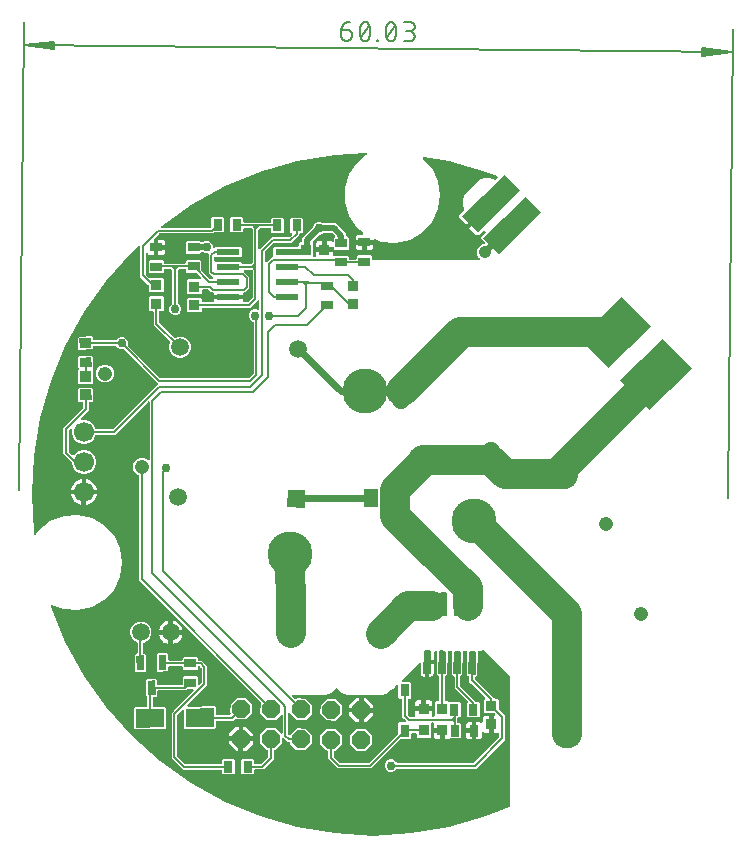
<source format=gbr>
G04 EAGLE Gerber RS-274X export*
G75*
%MOMM*%
%FSLAX34Y34*%
%LPD*%
%INTop Copper*%
%IPPOS*%
%AMOC8*
5,1,8,0,0,1.08239X$1,22.5*%
G01*
%ADD10C,0.130000*%
%ADD11C,0.152400*%
%ADD12C,0.150000*%
%ADD13R,0.798700X0.973900*%
%ADD14R,0.783900X1.127200*%
%ADD15R,0.920900X0.970200*%
%ADD16R,0.970200X0.920900*%
%ADD17R,1.508000X1.508000*%
%ADD18C,1.508000*%
%ADD19R,1.300000X1.500000*%
%ADD20R,0.973900X0.798700*%
%ADD21C,1.700000*%
%ADD22R,1.223500X0.624800*%
%ADD23R,2.392000X1.565300*%
%ADD24C,3.810000*%
%ADD25C,1.208000*%
%ADD26C,1.524000*%
%ADD27C,2.600000*%
%ADD28R,1.969400X0.592200*%
%ADD29R,3.500000X5.000000*%
%ADD30R,1.900000X5.000000*%
%ADD31P,1.649562X8X381.800000*%
%ADD32C,2.540000*%
%ADD33C,0.756400*%
%ADD34C,0.304800*%
%ADD35C,0.609600*%
%ADD36C,0.508000*%
%ADD37C,0.406400*%
%ADD38C,0.200000*%
%ADD39C,0.203200*%
%ADD40C,1.056400*%

G36*
X55316Y-299876D02*
X55316Y-299876D01*
X55375Y-299864D01*
X55428Y-299863D01*
X87295Y-294449D01*
X87352Y-294430D01*
X87404Y-294424D01*
X118465Y-285475D01*
X118520Y-285451D01*
X118571Y-285438D01*
X138369Y-277238D01*
X138378Y-277233D01*
X138387Y-277230D01*
X138499Y-277161D01*
X138612Y-277094D01*
X138619Y-277087D01*
X138627Y-277082D01*
X138715Y-276984D01*
X138805Y-276888D01*
X138809Y-276880D01*
X138816Y-276873D01*
X138873Y-276754D01*
X138933Y-276637D01*
X138935Y-276627D01*
X138939Y-276619D01*
X138951Y-276543D01*
X138985Y-276360D01*
X138983Y-276336D01*
X138986Y-276314D01*
X138986Y-167446D01*
X138973Y-167351D01*
X138968Y-167255D01*
X138953Y-167212D01*
X138946Y-167167D01*
X138907Y-167079D01*
X138875Y-166988D01*
X138850Y-166954D01*
X138830Y-166910D01*
X138747Y-166813D01*
X138694Y-166739D01*
X116874Y-144920D01*
X116867Y-144915D01*
X116861Y-144907D01*
X116754Y-144830D01*
X116649Y-144751D01*
X116640Y-144748D01*
X116632Y-144742D01*
X116508Y-144698D01*
X116385Y-144651D01*
X116375Y-144651D01*
X116366Y-144647D01*
X116235Y-144640D01*
X116104Y-144630D01*
X116094Y-144631D01*
X116085Y-144631D01*
X116010Y-144649D01*
X115828Y-144687D01*
X115806Y-144698D01*
X115785Y-144704D01*
X113605Y-145607D01*
X112600Y-145607D01*
X112545Y-145615D01*
X112489Y-145613D01*
X112406Y-145634D01*
X112320Y-145647D01*
X112270Y-145669D01*
X112216Y-145683D01*
X112142Y-145727D01*
X112064Y-145763D01*
X112021Y-145799D01*
X111974Y-145827D01*
X111915Y-145890D01*
X111849Y-145946D01*
X111819Y-145993D01*
X111781Y-146033D01*
X111742Y-146110D01*
X111695Y-146182D01*
X111679Y-146235D01*
X111653Y-146285D01*
X111640Y-146361D01*
X111612Y-146452D01*
X111611Y-146526D01*
X111601Y-146589D01*
X111271Y-165465D01*
X109752Y-166932D01*
X109688Y-167015D01*
X109618Y-167093D01*
X109602Y-167126D01*
X109579Y-167155D01*
X109540Y-167252D01*
X109495Y-167346D01*
X109489Y-167381D01*
X109475Y-167417D01*
X109461Y-167560D01*
X109447Y-167651D01*
X109447Y-168886D01*
X109461Y-168981D01*
X109465Y-169077D01*
X109480Y-169120D01*
X109487Y-169165D01*
X109526Y-169253D01*
X109558Y-169344D01*
X109583Y-169378D01*
X109603Y-169422D01*
X109686Y-169519D01*
X109740Y-169593D01*
X125571Y-185424D01*
X125648Y-185482D01*
X125719Y-185546D01*
X125760Y-185566D01*
X125797Y-185593D01*
X125887Y-185627D01*
X125973Y-185669D01*
X126015Y-185676D01*
X126061Y-185693D01*
X126188Y-185703D01*
X126278Y-185717D01*
X128480Y-185717D01*
X129373Y-186610D01*
X129373Y-194215D01*
X129386Y-194310D01*
X129391Y-194406D01*
X129406Y-194449D01*
X129413Y-194494D01*
X129452Y-194581D01*
X129484Y-194672D01*
X129509Y-194707D01*
X129529Y-194751D01*
X129612Y-194848D01*
X129665Y-194921D01*
X134528Y-199784D01*
X134528Y-220498D01*
X111820Y-243206D01*
X110039Y-244987D01*
X43346Y-244987D01*
X43337Y-244988D01*
X43327Y-244987D01*
X43197Y-245008D01*
X43067Y-245027D01*
X43058Y-245030D01*
X43049Y-245032D01*
X42930Y-245089D01*
X42810Y-245143D01*
X42803Y-245149D01*
X42794Y-245153D01*
X42696Y-245240D01*
X42596Y-245326D01*
X42591Y-245334D01*
X42584Y-245340D01*
X42562Y-245376D01*
X40993Y-246945D01*
X39043Y-247753D01*
X36931Y-247753D01*
X34981Y-246945D01*
X33488Y-245452D01*
X32680Y-243502D01*
X32680Y-241390D01*
X33488Y-239440D01*
X34981Y-237947D01*
X36931Y-237139D01*
X39043Y-237139D01*
X40993Y-237947D01*
X42552Y-239506D01*
X42567Y-239531D01*
X42574Y-239538D01*
X42579Y-239546D01*
X42676Y-239634D01*
X42772Y-239724D01*
X42781Y-239728D01*
X42788Y-239735D01*
X42906Y-239792D01*
X43024Y-239852D01*
X43033Y-239854D01*
X43042Y-239858D01*
X43118Y-239870D01*
X43301Y-239904D01*
X43325Y-239902D01*
X43346Y-239905D01*
X107521Y-239905D01*
X107616Y-239892D01*
X107712Y-239887D01*
X107755Y-239872D01*
X107800Y-239865D01*
X107887Y-239826D01*
X107978Y-239794D01*
X108013Y-239769D01*
X108057Y-239749D01*
X108154Y-239666D01*
X108227Y-239613D01*
X129154Y-218686D01*
X129211Y-218609D01*
X129276Y-218538D01*
X129296Y-218497D01*
X129323Y-218461D01*
X129357Y-218371D01*
X129399Y-218284D01*
X129405Y-218242D01*
X129422Y-218197D01*
X129432Y-218069D01*
X129446Y-217980D01*
X129446Y-215447D01*
X129439Y-215394D01*
X129441Y-215340D01*
X129419Y-215255D01*
X129406Y-215168D01*
X129384Y-215119D01*
X129371Y-215067D01*
X129326Y-214991D01*
X129290Y-214911D01*
X129255Y-214870D01*
X129228Y-214824D01*
X129164Y-214763D01*
X129107Y-214696D01*
X129062Y-214667D01*
X129023Y-214630D01*
X128945Y-214590D01*
X128871Y-214542D01*
X128819Y-214526D01*
X128772Y-214502D01*
X128685Y-214485D01*
X128601Y-214460D01*
X128548Y-214459D01*
X128495Y-214449D01*
X128417Y-214457D01*
X128319Y-214456D01*
X128249Y-214475D01*
X128188Y-214482D01*
X128182Y-214483D01*
X124996Y-214483D01*
X124996Y-208338D01*
X124987Y-208274D01*
X124988Y-208210D01*
X124967Y-208136D01*
X124956Y-208059D01*
X124930Y-208000D01*
X124913Y-207938D01*
X124872Y-207872D01*
X124840Y-207802D01*
X124798Y-207753D01*
X124765Y-207698D01*
X124707Y-207647D01*
X124657Y-207588D01*
X124603Y-207552D01*
X124555Y-207509D01*
X124486Y-207476D01*
X124421Y-207433D01*
X124359Y-207414D01*
X124302Y-207386D01*
X124232Y-207376D01*
X124151Y-207351D01*
X124066Y-207350D01*
X123997Y-207339D01*
X121997Y-207339D01*
X121933Y-207348D01*
X121869Y-207347D01*
X121794Y-207368D01*
X121718Y-207379D01*
X121659Y-207405D01*
X121597Y-207422D01*
X121531Y-207463D01*
X121461Y-207495D01*
X121412Y-207537D01*
X121357Y-207570D01*
X121305Y-207628D01*
X121247Y-207678D01*
X121211Y-207732D01*
X121168Y-207780D01*
X121135Y-207849D01*
X121092Y-207914D01*
X121073Y-207976D01*
X121045Y-208034D01*
X121035Y-208103D01*
X121010Y-208184D01*
X121009Y-208269D01*
X120998Y-208338D01*
X120998Y-214483D01*
X117811Y-214483D01*
X117165Y-214310D01*
X116586Y-213976D01*
X116499Y-213889D01*
X116473Y-213869D01*
X116452Y-213845D01*
X116361Y-213785D01*
X116274Y-213719D01*
X116243Y-213708D01*
X116216Y-213690D01*
X116112Y-213658D01*
X116010Y-213620D01*
X115978Y-213617D01*
X115947Y-213608D01*
X115837Y-213607D01*
X115729Y-213598D01*
X115697Y-213605D01*
X115665Y-213604D01*
X115559Y-213633D01*
X115452Y-213656D01*
X115424Y-213671D01*
X115393Y-213679D01*
X115300Y-213737D01*
X115203Y-213788D01*
X115180Y-213811D01*
X115153Y-213828D01*
X115080Y-213909D01*
X115001Y-213985D01*
X114985Y-214013D01*
X114964Y-214037D01*
X114916Y-214135D01*
X114862Y-214230D01*
X114855Y-214262D01*
X114841Y-214291D01*
X114827Y-214380D01*
X114797Y-214505D01*
X114800Y-214553D01*
X114793Y-214595D01*
X114793Y-218080D01*
X114620Y-218726D01*
X114286Y-219306D01*
X113813Y-219779D01*
X113233Y-220113D01*
X112587Y-220286D01*
X110255Y-220286D01*
X110255Y-213873D01*
X110246Y-213809D01*
X110247Y-213745D01*
X110226Y-213670D01*
X110215Y-213594D01*
X110189Y-213535D01*
X110172Y-213473D01*
X110131Y-213407D01*
X110099Y-213337D01*
X110057Y-213288D01*
X110023Y-213233D01*
X109966Y-213181D01*
X109916Y-213123D01*
X109862Y-213087D01*
X109814Y-213044D01*
X109745Y-213011D01*
X109680Y-212968D01*
X109618Y-212949D01*
X109560Y-212921D01*
X109491Y-212910D01*
X109410Y-212886D01*
X109325Y-212885D01*
X109271Y-212876D01*
X109319Y-212869D01*
X109384Y-212870D01*
X109458Y-212849D01*
X109535Y-212838D01*
X109593Y-212812D01*
X109655Y-212795D01*
X109721Y-212754D01*
X109792Y-212722D01*
X109841Y-212681D01*
X109895Y-212647D01*
X109947Y-212589D01*
X110006Y-212539D01*
X110041Y-212485D01*
X110084Y-212437D01*
X110118Y-212368D01*
X110161Y-212303D01*
X110179Y-212241D01*
X110207Y-212184D01*
X110218Y-212114D01*
X110243Y-212033D01*
X110244Y-211948D01*
X110255Y-211879D01*
X110255Y-205466D01*
X112587Y-205466D01*
X113233Y-205639D01*
X113813Y-205973D01*
X113899Y-206060D01*
X113925Y-206080D01*
X113946Y-206104D01*
X114038Y-206164D01*
X114125Y-206230D01*
X114155Y-206241D01*
X114182Y-206259D01*
X114287Y-206291D01*
X114389Y-206329D01*
X114421Y-206332D01*
X114452Y-206341D01*
X114561Y-206342D01*
X114670Y-206351D01*
X114702Y-206344D01*
X114734Y-206345D01*
X114839Y-206316D01*
X114946Y-206293D01*
X114975Y-206278D01*
X115006Y-206270D01*
X115099Y-206212D01*
X115195Y-206161D01*
X115218Y-206138D01*
X115246Y-206121D01*
X115319Y-206040D01*
X115397Y-205964D01*
X115413Y-205936D01*
X115435Y-205912D01*
X115482Y-205814D01*
X115536Y-205719D01*
X115544Y-205687D01*
X115558Y-205658D01*
X115572Y-205569D01*
X115601Y-205444D01*
X115599Y-205396D01*
X115605Y-205354D01*
X115605Y-202399D01*
X115778Y-201753D01*
X116113Y-201173D01*
X116586Y-200700D01*
X117165Y-200366D01*
X117811Y-200193D01*
X120998Y-200193D01*
X120998Y-206338D01*
X121007Y-206402D01*
X121006Y-206466D01*
X121027Y-206540D01*
X121038Y-206617D01*
X121064Y-206676D01*
X121081Y-206738D01*
X121122Y-206804D01*
X121154Y-206874D01*
X121196Y-206923D01*
X121229Y-206978D01*
X121287Y-207029D01*
X121337Y-207088D01*
X121391Y-207124D01*
X121439Y-207167D01*
X121508Y-207200D01*
X121573Y-207243D01*
X121635Y-207262D01*
X121692Y-207290D01*
X121762Y-207300D01*
X121843Y-207325D01*
X121928Y-207326D01*
X121997Y-207337D01*
X123997Y-207337D01*
X124061Y-207328D01*
X124125Y-207329D01*
X124200Y-207308D01*
X124276Y-207297D01*
X124335Y-207271D01*
X124397Y-207254D01*
X124463Y-207213D01*
X124533Y-207181D01*
X124582Y-207139D01*
X124637Y-207106D01*
X124689Y-207048D01*
X124747Y-206998D01*
X124783Y-206944D01*
X124826Y-206896D01*
X124859Y-206827D01*
X124902Y-206762D01*
X124921Y-206700D01*
X124949Y-206642D01*
X124959Y-206573D01*
X124984Y-206492D01*
X124985Y-206407D01*
X124996Y-206338D01*
X124996Y-200193D01*
X125338Y-200193D01*
X125370Y-200188D01*
X125402Y-200191D01*
X125509Y-200168D01*
X125617Y-200153D01*
X125647Y-200140D01*
X125678Y-200133D01*
X125775Y-200082D01*
X125874Y-200037D01*
X125899Y-200016D01*
X125927Y-200001D01*
X126006Y-199924D01*
X126089Y-199853D01*
X126106Y-199826D01*
X126129Y-199804D01*
X126183Y-199709D01*
X126243Y-199617D01*
X126253Y-199587D01*
X126268Y-199558D01*
X126294Y-199452D01*
X126326Y-199348D01*
X126326Y-199315D01*
X126333Y-199284D01*
X126328Y-199175D01*
X126329Y-199066D01*
X126321Y-199035D01*
X126319Y-199002D01*
X126283Y-198899D01*
X126254Y-198794D01*
X126237Y-198766D01*
X126227Y-198736D01*
X126173Y-198663D01*
X126106Y-198554D01*
X126070Y-198521D01*
X126045Y-198487D01*
X125826Y-198268D01*
X125749Y-198210D01*
X125678Y-198146D01*
X125637Y-198126D01*
X125600Y-198099D01*
X125510Y-198065D01*
X125424Y-198023D01*
X125382Y-198016D01*
X125336Y-197999D01*
X125209Y-197989D01*
X125119Y-197975D01*
X117514Y-197975D01*
X116621Y-197082D01*
X116621Y-186610D01*
X117412Y-185819D01*
X117451Y-185768D01*
X117497Y-185723D01*
X117535Y-185656D01*
X117581Y-185594D01*
X117604Y-185533D01*
X117636Y-185478D01*
X117654Y-185402D01*
X117681Y-185330D01*
X117686Y-185266D01*
X117701Y-185203D01*
X117697Y-185126D01*
X117703Y-185048D01*
X117690Y-184986D01*
X117686Y-184921D01*
X117661Y-184848D01*
X117645Y-184772D01*
X117615Y-184716D01*
X117594Y-184655D01*
X117552Y-184598D01*
X117513Y-184523D01*
X117453Y-184463D01*
X117412Y-184406D01*
X106169Y-173163D01*
X104398Y-171392D01*
X104398Y-167660D01*
X104390Y-167605D01*
X104391Y-167549D01*
X104370Y-167466D01*
X104358Y-167381D01*
X104335Y-167330D01*
X104321Y-167276D01*
X104277Y-167202D01*
X104242Y-167124D01*
X104205Y-167082D01*
X104177Y-167034D01*
X104114Y-166975D01*
X104058Y-166910D01*
X104012Y-166879D01*
X103971Y-166841D01*
X103894Y-166802D01*
X103822Y-166755D01*
X103769Y-166739D01*
X103719Y-166714D01*
X103644Y-166701D01*
X103552Y-166673D01*
X103541Y-166673D01*
X102223Y-165307D01*
X102549Y-146623D01*
X102540Y-146551D01*
X102541Y-146478D01*
X102523Y-146412D01*
X102514Y-146344D01*
X102485Y-146277D01*
X102466Y-146206D01*
X102430Y-146148D01*
X102403Y-146085D01*
X102356Y-146028D01*
X102318Y-145966D01*
X102267Y-145920D01*
X102223Y-145867D01*
X102163Y-145826D01*
X102108Y-145777D01*
X102047Y-145747D01*
X101990Y-145709D01*
X101920Y-145686D01*
X101855Y-145654D01*
X101792Y-145645D01*
X101721Y-145622D01*
X101626Y-145619D01*
X101550Y-145607D01*
X99898Y-145607D01*
X99843Y-145615D01*
X99787Y-145613D01*
X99704Y-145634D01*
X99619Y-145647D01*
X99568Y-145669D01*
X99514Y-145683D01*
X99440Y-145727D01*
X99362Y-145763D01*
X99319Y-145799D01*
X99272Y-145827D01*
X99213Y-145890D01*
X99147Y-145946D01*
X99117Y-145993D01*
X99079Y-146033D01*
X99040Y-146110D01*
X98993Y-146182D01*
X98977Y-146235D01*
X98951Y-146285D01*
X98938Y-146361D01*
X98910Y-146452D01*
X98909Y-146526D01*
X98899Y-146589D01*
X98573Y-165244D01*
X97132Y-166636D01*
X97111Y-166641D01*
X97052Y-166678D01*
X96989Y-166705D01*
X96933Y-166751D01*
X96871Y-166790D01*
X96825Y-166841D01*
X96771Y-166884D01*
X96730Y-166945D01*
X96682Y-166999D01*
X96651Y-167061D01*
X96613Y-167118D01*
X96590Y-167187D01*
X96559Y-167253D01*
X96549Y-167315D01*
X96526Y-167386D01*
X96523Y-167481D01*
X96511Y-167557D01*
X96511Y-174322D01*
X96525Y-174417D01*
X96529Y-174513D01*
X96544Y-174556D01*
X96551Y-174601D01*
X96590Y-174689D01*
X96622Y-174780D01*
X96647Y-174814D01*
X96667Y-174858D01*
X96750Y-174956D01*
X96804Y-175029D01*
X110079Y-188304D01*
X110156Y-188362D01*
X110227Y-188426D01*
X110268Y-188446D01*
X110305Y-188473D01*
X110395Y-188507D01*
X110481Y-188549D01*
X110523Y-188556D01*
X110568Y-188573D01*
X110696Y-188583D01*
X110786Y-188597D01*
X112554Y-188597D01*
X113447Y-189490D01*
X113447Y-200492D01*
X112554Y-201385D01*
X103304Y-201385D01*
X102411Y-200492D01*
X102411Y-189490D01*
X102897Y-189003D01*
X102936Y-188952D01*
X102982Y-188907D01*
X103020Y-188840D01*
X103067Y-188778D01*
X103089Y-188718D01*
X103121Y-188662D01*
X103139Y-188586D01*
X103166Y-188514D01*
X103171Y-188450D01*
X103186Y-188387D01*
X103182Y-188310D01*
X103188Y-188233D01*
X103175Y-188170D01*
X103172Y-188106D01*
X103146Y-188032D01*
X103130Y-187957D01*
X103100Y-187900D01*
X103079Y-187839D01*
X103038Y-187783D01*
X102998Y-187708D01*
X102939Y-187647D01*
X102897Y-187590D01*
X91938Y-176630D01*
X91938Y-167443D01*
X91930Y-167388D01*
X91931Y-167332D01*
X91910Y-167248D01*
X91898Y-167163D01*
X91875Y-167113D01*
X91861Y-167059D01*
X91817Y-166985D01*
X91781Y-166906D01*
X91745Y-166864D01*
X91717Y-166816D01*
X91654Y-166757D01*
X91598Y-166692D01*
X91552Y-166662D01*
X91511Y-166624D01*
X91434Y-166585D01*
X91362Y-166538D01*
X91309Y-166521D01*
X91259Y-166496D01*
X91184Y-166483D01*
X91092Y-166455D01*
X91018Y-166454D01*
X90956Y-166443D01*
X90834Y-166441D01*
X89525Y-165086D01*
X89847Y-146623D01*
X89838Y-146551D01*
X89839Y-146478D01*
X89821Y-146412D01*
X89812Y-146344D01*
X89783Y-146277D01*
X89764Y-146206D01*
X89728Y-146148D01*
X89701Y-146085D01*
X89654Y-146028D01*
X89616Y-145966D01*
X89565Y-145920D01*
X89521Y-145867D01*
X89461Y-145826D01*
X89407Y-145777D01*
X89345Y-145747D01*
X89288Y-145709D01*
X89218Y-145686D01*
X89153Y-145654D01*
X89090Y-145645D01*
X89019Y-145622D01*
X88924Y-145619D01*
X88848Y-145607D01*
X87196Y-145607D01*
X87141Y-145615D01*
X87085Y-145613D01*
X87002Y-145634D01*
X86917Y-145647D01*
X86866Y-145669D01*
X86812Y-145683D01*
X86738Y-145727D01*
X86660Y-145763D01*
X86617Y-145799D01*
X86570Y-145827D01*
X86511Y-145890D01*
X86445Y-145946D01*
X86415Y-145993D01*
X86377Y-146033D01*
X86338Y-146110D01*
X86291Y-146182D01*
X86275Y-146235D01*
X86250Y-146285D01*
X86236Y-146361D01*
X86209Y-146452D01*
X86208Y-146526D01*
X86197Y-146589D01*
X85875Y-165022D01*
X84517Y-166334D01*
X84464Y-166340D01*
X84391Y-166339D01*
X84325Y-166358D01*
X84257Y-166366D01*
X84190Y-166395D01*
X84119Y-166415D01*
X84061Y-166451D01*
X83998Y-166478D01*
X83941Y-166524D01*
X83879Y-166563D01*
X83833Y-166614D01*
X83780Y-166658D01*
X83739Y-166718D01*
X83690Y-166772D01*
X83660Y-166834D01*
X83622Y-166891D01*
X83599Y-166960D01*
X83567Y-167026D01*
X83558Y-167088D01*
X83535Y-167159D01*
X83532Y-167254D01*
X83520Y-167330D01*
X83520Y-186991D01*
X83529Y-187055D01*
X83528Y-187119D01*
X83549Y-187194D01*
X83560Y-187270D01*
X83586Y-187329D01*
X83603Y-187391D01*
X83644Y-187457D01*
X83676Y-187527D01*
X83718Y-187576D01*
X83751Y-187631D01*
X83809Y-187683D01*
X83859Y-187741D01*
X83913Y-187777D01*
X83961Y-187820D01*
X84030Y-187853D01*
X84095Y-187896D01*
X84157Y-187915D01*
X84214Y-187943D01*
X84284Y-187954D01*
X84365Y-187978D01*
X84450Y-187979D01*
X84519Y-187990D01*
X86469Y-187990D01*
X86783Y-188304D01*
X86860Y-188362D01*
X86931Y-188426D01*
X86972Y-188446D01*
X87008Y-188473D01*
X87099Y-188507D01*
X87185Y-188549D01*
X87227Y-188556D01*
X87272Y-188573D01*
X87400Y-188583D01*
X87489Y-188597D01*
X96250Y-188597D01*
X97143Y-189490D01*
X97143Y-200492D01*
X96250Y-201385D01*
X95249Y-201385D01*
X95181Y-201395D01*
X95113Y-201395D01*
X95042Y-201415D01*
X94969Y-201425D01*
X94907Y-201453D01*
X94842Y-201472D01*
X94779Y-201511D01*
X94712Y-201541D01*
X94661Y-201586D01*
X94603Y-201622D01*
X94554Y-201677D01*
X94498Y-201725D01*
X94461Y-201782D01*
X94415Y-201833D01*
X94384Y-201899D01*
X94344Y-201961D01*
X94324Y-202026D01*
X94294Y-202088D01*
X94285Y-202154D01*
X94261Y-202230D01*
X94260Y-202320D01*
X94249Y-202393D01*
X94252Y-202725D01*
X94242Y-202792D01*
X94242Y-204100D01*
X94252Y-204173D01*
X94242Y-205450D01*
X94242Y-205454D01*
X94242Y-205458D01*
X94242Y-205483D01*
X94251Y-205546D01*
X94250Y-205610D01*
X94271Y-205685D01*
X94282Y-205762D01*
X94308Y-205820D01*
X94325Y-205882D01*
X94366Y-205948D01*
X94398Y-206019D01*
X94440Y-206067D01*
X94473Y-206122D01*
X94531Y-206174D01*
X94581Y-206233D01*
X94635Y-206268D01*
X94683Y-206311D01*
X94752Y-206345D01*
X94817Y-206387D01*
X94879Y-206406D01*
X94936Y-206434D01*
X95006Y-206445D01*
X95087Y-206470D01*
X95172Y-206471D01*
X95241Y-206482D01*
X96580Y-206482D01*
X97473Y-207375D01*
X97473Y-218377D01*
X96580Y-219270D01*
X88195Y-219270D01*
X88089Y-219285D01*
X87983Y-219293D01*
X87952Y-219305D01*
X87916Y-219310D01*
X87781Y-219371D01*
X87695Y-219404D01*
X87088Y-219755D01*
X86442Y-219928D01*
X83502Y-219928D01*
X83502Y-213536D01*
X83493Y-213472D01*
X83494Y-213408D01*
X83473Y-213334D01*
X83462Y-213257D01*
X83436Y-213198D01*
X83419Y-213136D01*
X83378Y-213070D01*
X83346Y-213000D01*
X83304Y-212951D01*
X83271Y-212896D01*
X83213Y-212845D01*
X83163Y-212786D01*
X83109Y-212750D01*
X83061Y-212707D01*
X82992Y-212674D01*
X82927Y-212631D01*
X82865Y-212612D01*
X82808Y-212584D01*
X82738Y-212574D01*
X82657Y-212549D01*
X82572Y-212548D01*
X82503Y-212537D01*
X81502Y-212537D01*
X81502Y-211536D01*
X81493Y-211472D01*
X81494Y-211408D01*
X81473Y-211333D01*
X81462Y-211257D01*
X81436Y-211198D01*
X81419Y-211136D01*
X81378Y-211070D01*
X81346Y-211000D01*
X81304Y-210951D01*
X81271Y-210896D01*
X81213Y-210844D01*
X81163Y-210786D01*
X81109Y-210750D01*
X81061Y-210707D01*
X80992Y-210674D01*
X80927Y-210631D01*
X80865Y-210612D01*
X80807Y-210584D01*
X80738Y-210574D01*
X80657Y-210549D01*
X80572Y-210548D01*
X80503Y-210537D01*
X74358Y-210537D01*
X74358Y-207351D01*
X74454Y-206991D01*
X74460Y-206943D01*
X74469Y-206915D01*
X74469Y-206911D01*
X74476Y-206886D01*
X74477Y-206798D01*
X74488Y-206711D01*
X74479Y-206658D01*
X74480Y-206604D01*
X74457Y-206519D01*
X74442Y-206432D01*
X74419Y-206384D01*
X74405Y-206332D01*
X74359Y-206257D01*
X74321Y-206178D01*
X74285Y-206138D01*
X74257Y-206092D01*
X74191Y-206033D01*
X74133Y-205968D01*
X74087Y-205939D01*
X74047Y-205903D01*
X73968Y-205865D01*
X73893Y-205818D01*
X73842Y-205804D01*
X73794Y-205780D01*
X73716Y-205768D01*
X73622Y-205742D01*
X73550Y-205742D01*
X73489Y-205733D01*
X73139Y-205733D01*
X73076Y-205742D01*
X73012Y-205741D01*
X72937Y-205762D01*
X72860Y-205773D01*
X72802Y-205799D01*
X72740Y-205816D01*
X72674Y-205857D01*
X72603Y-205889D01*
X72555Y-205931D01*
X72500Y-205964D01*
X72448Y-206022D01*
X72389Y-206072D01*
X72354Y-206126D01*
X72311Y-206174D01*
X72277Y-206243D01*
X72235Y-206308D01*
X72216Y-206370D01*
X72188Y-206427D01*
X72177Y-206497D01*
X72152Y-206578D01*
X72151Y-206663D01*
X72140Y-206732D01*
X72140Y-218019D01*
X71247Y-218912D01*
X60775Y-218912D01*
X59882Y-218019D01*
X59882Y-215822D01*
X59873Y-215758D01*
X59874Y-215694D01*
X59853Y-215619D01*
X59842Y-215543D01*
X59816Y-215484D01*
X59798Y-215422D01*
X59758Y-215356D01*
X59726Y-215286D01*
X59684Y-215237D01*
X59650Y-215182D01*
X59593Y-215130D01*
X59542Y-215072D01*
X59489Y-215036D01*
X59441Y-214993D01*
X59371Y-214960D01*
X59306Y-214917D01*
X59245Y-214898D01*
X59187Y-214870D01*
X59118Y-214859D01*
X59037Y-214835D01*
X58952Y-214834D01*
X58883Y-214823D01*
X56310Y-214823D01*
X56247Y-214832D01*
X56183Y-214831D01*
X56108Y-214852D01*
X56031Y-214863D01*
X55973Y-214889D01*
X55911Y-214906D01*
X55845Y-214947D01*
X55774Y-214979D01*
X55726Y-215021D01*
X55671Y-215054D01*
X55619Y-215112D01*
X55560Y-215162D01*
X55525Y-215216D01*
X55482Y-215264D01*
X55448Y-215333D01*
X55406Y-215398D01*
X55387Y-215460D01*
X55359Y-215517D01*
X55348Y-215587D01*
X55323Y-215668D01*
X55322Y-215753D01*
X55311Y-215822D01*
X55311Y-219199D01*
X54418Y-220092D01*
X46354Y-220092D01*
X46259Y-220105D01*
X46163Y-220110D01*
X46120Y-220125D01*
X46075Y-220132D01*
X45987Y-220171D01*
X45897Y-220203D01*
X45862Y-220228D01*
X45818Y-220248D01*
X45721Y-220331D01*
X45648Y-220384D01*
X21299Y-244733D01*
X-6960Y-244733D01*
X-15057Y-236636D01*
X-15057Y-230560D01*
X-15065Y-230502D01*
X-15063Y-230444D01*
X-15085Y-230363D01*
X-15097Y-230281D01*
X-15121Y-230228D01*
X-15135Y-230171D01*
X-15178Y-230100D01*
X-15213Y-230024D01*
X-15251Y-229980D01*
X-15281Y-229930D01*
X-15342Y-229873D01*
X-15396Y-229809D01*
X-15445Y-229778D01*
X-15488Y-229738D01*
X-15562Y-229701D01*
X-15632Y-229655D01*
X-15688Y-229638D01*
X-15740Y-229612D01*
X-15814Y-229600D01*
X-15902Y-229573D01*
X-15979Y-229572D01*
X-16044Y-229561D01*
X-16669Y-229553D01*
X-21960Y-224131D01*
X-21868Y-216556D01*
X-16446Y-211265D01*
X-8871Y-211358D01*
X-3580Y-216779D01*
X-3672Y-224355D01*
X-9094Y-229646D01*
X-9472Y-229641D01*
X-9542Y-229650D01*
X-9612Y-229649D01*
X-9681Y-229668D01*
X-9751Y-229677D01*
X-9816Y-229706D01*
X-9884Y-229724D01*
X-9945Y-229762D01*
X-10010Y-229790D01*
X-10064Y-229836D01*
X-10124Y-229873D01*
X-10172Y-229925D01*
X-10226Y-229971D01*
X-10266Y-230030D01*
X-10313Y-230082D01*
X-10344Y-230146D01*
X-10384Y-230205D01*
X-10405Y-230272D01*
X-10436Y-230336D01*
X-10446Y-230400D01*
X-10469Y-230474D01*
X-10472Y-230566D01*
X-10483Y-230640D01*
X-10483Y-234328D01*
X-10470Y-234423D01*
X-10465Y-234519D01*
X-10450Y-234562D01*
X-10443Y-234607D01*
X-10404Y-234695D01*
X-10372Y-234785D01*
X-10347Y-234820D01*
X-10327Y-234864D01*
X-10244Y-234961D01*
X-10191Y-235034D01*
X-5358Y-239867D01*
X-5282Y-239924D01*
X-5210Y-239989D01*
X-5169Y-240009D01*
X-5133Y-240036D01*
X-5043Y-240070D01*
X-4956Y-240112D01*
X-4914Y-240118D01*
X-4869Y-240135D01*
X-4741Y-240145D01*
X-4652Y-240159D01*
X18991Y-240159D01*
X19086Y-240146D01*
X19182Y-240141D01*
X19225Y-240126D01*
X19270Y-240119D01*
X19358Y-240080D01*
X19448Y-240048D01*
X19483Y-240023D01*
X19527Y-240003D01*
X19624Y-239920D01*
X19697Y-239867D01*
X44130Y-215434D01*
X44141Y-215419D01*
X44146Y-215415D01*
X44159Y-215395D01*
X44188Y-215357D01*
X44252Y-215286D01*
X44272Y-215245D01*
X44299Y-215208D01*
X44333Y-215118D01*
X44375Y-215032D01*
X44382Y-214990D01*
X44399Y-214945D01*
X44409Y-214817D01*
X44423Y-214727D01*
X44423Y-206663D01*
X45316Y-205770D01*
X49665Y-205770D01*
X49697Y-205766D01*
X49729Y-205768D01*
X49836Y-205746D01*
X49944Y-205730D01*
X49974Y-205717D01*
X50005Y-205711D01*
X50102Y-205659D01*
X50201Y-205614D01*
X50226Y-205593D01*
X50254Y-205578D01*
X50332Y-205502D01*
X50415Y-205431D01*
X50433Y-205404D01*
X50456Y-205381D01*
X50510Y-205286D01*
X50570Y-205195D01*
X50579Y-205164D01*
X50595Y-205136D01*
X50620Y-205029D01*
X50652Y-204925D01*
X50653Y-204893D01*
X50660Y-204862D01*
X50655Y-204752D01*
X50656Y-204643D01*
X50647Y-204612D01*
X50646Y-204580D01*
X50610Y-204477D01*
X50581Y-204371D01*
X50564Y-204344D01*
X50553Y-204313D01*
X50500Y-204240D01*
X50433Y-204131D01*
X50425Y-204125D01*
X50424Y-204123D01*
X50395Y-204096D01*
X50372Y-204064D01*
X49212Y-202905D01*
X47580Y-201273D01*
X47580Y-186661D01*
X47571Y-186597D01*
X47572Y-186533D01*
X47551Y-186458D01*
X47540Y-186382D01*
X47514Y-186323D01*
X47497Y-186261D01*
X47456Y-186195D01*
X47424Y-186125D01*
X47382Y-186076D01*
X47349Y-186021D01*
X47291Y-185969D01*
X47241Y-185911D01*
X47187Y-185875D01*
X47139Y-185832D01*
X47070Y-185799D01*
X47005Y-185756D01*
X46943Y-185737D01*
X46886Y-185709D01*
X46816Y-185698D01*
X46735Y-185674D01*
X46650Y-185673D01*
X46581Y-185662D01*
X45316Y-185662D01*
X44423Y-184769D01*
X44423Y-175035D01*
X44418Y-175003D01*
X44421Y-174971D01*
X44398Y-174864D01*
X44383Y-174755D01*
X44370Y-174726D01*
X44363Y-174695D01*
X44312Y-174598D01*
X44267Y-174499D01*
X44246Y-174474D01*
X44231Y-174446D01*
X44154Y-174367D01*
X44083Y-174284D01*
X44056Y-174267D01*
X44034Y-174244D01*
X43939Y-174190D01*
X43847Y-174130D01*
X43817Y-174120D01*
X43788Y-174104D01*
X43682Y-174079D01*
X43578Y-174047D01*
X43545Y-174047D01*
X43514Y-174040D01*
X43405Y-174045D01*
X43296Y-174044D01*
X43265Y-174052D01*
X43232Y-174054D01*
X43129Y-174090D01*
X43024Y-174119D01*
X42996Y-174136D01*
X42966Y-174146D01*
X42893Y-174200D01*
X42784Y-174267D01*
X42751Y-174303D01*
X42717Y-174328D01*
X41301Y-175744D01*
X39442Y-177603D01*
X37918Y-178234D01*
X37883Y-178255D01*
X37843Y-178269D01*
X37774Y-178320D01*
X37676Y-178378D01*
X37635Y-178421D01*
X37594Y-178451D01*
X35442Y-180603D01*
X30605Y-182607D01*
X1369Y-182607D01*
X-3468Y-180603D01*
X-7306Y-176765D01*
X-7358Y-176726D01*
X-7403Y-176680D01*
X-7470Y-176642D01*
X-7532Y-176595D01*
X-7592Y-176573D01*
X-7648Y-176541D01*
X-7723Y-176523D01*
X-7796Y-176496D01*
X-7860Y-176491D01*
X-7923Y-176476D01*
X-8000Y-176480D01*
X-8077Y-176474D01*
X-8140Y-176487D01*
X-8204Y-176490D01*
X-8277Y-176516D01*
X-8353Y-176532D01*
X-8410Y-176562D01*
X-8471Y-176583D01*
X-8527Y-176624D01*
X-8602Y-176664D01*
X-8663Y-176723D01*
X-8720Y-176765D01*
X-12558Y-180603D01*
X-17395Y-182607D01*
X-43631Y-182607D01*
X-44339Y-182314D01*
X-44423Y-182292D01*
X-44504Y-182261D01*
X-44559Y-182257D01*
X-44612Y-182244D01*
X-44698Y-182246D01*
X-44785Y-182240D01*
X-44839Y-182251D01*
X-44894Y-182253D01*
X-44976Y-182279D01*
X-45061Y-182297D01*
X-45110Y-182323D01*
X-45162Y-182340D01*
X-45234Y-182389D01*
X-45310Y-182430D01*
X-45349Y-182468D01*
X-45395Y-182499D01*
X-45450Y-182566D01*
X-45512Y-182626D01*
X-45539Y-182674D01*
X-45574Y-182717D01*
X-45608Y-182796D01*
X-45651Y-182872D01*
X-45664Y-182925D01*
X-45685Y-182976D01*
X-45696Y-183062D01*
X-45716Y-183146D01*
X-45713Y-183201D01*
X-45720Y-183256D01*
X-45706Y-183341D01*
X-45702Y-183428D01*
X-45684Y-183480D01*
X-45675Y-183534D01*
X-45638Y-183612D01*
X-45609Y-183694D01*
X-45579Y-183736D01*
X-45554Y-183789D01*
X-45478Y-183874D01*
X-45428Y-183943D01*
X-43386Y-185985D01*
X-43339Y-186020D01*
X-43299Y-186062D01*
X-43227Y-186104D01*
X-43160Y-186154D01*
X-43106Y-186175D01*
X-43056Y-186204D01*
X-42975Y-186224D01*
X-42896Y-186254D01*
X-42838Y-186258D01*
X-42782Y-186272D01*
X-42698Y-186269D01*
X-42615Y-186276D01*
X-42558Y-186264D01*
X-42500Y-186261D01*
X-42421Y-186235D01*
X-42339Y-186218D01*
X-42288Y-186191D01*
X-42233Y-186172D01*
X-42171Y-186129D01*
X-42090Y-186085D01*
X-42035Y-186031D01*
X-41981Y-185994D01*
X-41534Y-185557D01*
X-33959Y-185649D01*
X-28668Y-191071D01*
X-28760Y-198646D01*
X-34182Y-203937D01*
X-41757Y-203845D01*
X-47299Y-198165D01*
X-47330Y-198142D01*
X-47355Y-198113D01*
X-47441Y-198056D01*
X-47523Y-197993D01*
X-47559Y-197979D01*
X-47591Y-197958D01*
X-47689Y-197928D01*
X-47786Y-197891D01*
X-47824Y-197887D01*
X-47860Y-197876D01*
X-47963Y-197875D01*
X-48066Y-197865D01*
X-48104Y-197873D01*
X-48142Y-197872D01*
X-48242Y-197900D01*
X-48343Y-197920D01*
X-48377Y-197937D01*
X-48414Y-197947D01*
X-48502Y-198002D01*
X-48594Y-198049D01*
X-48622Y-198075D01*
X-48654Y-198095D01*
X-48723Y-198172D01*
X-48798Y-198243D01*
X-48818Y-198276D01*
X-48843Y-198305D01*
X-48888Y-198398D01*
X-48940Y-198487D01*
X-48950Y-198524D01*
X-48966Y-198559D01*
X-48980Y-198645D01*
X-49009Y-198760D01*
X-49006Y-198816D01*
X-49014Y-198863D01*
X-49014Y-215580D01*
X-49010Y-215606D01*
X-49012Y-215632D01*
X-48990Y-215745D01*
X-48974Y-215859D01*
X-48963Y-215883D01*
X-48958Y-215909D01*
X-48905Y-216011D01*
X-48858Y-216116D01*
X-48841Y-216136D01*
X-48829Y-216159D01*
X-48749Y-216243D01*
X-48674Y-216331D01*
X-48652Y-216345D01*
X-48635Y-216364D01*
X-48535Y-216422D01*
X-48438Y-216485D01*
X-48413Y-216493D01*
X-48391Y-216506D01*
X-48279Y-216534D01*
X-48169Y-216567D01*
X-48143Y-216568D01*
X-48117Y-216574D01*
X-48002Y-216570D01*
X-47887Y-216571D01*
X-47862Y-216564D01*
X-47835Y-216563D01*
X-47726Y-216527D01*
X-47615Y-216496D01*
X-47593Y-216482D01*
X-47568Y-216474D01*
X-47493Y-216421D01*
X-47375Y-216348D01*
X-47347Y-216317D01*
X-47317Y-216295D01*
X-41844Y-210955D01*
X-34269Y-211047D01*
X-28978Y-216469D01*
X-29070Y-224044D01*
X-34492Y-229335D01*
X-42067Y-229243D01*
X-47358Y-223821D01*
X-47354Y-223443D01*
X-47363Y-223373D01*
X-47362Y-223303D01*
X-47381Y-223234D01*
X-47390Y-223164D01*
X-47418Y-223099D01*
X-47437Y-223031D01*
X-47475Y-222971D01*
X-47503Y-222905D01*
X-47548Y-222851D01*
X-47585Y-222791D01*
X-47638Y-222744D01*
X-47684Y-222689D01*
X-47742Y-222649D01*
X-47795Y-222602D01*
X-47859Y-222571D01*
X-47918Y-222531D01*
X-47985Y-222510D01*
X-48048Y-222479D01*
X-48113Y-222469D01*
X-48187Y-222446D01*
X-48279Y-222443D01*
X-48353Y-222432D01*
X-49261Y-222432D01*
X-52713Y-218980D01*
X-52734Y-218964D01*
X-52751Y-218944D01*
X-52846Y-218880D01*
X-52939Y-218810D01*
X-52963Y-218801D01*
X-52985Y-218787D01*
X-53095Y-218752D01*
X-53203Y-218711D01*
X-53229Y-218709D01*
X-53254Y-218701D01*
X-53369Y-218698D01*
X-53484Y-218689D01*
X-53509Y-218694D01*
X-53535Y-218694D01*
X-53647Y-218723D01*
X-53760Y-218747D01*
X-53783Y-218759D01*
X-53808Y-218766D01*
X-53907Y-218825D01*
X-54009Y-218879D01*
X-54028Y-218897D01*
X-54050Y-218911D01*
X-54128Y-218996D01*
X-54211Y-219076D01*
X-54224Y-219099D01*
X-54242Y-219118D01*
X-54293Y-219221D01*
X-54350Y-219321D01*
X-54356Y-219347D01*
X-54368Y-219370D01*
X-54383Y-219461D01*
X-54415Y-219596D01*
X-54413Y-219638D01*
X-54419Y-219674D01*
X-54468Y-223734D01*
X-59890Y-229025D01*
X-60268Y-229020D01*
X-60338Y-229029D01*
X-60408Y-229029D01*
X-60477Y-229048D01*
X-60548Y-229057D01*
X-60612Y-229085D01*
X-60680Y-229104D01*
X-60741Y-229141D01*
X-60806Y-229170D01*
X-60860Y-229215D01*
X-60920Y-229252D01*
X-60968Y-229305D01*
X-61023Y-229351D01*
X-61062Y-229409D01*
X-61109Y-229461D01*
X-61140Y-229525D01*
X-61180Y-229585D01*
X-61201Y-229652D01*
X-61232Y-229715D01*
X-61242Y-229779D01*
X-61266Y-229853D01*
X-61268Y-229946D01*
X-61280Y-230020D01*
X-61280Y-236946D01*
X-69806Y-245473D01*
X-76834Y-245473D01*
X-76897Y-245482D01*
X-76961Y-245481D01*
X-77036Y-245502D01*
X-77113Y-245513D01*
X-77171Y-245539D01*
X-77233Y-245556D01*
X-77299Y-245597D01*
X-77370Y-245629D01*
X-77418Y-245671D01*
X-77473Y-245704D01*
X-77525Y-245762D01*
X-77584Y-245812D01*
X-77619Y-245866D01*
X-77662Y-245914D01*
X-77696Y-245983D01*
X-77738Y-246048D01*
X-77757Y-246110D01*
X-77785Y-246167D01*
X-77796Y-246237D01*
X-77821Y-246318D01*
X-77822Y-246403D01*
X-77833Y-246472D01*
X-77833Y-248687D01*
X-78726Y-249580D01*
X-87976Y-249580D01*
X-88869Y-248687D01*
X-88869Y-237685D01*
X-87976Y-236792D01*
X-78726Y-236792D01*
X-77833Y-237685D01*
X-77833Y-239900D01*
X-77824Y-239964D01*
X-77825Y-240028D01*
X-77804Y-240103D01*
X-77793Y-240179D01*
X-77767Y-240238D01*
X-77749Y-240300D01*
X-77709Y-240366D01*
X-77677Y-240436D01*
X-77635Y-240485D01*
X-77601Y-240540D01*
X-77544Y-240592D01*
X-77493Y-240650D01*
X-77440Y-240686D01*
X-77392Y-240729D01*
X-77322Y-240762D01*
X-77257Y-240805D01*
X-77196Y-240824D01*
X-77138Y-240852D01*
X-77069Y-240863D01*
X-76988Y-240887D01*
X-76903Y-240888D01*
X-76834Y-240899D01*
X-72114Y-240899D01*
X-72019Y-240886D01*
X-71923Y-240881D01*
X-71880Y-240866D01*
X-71835Y-240859D01*
X-71747Y-240820D01*
X-71657Y-240788D01*
X-71622Y-240763D01*
X-71578Y-240743D01*
X-71481Y-240660D01*
X-71408Y-240607D01*
X-66146Y-235345D01*
X-66088Y-235268D01*
X-66024Y-235197D01*
X-66004Y-235156D01*
X-65976Y-235119D01*
X-65942Y-235029D01*
X-65901Y-234943D01*
X-65894Y-234901D01*
X-65877Y-234855D01*
X-65867Y-234728D01*
X-65853Y-234638D01*
X-65853Y-229939D01*
X-65861Y-229882D01*
X-65860Y-229824D01*
X-65881Y-229743D01*
X-65893Y-229660D01*
X-65917Y-229607D01*
X-65932Y-229551D01*
X-65975Y-229479D01*
X-66009Y-229403D01*
X-66047Y-229359D01*
X-66077Y-229309D01*
X-66138Y-229252D01*
X-66192Y-229189D01*
X-66241Y-229157D01*
X-66284Y-229117D01*
X-66358Y-229080D01*
X-66428Y-229034D01*
X-66484Y-229017D01*
X-66536Y-228991D01*
X-66610Y-228979D01*
X-66698Y-228952D01*
X-66776Y-228951D01*
X-66840Y-228940D01*
X-67466Y-228932D01*
X-72757Y-223511D01*
X-72664Y-215935D01*
X-67242Y-210644D01*
X-59667Y-210737D01*
X-55302Y-215210D01*
X-55271Y-215234D01*
X-55246Y-215263D01*
X-55160Y-215319D01*
X-55078Y-215382D01*
X-55043Y-215396D01*
X-55010Y-215417D01*
X-54912Y-215447D01*
X-54816Y-215485D01*
X-54777Y-215488D01*
X-54741Y-215500D01*
X-54638Y-215501D01*
X-54535Y-215510D01*
X-54497Y-215503D01*
X-54459Y-215503D01*
X-54359Y-215476D01*
X-54258Y-215456D01*
X-54224Y-215438D01*
X-54187Y-215428D01*
X-54099Y-215374D01*
X-54007Y-215327D01*
X-53980Y-215300D01*
X-53947Y-215280D01*
X-53878Y-215203D01*
X-53803Y-215132D01*
X-53784Y-215099D01*
X-53758Y-215071D01*
X-53713Y-214978D01*
X-53661Y-214889D01*
X-53652Y-214851D01*
X-53635Y-214817D01*
X-53621Y-214730D01*
X-53593Y-214615D01*
X-53595Y-214560D01*
X-53587Y-214512D01*
X-53587Y-200150D01*
X-53591Y-200124D01*
X-53589Y-200098D01*
X-53611Y-199985D01*
X-53627Y-199871D01*
X-53638Y-199847D01*
X-53643Y-199821D01*
X-53696Y-199719D01*
X-53743Y-199614D01*
X-53760Y-199594D01*
X-53772Y-199571D01*
X-53852Y-199487D01*
X-53927Y-199400D01*
X-53949Y-199385D01*
X-53967Y-199366D01*
X-54066Y-199309D01*
X-54163Y-199245D01*
X-54188Y-199238D01*
X-54210Y-199224D01*
X-54322Y-199196D01*
X-54432Y-199163D01*
X-54458Y-199162D01*
X-54484Y-199156D01*
X-54599Y-199161D01*
X-54714Y-199159D01*
X-54740Y-199166D01*
X-54766Y-199167D01*
X-54875Y-199203D01*
X-54986Y-199234D01*
X-55009Y-199248D01*
X-55033Y-199256D01*
X-55108Y-199309D01*
X-55226Y-199382D01*
X-55254Y-199413D01*
X-55284Y-199435D01*
X-59580Y-203627D01*
X-67155Y-203534D01*
X-72446Y-198112D01*
X-72354Y-190537D01*
X-72083Y-190274D01*
X-72040Y-190218D01*
X-71990Y-190169D01*
X-71955Y-190107D01*
X-71911Y-190050D01*
X-71886Y-189985D01*
X-71851Y-189923D01*
X-71835Y-189854D01*
X-71809Y-189787D01*
X-71802Y-189717D01*
X-71786Y-189649D01*
X-71790Y-189578D01*
X-71783Y-189507D01*
X-71797Y-189438D01*
X-71800Y-189367D01*
X-71824Y-189300D01*
X-71838Y-189230D01*
X-71870Y-189167D01*
X-71893Y-189101D01*
X-71931Y-189048D01*
X-71967Y-188979D01*
X-72031Y-188912D01*
X-72075Y-188852D01*
X-175300Y-85627D01*
X-175300Y2646D01*
X-175301Y2655D01*
X-175300Y2664D01*
X-175321Y2794D01*
X-175340Y2925D01*
X-175343Y2933D01*
X-175345Y2943D01*
X-175402Y3062D01*
X-175456Y3182D01*
X-175462Y3189D01*
X-175466Y3197D01*
X-175554Y3296D01*
X-175639Y3396D01*
X-175647Y3401D01*
X-175653Y3408D01*
X-175719Y3448D01*
X-175875Y3550D01*
X-175898Y3557D01*
X-175917Y3569D01*
X-177298Y4141D01*
X-179426Y6269D01*
X-180578Y9049D01*
X-180578Y12059D01*
X-179426Y14839D01*
X-177298Y16967D01*
X-174518Y18119D01*
X-171508Y18119D01*
X-168728Y16967D01*
X-168006Y16245D01*
X-167980Y16225D01*
X-167959Y16201D01*
X-167867Y16141D01*
X-167780Y16075D01*
X-167750Y16064D01*
X-167723Y16046D01*
X-167618Y16014D01*
X-167516Y15976D01*
X-167484Y15973D01*
X-167453Y15964D01*
X-167344Y15963D01*
X-167235Y15954D01*
X-167203Y15961D01*
X-167171Y15960D01*
X-167066Y15989D01*
X-166959Y16012D01*
X-166930Y16027D01*
X-166899Y16035D01*
X-166806Y16093D01*
X-166710Y16144D01*
X-166687Y16167D01*
X-166659Y16184D01*
X-166586Y16265D01*
X-166508Y16341D01*
X-166492Y16369D01*
X-166470Y16393D01*
X-166423Y16491D01*
X-166369Y16586D01*
X-166361Y16618D01*
X-166347Y16647D01*
X-166333Y16736D01*
X-166304Y16861D01*
X-166306Y16909D01*
X-166300Y16951D01*
X-166300Y64881D01*
X-166304Y64913D01*
X-166302Y64945D01*
X-166324Y65052D01*
X-166340Y65160D01*
X-166353Y65190D01*
X-166359Y65221D01*
X-166411Y65318D01*
X-166456Y65417D01*
X-166477Y65442D01*
X-166492Y65470D01*
X-166568Y65548D01*
X-166639Y65631D01*
X-166666Y65649D01*
X-166689Y65672D01*
X-166784Y65726D01*
X-166875Y65786D01*
X-166906Y65795D01*
X-166934Y65811D01*
X-167041Y65836D01*
X-167145Y65868D01*
X-167177Y65869D01*
X-167208Y65876D01*
X-167318Y65871D01*
X-167427Y65872D01*
X-167458Y65863D01*
X-167490Y65862D01*
X-167593Y65826D01*
X-167699Y65797D01*
X-167726Y65780D01*
X-167757Y65769D01*
X-167830Y65716D01*
X-167939Y65649D01*
X-167971Y65613D01*
X-168006Y65588D01*
X-194234Y39359D01*
X-195866Y37727D01*
X-211242Y37727D01*
X-211251Y37726D01*
X-211261Y37727D01*
X-211391Y37706D01*
X-211521Y37687D01*
X-211530Y37684D01*
X-211539Y37682D01*
X-211659Y37625D01*
X-211778Y37571D01*
X-211785Y37565D01*
X-211794Y37561D01*
X-211892Y37473D01*
X-211992Y37388D01*
X-211997Y37380D01*
X-212005Y37374D01*
X-212044Y37308D01*
X-212147Y37152D01*
X-212154Y37129D01*
X-212165Y37110D01*
X-213314Y34335D01*
X-216134Y31515D01*
X-219819Y29989D01*
X-223807Y29989D01*
X-227492Y31515D01*
X-230312Y34335D01*
X-231838Y38020D01*
X-231838Y42083D01*
X-231842Y42115D01*
X-231840Y42147D01*
X-231846Y42177D01*
X-231846Y42180D01*
X-231849Y42191D01*
X-231862Y42254D01*
X-231878Y42362D01*
X-231891Y42392D01*
X-231897Y42423D01*
X-231949Y42520D01*
X-231994Y42619D01*
X-232015Y42644D01*
X-232030Y42672D01*
X-232106Y42750D01*
X-232177Y42833D01*
X-232204Y42851D01*
X-232227Y42874D01*
X-232322Y42928D01*
X-232413Y42988D01*
X-232444Y42997D01*
X-232472Y43013D01*
X-232578Y43038D01*
X-232683Y43070D01*
X-232715Y43071D01*
X-232746Y43078D01*
X-232856Y43073D01*
X-232965Y43074D01*
X-232996Y43065D01*
X-233028Y43064D01*
X-233131Y43028D01*
X-233237Y42999D01*
X-233264Y42982D01*
X-233295Y42971D01*
X-233368Y42918D01*
X-233477Y42851D01*
X-233509Y42815D01*
X-233544Y42790D01*
X-234434Y41899D01*
X-234491Y41823D01*
X-234556Y41751D01*
X-234576Y41710D01*
X-234603Y41674D01*
X-234637Y41584D01*
X-234679Y41497D01*
X-234685Y41455D01*
X-234702Y41410D01*
X-234712Y41282D01*
X-234726Y41193D01*
X-234726Y23915D01*
X-234713Y23820D01*
X-234708Y23724D01*
X-234693Y23681D01*
X-234686Y23636D01*
X-234647Y23548D01*
X-234615Y23458D01*
X-234590Y23423D01*
X-234570Y23379D01*
X-234487Y23282D01*
X-234434Y23209D01*
X-231666Y20440D01*
X-231614Y20402D01*
X-231569Y20356D01*
X-231502Y20318D01*
X-231440Y20271D01*
X-231380Y20248D01*
X-231324Y20217D01*
X-231249Y20199D01*
X-231176Y20172D01*
X-231112Y20167D01*
X-231050Y20152D01*
X-230972Y20156D01*
X-230895Y20150D01*
X-230832Y20163D01*
X-230768Y20166D01*
X-230694Y20192D01*
X-230619Y20207D01*
X-230562Y20238D01*
X-230501Y20259D01*
X-230445Y20300D01*
X-230370Y20340D01*
X-230309Y20399D01*
X-230252Y20440D01*
X-227580Y23113D01*
X-223896Y24639D01*
X-219908Y24639D01*
X-216223Y23113D01*
X-213403Y20293D01*
X-211877Y16608D01*
X-211877Y12620D01*
X-213403Y8936D01*
X-216223Y6116D01*
X-219908Y4589D01*
X-223896Y4589D01*
X-227580Y6116D01*
X-230400Y8936D01*
X-231926Y12620D01*
X-231926Y13820D01*
X-231940Y13915D01*
X-231945Y14011D01*
X-231960Y14054D01*
X-231966Y14099D01*
X-232006Y14186D01*
X-232037Y14277D01*
X-232062Y14312D01*
X-232082Y14356D01*
X-232166Y14453D01*
X-232219Y14526D01*
X-239300Y21607D01*
X-239300Y43501D01*
X-222898Y59903D01*
X-222841Y59979D01*
X-222776Y60051D01*
X-222756Y60092D01*
X-222729Y60128D01*
X-222695Y60218D01*
X-222653Y60305D01*
X-222647Y60347D01*
X-222630Y60392D01*
X-222620Y60520D01*
X-222606Y60609D01*
X-222606Y64397D01*
X-222615Y64464D01*
X-222615Y64531D01*
X-222635Y64603D01*
X-222645Y64676D01*
X-222673Y64737D01*
X-222692Y64803D01*
X-222731Y64866D01*
X-222762Y64933D01*
X-222806Y64984D01*
X-222842Y65042D01*
X-222897Y65091D01*
X-222945Y65147D01*
X-223002Y65184D01*
X-223052Y65229D01*
X-223119Y65261D01*
X-223181Y65302D01*
X-223246Y65321D01*
X-223307Y65350D01*
X-223374Y65360D01*
X-223451Y65384D01*
X-223540Y65385D01*
X-223612Y65396D01*
X-225759Y65381D01*
X-226658Y66268D01*
X-226731Y76740D01*
X-225844Y77639D01*
X-214879Y77716D01*
X-213980Y76829D01*
X-213907Y66357D01*
X-214794Y65457D01*
X-217040Y65442D01*
X-217100Y65433D01*
X-217161Y65434D01*
X-217239Y65412D01*
X-217319Y65400D01*
X-217374Y65375D01*
X-217433Y65358D01*
X-217502Y65316D01*
X-217575Y65282D01*
X-217621Y65242D01*
X-217673Y65210D01*
X-217727Y65150D01*
X-217788Y65097D01*
X-217821Y65046D01*
X-217862Y65001D01*
X-217897Y64928D01*
X-217941Y64860D01*
X-217958Y64802D01*
X-217985Y64747D01*
X-217996Y64675D01*
X-218021Y64590D01*
X-218022Y64509D01*
X-218032Y64443D01*
X-218032Y58301D01*
X-224589Y51745D01*
X-224606Y51722D01*
X-224625Y51705D01*
X-224627Y51703D01*
X-224632Y51698D01*
X-224692Y51606D01*
X-224758Y51519D01*
X-224769Y51489D01*
X-224787Y51462D01*
X-224819Y51357D01*
X-224857Y51255D01*
X-224860Y51223D01*
X-224869Y51192D01*
X-224871Y51083D01*
X-224879Y50974D01*
X-224873Y50942D01*
X-224873Y50910D01*
X-224844Y50805D01*
X-224822Y50698D01*
X-224806Y50669D01*
X-224798Y50638D01*
X-224740Y50545D01*
X-224689Y50449D01*
X-224667Y50426D01*
X-224650Y50398D01*
X-224569Y50325D01*
X-224492Y50247D01*
X-224464Y50231D01*
X-224440Y50209D01*
X-224342Y50162D01*
X-224247Y50108D01*
X-224216Y50100D01*
X-224187Y50086D01*
X-224097Y50072D01*
X-223972Y50043D01*
X-223924Y50045D01*
X-223882Y50039D01*
X-219819Y50039D01*
X-216134Y48513D01*
X-213314Y45693D01*
X-212165Y42918D01*
X-212160Y42909D01*
X-212158Y42900D01*
X-212088Y42788D01*
X-212021Y42675D01*
X-212014Y42668D01*
X-212010Y42660D01*
X-211911Y42572D01*
X-211816Y42482D01*
X-211807Y42478D01*
X-211800Y42471D01*
X-211681Y42414D01*
X-211564Y42354D01*
X-211555Y42352D01*
X-211546Y42348D01*
X-211470Y42336D01*
X-211287Y42302D01*
X-211263Y42304D01*
X-211242Y42301D01*
X-198174Y42301D01*
X-198079Y42314D01*
X-197983Y42319D01*
X-197940Y42334D01*
X-197895Y42341D01*
X-197807Y42380D01*
X-197717Y42412D01*
X-197682Y42437D01*
X-197638Y42457D01*
X-197541Y42540D01*
X-197468Y42593D01*
X-160882Y79179D01*
X-159584Y80477D01*
X-159545Y80529D01*
X-159499Y80574D01*
X-159461Y80641D01*
X-159414Y80703D01*
X-159392Y80763D01*
X-159360Y80819D01*
X-159342Y80894D01*
X-159315Y80967D01*
X-159310Y81031D01*
X-159295Y81094D01*
X-159299Y81171D01*
X-159293Y81248D01*
X-159306Y81311D01*
X-159309Y81375D01*
X-159335Y81448D01*
X-159351Y81524D01*
X-159381Y81581D01*
X-159402Y81642D01*
X-159443Y81698D01*
X-159483Y81773D01*
X-159542Y81834D01*
X-159584Y81891D01*
X-160562Y82869D01*
X-160563Y82870D01*
X-187546Y109853D01*
X-187553Y109858D01*
X-187559Y109866D01*
X-187666Y109943D01*
X-187771Y110022D01*
X-187780Y110025D01*
X-187788Y110031D01*
X-187911Y110075D01*
X-188035Y110121D01*
X-188045Y110122D01*
X-188053Y110125D01*
X-188185Y110133D01*
X-188316Y110143D01*
X-188325Y110141D01*
X-188335Y110142D01*
X-188410Y110124D01*
X-188592Y110086D01*
X-188613Y110074D01*
X-188635Y110069D01*
X-188737Y110027D01*
X-190848Y110027D01*
X-192799Y110835D01*
X-194291Y112327D01*
X-194334Y112430D01*
X-194339Y112438D01*
X-194341Y112447D01*
X-194411Y112560D01*
X-194477Y112673D01*
X-194484Y112679D01*
X-194489Y112687D01*
X-194587Y112775D01*
X-194683Y112866D01*
X-194692Y112870D01*
X-194699Y112876D01*
X-194817Y112934D01*
X-194935Y112993D01*
X-194944Y112995D01*
X-194952Y112999D01*
X-195028Y113011D01*
X-195212Y113046D01*
X-195236Y113043D01*
X-195257Y113047D01*
X-213356Y113047D01*
X-213432Y113036D01*
X-213508Y113035D01*
X-213571Y113016D01*
X-213635Y113007D01*
X-213705Y112976D01*
X-213778Y112953D01*
X-213833Y112918D01*
X-213892Y112891D01*
X-213950Y112841D01*
X-214014Y112799D01*
X-214057Y112750D01*
X-214107Y112707D01*
X-214149Y112643D01*
X-214198Y112586D01*
X-214225Y112526D01*
X-214261Y112471D01*
X-214283Y112398D01*
X-214315Y112329D01*
X-214323Y112269D01*
X-214343Y112202D01*
X-214345Y112102D01*
X-214355Y112023D01*
X-214327Y110866D01*
X-215198Y109951D01*
X-226197Y109683D01*
X-227112Y110554D01*
X-227337Y119801D01*
X-226466Y120716D01*
X-215468Y120985D01*
X-214553Y120113D01*
X-214516Y118595D01*
X-214507Y118544D01*
X-214508Y118492D01*
X-214484Y118405D01*
X-214469Y118317D01*
X-214447Y118270D01*
X-214433Y118220D01*
X-214386Y118144D01*
X-214347Y118063D01*
X-214312Y118024D01*
X-214284Y117980D01*
X-214218Y117920D01*
X-214158Y117853D01*
X-214114Y117826D01*
X-214075Y117791D01*
X-213995Y117752D01*
X-213918Y117705D01*
X-213868Y117691D01*
X-213821Y117668D01*
X-213743Y117656D01*
X-213647Y117629D01*
X-213576Y117630D01*
X-213517Y117620D01*
X-195257Y117620D01*
X-195248Y117622D01*
X-195238Y117620D01*
X-195109Y117641D01*
X-194978Y117660D01*
X-194969Y117664D01*
X-194960Y117666D01*
X-194841Y117722D01*
X-194721Y117776D01*
X-194714Y117782D01*
X-194705Y117787D01*
X-194606Y117874D01*
X-194507Y117960D01*
X-194501Y117968D01*
X-194494Y117974D01*
X-194454Y118040D01*
X-194352Y118196D01*
X-194345Y118219D01*
X-194334Y118237D01*
X-194291Y118340D01*
X-192799Y119832D01*
X-190848Y120640D01*
X-188737Y120640D01*
X-186786Y119832D01*
X-185294Y118340D01*
X-184486Y116389D01*
X-184486Y114278D01*
X-184528Y114176D01*
X-184531Y114166D01*
X-184535Y114158D01*
X-184566Y114029D01*
X-184598Y113902D01*
X-184598Y113893D01*
X-184600Y113884D01*
X-184593Y113751D01*
X-184589Y113620D01*
X-184586Y113612D01*
X-184586Y113602D01*
X-184543Y113477D01*
X-184502Y113352D01*
X-184496Y113344D01*
X-184493Y113336D01*
X-184448Y113273D01*
X-184343Y113119D01*
X-184324Y113104D01*
X-184312Y113087D01*
X-157328Y86103D01*
X-157252Y86046D01*
X-157180Y85981D01*
X-157139Y85961D01*
X-157103Y85934D01*
X-157013Y85900D01*
X-156926Y85858D01*
X-156884Y85852D01*
X-156839Y85835D01*
X-156711Y85825D01*
X-156622Y85811D01*
X-82354Y85811D01*
X-82259Y85824D01*
X-82163Y85829D01*
X-82120Y85844D01*
X-82075Y85851D01*
X-81987Y85890D01*
X-81897Y85922D01*
X-81862Y85947D01*
X-81818Y85967D01*
X-81721Y86050D01*
X-81648Y86103D01*
X-78572Y89179D01*
X-78515Y89255D01*
X-78450Y89327D01*
X-78430Y89368D01*
X-78403Y89404D01*
X-78369Y89494D01*
X-78327Y89581D01*
X-78321Y89623D01*
X-78304Y89668D01*
X-78294Y89796D01*
X-78280Y89885D01*
X-78280Y132617D01*
X-78281Y132627D01*
X-78280Y132636D01*
X-78301Y132766D01*
X-78320Y132896D01*
X-78323Y132905D01*
X-78325Y132914D01*
X-78382Y133034D01*
X-78436Y133153D01*
X-78442Y133160D01*
X-78446Y133169D01*
X-78534Y133268D01*
X-78619Y133368D01*
X-78627Y133373D01*
X-78633Y133380D01*
X-78699Y133420D01*
X-78855Y133522D01*
X-78878Y133529D01*
X-78897Y133540D01*
X-80067Y134025D01*
X-81560Y135518D01*
X-82368Y137468D01*
X-82368Y139580D01*
X-81560Y141530D01*
X-80067Y143023D01*
X-78117Y143831D01*
X-76005Y143831D01*
X-74661Y143274D01*
X-74547Y143245D01*
X-74433Y143210D01*
X-74410Y143210D01*
X-74388Y143204D01*
X-74270Y143208D01*
X-74151Y143206D01*
X-74129Y143212D01*
X-74106Y143213D01*
X-73994Y143250D01*
X-73879Y143281D01*
X-73860Y143293D01*
X-73838Y143300D01*
X-73740Y143367D01*
X-73639Y143429D01*
X-73624Y143446D01*
X-73605Y143459D01*
X-73530Y143551D01*
X-73450Y143639D01*
X-73440Y143659D01*
X-73426Y143677D01*
X-73379Y143786D01*
X-73327Y143893D01*
X-73324Y143914D01*
X-73314Y143936D01*
X-73292Y144121D01*
X-73280Y144197D01*
X-73280Y150641D01*
X-73284Y150673D01*
X-73282Y150705D01*
X-73304Y150812D01*
X-73320Y150920D01*
X-73333Y150950D01*
X-73339Y150981D01*
X-73391Y151078D01*
X-73436Y151177D01*
X-73457Y151202D01*
X-73472Y151230D01*
X-73548Y151308D01*
X-73619Y151391D01*
X-73646Y151409D01*
X-73669Y151432D01*
X-73764Y151486D01*
X-73855Y151546D01*
X-73886Y151555D01*
X-73914Y151571D01*
X-74021Y151596D01*
X-74125Y151628D01*
X-74157Y151629D01*
X-74188Y151636D01*
X-74298Y151631D01*
X-74407Y151632D01*
X-74438Y151623D01*
X-74470Y151622D01*
X-74573Y151586D01*
X-74679Y151557D01*
X-74706Y151540D01*
X-74737Y151529D01*
X-74810Y151476D01*
X-74919Y151409D01*
X-74951Y151373D01*
X-74986Y151348D01*
X-79434Y146899D01*
X-81066Y145267D01*
X-121163Y145267D01*
X-121226Y145258D01*
X-121290Y145259D01*
X-121365Y145238D01*
X-121442Y145227D01*
X-121500Y145201D01*
X-121562Y145184D01*
X-121628Y145143D01*
X-121699Y145111D01*
X-121747Y145069D01*
X-121802Y145036D01*
X-121854Y144978D01*
X-121913Y144928D01*
X-121948Y144874D01*
X-121991Y144826D01*
X-122025Y144757D01*
X-122067Y144692D01*
X-122086Y144630D01*
X-122114Y144573D01*
X-122125Y144503D01*
X-122150Y144422D01*
X-122151Y144337D01*
X-122162Y144268D01*
X-122162Y142302D01*
X-123055Y141409D01*
X-134020Y141409D01*
X-134913Y142302D01*
X-134913Y152774D01*
X-134020Y153667D01*
X-123055Y153667D01*
X-122162Y152774D01*
X-122162Y150840D01*
X-122153Y150776D01*
X-122154Y150712D01*
X-122133Y150637D01*
X-122122Y150561D01*
X-122096Y150502D01*
X-122078Y150440D01*
X-122038Y150374D01*
X-122006Y150304D01*
X-121964Y150255D01*
X-121930Y150200D01*
X-121873Y150148D01*
X-121822Y150090D01*
X-121769Y150054D01*
X-121721Y150011D01*
X-121651Y149978D01*
X-121586Y149935D01*
X-121525Y149916D01*
X-121467Y149888D01*
X-121398Y149877D01*
X-121317Y149853D01*
X-121232Y149852D01*
X-121163Y149841D01*
X-113072Y149841D01*
X-113019Y149848D01*
X-112966Y149846D01*
X-112880Y149868D01*
X-112793Y149881D01*
X-112744Y149903D01*
X-112692Y149916D01*
X-112617Y149960D01*
X-112536Y149997D01*
X-112496Y150032D01*
X-112449Y150059D01*
X-112389Y150123D01*
X-112322Y150180D01*
X-112293Y150225D01*
X-112256Y150264D01*
X-112216Y150342D01*
X-112168Y150416D01*
X-112152Y150467D01*
X-112128Y150515D01*
X-112111Y150602D01*
X-112085Y150686D01*
X-112084Y150739D01*
X-112074Y150792D01*
X-112083Y150870D01*
X-112081Y150968D01*
X-112101Y151038D01*
X-112107Y151099D01*
X-112137Y151208D01*
X-112137Y153024D01*
X-100230Y153024D01*
X-100166Y153033D01*
X-100102Y153032D01*
X-100027Y153053D01*
X-99950Y153064D01*
X-99892Y153090D01*
X-99830Y153108D01*
X-99764Y153148D01*
X-99748Y153155D01*
X-99692Y153119D01*
X-99631Y153100D01*
X-99573Y153072D01*
X-99503Y153061D01*
X-99422Y153036D01*
X-99338Y153035D01*
X-99268Y153024D01*
X-87361Y153024D01*
X-87361Y151208D01*
X-87391Y151099D01*
X-87397Y151045D01*
X-87413Y150994D01*
X-87414Y150906D01*
X-87425Y150819D01*
X-87416Y150766D01*
X-87417Y150712D01*
X-87393Y150627D01*
X-87379Y150540D01*
X-87356Y150492D01*
X-87341Y150440D01*
X-87295Y150365D01*
X-87257Y150286D01*
X-87221Y150246D01*
X-87193Y150200D01*
X-87128Y150141D01*
X-87069Y150076D01*
X-87024Y150047D01*
X-86984Y150011D01*
X-86905Y149973D01*
X-86830Y149926D01*
X-86778Y149912D01*
X-86730Y149888D01*
X-86653Y149876D01*
X-86559Y149850D01*
X-86486Y149850D01*
X-86426Y149841D01*
X-83374Y149841D01*
X-83279Y149854D01*
X-83183Y149859D01*
X-83140Y149874D01*
X-83095Y149881D01*
X-83007Y149920D01*
X-82916Y149952D01*
X-82882Y149977D01*
X-82838Y149997D01*
X-82741Y150080D01*
X-82667Y150133D01*
X-79227Y153574D01*
X-79170Y153650D01*
X-79105Y153722D01*
X-79085Y153763D01*
X-79058Y153799D01*
X-79024Y153889D01*
X-78982Y153976D01*
X-78976Y154018D01*
X-78959Y154063D01*
X-78949Y154191D01*
X-78935Y154280D01*
X-78935Y176193D01*
X-78948Y176288D01*
X-78953Y176384D01*
X-78968Y176427D01*
X-78975Y176472D01*
X-79014Y176560D01*
X-79046Y176651D01*
X-79071Y176685D01*
X-79091Y176729D01*
X-79174Y176826D01*
X-79227Y176899D01*
X-79653Y177325D01*
X-79729Y177382D01*
X-79801Y177447D01*
X-79842Y177467D01*
X-79878Y177494D01*
X-79968Y177528D01*
X-80054Y177570D01*
X-80097Y177576D01*
X-80142Y177593D01*
X-80270Y177603D01*
X-80359Y177617D01*
X-85430Y177617D01*
X-85462Y177613D01*
X-85494Y177615D01*
X-85601Y177593D01*
X-85709Y177577D01*
X-85739Y177564D01*
X-85770Y177558D01*
X-85867Y177506D01*
X-85966Y177461D01*
X-85991Y177440D01*
X-86019Y177425D01*
X-86097Y177349D01*
X-86180Y177278D01*
X-86198Y177251D01*
X-86221Y177228D01*
X-86275Y177133D01*
X-86335Y177042D01*
X-86344Y177011D01*
X-86360Y176983D01*
X-86385Y176877D01*
X-86417Y176772D01*
X-86418Y176740D01*
X-86425Y176709D01*
X-86420Y176599D01*
X-86421Y176490D01*
X-86412Y176459D01*
X-86411Y176427D01*
X-86375Y176324D01*
X-86346Y176218D01*
X-86329Y176191D01*
X-86318Y176160D01*
X-86265Y176087D01*
X-86198Y175978D01*
X-86162Y175946D01*
X-86137Y175911D01*
X-84434Y174209D01*
X-84433Y174208D01*
X-81726Y171501D01*
X-81726Y161607D01*
X-85066Y158267D01*
X-86362Y158267D01*
X-86426Y158258D01*
X-86490Y158259D01*
X-86565Y158238D01*
X-86641Y158227D01*
X-86700Y158201D01*
X-86762Y158184D01*
X-86828Y158143D01*
X-86898Y158111D01*
X-86947Y158069D01*
X-87002Y158036D01*
X-87054Y157978D01*
X-87112Y157928D01*
X-87148Y157874D01*
X-87191Y157826D01*
X-87224Y157757D01*
X-87267Y157692D01*
X-87286Y157630D01*
X-87314Y157573D01*
X-87325Y157503D01*
X-87349Y157422D01*
X-87350Y157337D01*
X-87361Y157268D01*
X-87361Y155984D01*
X-99268Y155984D01*
X-99332Y155975D01*
X-99396Y155976D01*
X-99471Y155955D01*
X-99548Y155944D01*
X-99606Y155918D01*
X-99668Y155900D01*
X-99734Y155860D01*
X-99750Y155853D01*
X-99806Y155889D01*
X-99867Y155908D01*
X-99925Y155936D01*
X-99995Y155947D01*
X-100076Y155972D01*
X-100160Y155973D01*
X-100230Y155984D01*
X-112137Y155984D01*
X-112137Y157268D01*
X-112146Y157332D01*
X-112145Y157396D01*
X-112166Y157471D01*
X-112177Y157547D01*
X-112203Y157606D01*
X-112220Y157668D01*
X-112261Y157734D01*
X-112293Y157804D01*
X-112335Y157853D01*
X-112368Y157908D01*
X-112426Y157960D01*
X-112476Y158018D01*
X-112530Y158054D01*
X-112578Y158097D01*
X-112647Y158130D01*
X-112712Y158173D01*
X-112774Y158192D01*
X-112831Y158220D01*
X-112901Y158231D01*
X-112982Y158255D01*
X-113067Y158256D01*
X-113136Y158267D01*
X-113960Y158267D01*
X-116144Y160451D01*
X-116220Y160508D01*
X-116292Y160573D01*
X-116333Y160593D01*
X-116369Y160620D01*
X-116459Y160654D01*
X-116546Y160696D01*
X-116588Y160702D01*
X-116633Y160719D01*
X-116761Y160729D01*
X-116850Y160743D01*
X-121163Y160743D01*
X-121226Y160734D01*
X-121290Y160735D01*
X-121365Y160714D01*
X-121442Y160703D01*
X-121500Y160677D01*
X-121562Y160660D01*
X-121628Y160619D01*
X-121699Y160587D01*
X-121747Y160545D01*
X-121802Y160512D01*
X-121854Y160454D01*
X-121913Y160404D01*
X-121948Y160350D01*
X-121991Y160302D01*
X-122025Y160233D01*
X-122067Y160168D01*
X-122086Y160106D01*
X-122114Y160049D01*
X-122125Y159979D01*
X-122150Y159898D01*
X-122151Y159813D01*
X-122162Y159744D01*
X-122162Y157794D01*
X-123055Y156901D01*
X-134020Y156901D01*
X-134913Y157794D01*
X-134913Y168266D01*
X-134020Y169159D01*
X-123657Y169159D01*
X-123625Y169164D01*
X-123592Y169161D01*
X-123486Y169184D01*
X-123377Y169199D01*
X-123348Y169212D01*
X-123316Y169219D01*
X-123220Y169270D01*
X-123120Y169315D01*
X-123096Y169336D01*
X-123067Y169351D01*
X-122989Y169428D01*
X-122906Y169499D01*
X-122888Y169526D01*
X-122865Y169548D01*
X-122812Y169643D01*
X-122752Y169735D01*
X-122742Y169765D01*
X-122726Y169794D01*
X-122701Y169900D01*
X-122669Y170004D01*
X-122669Y170037D01*
X-122661Y170068D01*
X-122667Y170177D01*
X-122666Y170286D01*
X-122674Y170317D01*
X-122676Y170350D01*
X-122712Y170453D01*
X-122741Y170558D01*
X-122758Y170586D01*
X-122768Y170616D01*
X-122822Y170689D01*
X-122889Y170798D01*
X-122925Y170831D01*
X-122950Y170865D01*
X-126506Y174421D01*
X-126583Y174479D01*
X-126654Y174543D01*
X-126695Y174563D01*
X-126732Y174590D01*
X-126822Y174624D01*
X-126908Y174666D01*
X-126950Y174673D01*
X-126995Y174690D01*
X-127123Y174700D01*
X-127213Y174714D01*
X-134584Y174714D01*
X-135477Y175607D01*
X-135477Y177066D01*
X-135486Y177130D01*
X-135485Y177194D01*
X-135506Y177269D01*
X-135517Y177345D01*
X-135543Y177404D01*
X-135561Y177466D01*
X-135601Y177532D01*
X-135633Y177602D01*
X-135675Y177651D01*
X-135709Y177706D01*
X-135766Y177758D01*
X-135817Y177816D01*
X-135870Y177852D01*
X-135918Y177895D01*
X-135988Y177928D01*
X-136053Y177971D01*
X-136114Y177990D01*
X-136172Y178018D01*
X-136241Y178029D01*
X-136322Y178053D01*
X-136407Y178054D01*
X-136476Y178065D01*
X-140754Y178065D01*
X-140849Y178052D01*
X-140945Y178047D01*
X-140988Y178032D01*
X-141033Y178025D01*
X-141121Y177986D01*
X-141211Y177954D01*
X-141246Y177929D01*
X-141290Y177909D01*
X-141387Y177826D01*
X-141460Y177773D01*
X-142074Y177159D01*
X-142131Y177083D01*
X-142196Y177011D01*
X-142216Y176970D01*
X-142243Y176934D01*
X-142277Y176844D01*
X-142319Y176757D01*
X-142325Y176715D01*
X-142342Y176670D01*
X-142352Y176542D01*
X-142366Y176453D01*
X-142366Y149548D01*
X-142365Y149539D01*
X-142366Y149530D01*
X-142345Y149400D01*
X-142326Y149269D01*
X-142323Y149261D01*
X-142321Y149251D01*
X-142265Y149132D01*
X-142210Y149012D01*
X-142204Y149005D01*
X-142200Y148997D01*
X-142112Y148898D01*
X-142027Y148798D01*
X-142019Y148793D01*
X-142013Y148786D01*
X-141947Y148746D01*
X-141791Y148644D01*
X-141768Y148637D01*
X-141749Y148625D01*
X-141647Y148583D01*
X-140154Y147090D01*
X-139346Y145140D01*
X-139346Y143028D01*
X-140154Y141078D01*
X-141647Y139585D01*
X-143597Y138777D01*
X-145709Y138777D01*
X-147659Y139585D01*
X-149152Y141078D01*
X-149960Y143028D01*
X-149960Y145140D01*
X-149152Y147090D01*
X-147659Y148583D01*
X-147557Y148625D01*
X-147548Y148630D01*
X-147539Y148633D01*
X-147427Y148702D01*
X-147314Y148769D01*
X-147307Y148776D01*
X-147299Y148781D01*
X-147211Y148878D01*
X-147121Y148975D01*
X-147117Y148983D01*
X-147110Y148990D01*
X-147053Y149108D01*
X-146993Y149226D01*
X-146991Y149235D01*
X-146987Y149244D01*
X-146975Y149320D01*
X-146941Y149503D01*
X-146943Y149527D01*
X-146940Y149548D01*
X-146940Y176453D01*
X-146953Y176548D01*
X-146958Y176644D01*
X-146973Y176687D01*
X-146980Y176732D01*
X-147019Y176820D01*
X-147051Y176910D01*
X-147076Y176945D01*
X-147096Y176989D01*
X-147179Y177086D01*
X-147232Y177159D01*
X-147846Y177773D01*
X-147922Y177830D01*
X-147994Y177895D01*
X-148035Y177915D01*
X-148071Y177942D01*
X-148161Y177976D01*
X-148248Y178018D01*
X-148290Y178024D01*
X-148335Y178041D01*
X-148463Y178051D01*
X-148552Y178065D01*
X-153441Y178065D01*
X-153504Y178056D01*
X-153568Y178057D01*
X-153643Y178036D01*
X-153720Y178025D01*
X-153778Y177999D01*
X-153840Y177982D01*
X-153906Y177941D01*
X-153977Y177909D01*
X-154025Y177867D01*
X-154080Y177834D01*
X-154132Y177776D01*
X-154191Y177726D01*
X-154226Y177672D01*
X-154269Y177624D01*
X-154303Y177555D01*
X-154345Y177490D01*
X-154364Y177428D01*
X-154392Y177371D01*
X-154403Y177301D01*
X-154428Y177220D01*
X-154429Y177135D01*
X-154440Y177066D01*
X-154440Y175467D01*
X-155333Y174574D01*
X-166335Y174574D01*
X-167228Y175467D01*
X-167228Y184717D01*
X-166335Y185610D01*
X-155333Y185610D01*
X-154440Y184717D01*
X-154440Y183638D01*
X-154431Y183574D01*
X-154432Y183510D01*
X-154411Y183435D01*
X-154400Y183359D01*
X-154374Y183300D01*
X-154356Y183238D01*
X-154316Y183172D01*
X-154284Y183102D01*
X-154242Y183053D01*
X-154208Y182998D01*
X-154151Y182946D01*
X-154100Y182888D01*
X-154047Y182852D01*
X-153999Y182809D01*
X-153929Y182776D01*
X-153864Y182733D01*
X-153803Y182714D01*
X-153745Y182686D01*
X-153676Y182675D01*
X-153595Y182651D01*
X-153510Y182650D01*
X-153441Y182639D01*
X-136476Y182639D01*
X-136413Y182648D01*
X-136349Y182647D01*
X-136274Y182668D01*
X-136197Y182679D01*
X-136139Y182705D01*
X-136077Y182722D01*
X-136011Y182763D01*
X-135940Y182795D01*
X-135892Y182837D01*
X-135837Y182870D01*
X-135785Y182928D01*
X-135726Y182978D01*
X-135691Y183032D01*
X-135648Y183080D01*
X-135614Y183149D01*
X-135572Y183214D01*
X-135553Y183276D01*
X-135525Y183333D01*
X-135514Y183403D01*
X-135489Y183484D01*
X-135488Y183569D01*
X-135477Y183638D01*
X-135477Y184857D01*
X-134584Y185750D01*
X-123582Y185750D01*
X-122689Y184857D01*
X-122689Y177486D01*
X-122675Y177391D01*
X-122670Y177294D01*
X-122655Y177251D01*
X-122649Y177206D01*
X-122609Y177119D01*
X-122578Y177028D01*
X-122553Y176994D01*
X-122533Y176949D01*
X-122449Y176852D01*
X-122396Y176779D01*
X-115400Y169783D01*
X-115324Y169726D01*
X-115252Y169661D01*
X-115211Y169641D01*
X-115175Y169614D01*
X-115085Y169580D01*
X-114998Y169538D01*
X-114956Y169532D01*
X-114911Y169515D01*
X-114783Y169505D01*
X-114694Y169491D01*
X-113596Y169491D01*
X-113564Y169495D01*
X-113532Y169493D01*
X-113425Y169515D01*
X-113317Y169531D01*
X-113287Y169544D01*
X-113256Y169550D01*
X-113159Y169602D01*
X-113060Y169647D01*
X-113035Y169668D01*
X-113007Y169683D01*
X-112929Y169759D01*
X-112846Y169830D01*
X-112828Y169857D01*
X-112805Y169880D01*
X-112751Y169975D01*
X-112691Y170066D01*
X-112682Y170097D01*
X-112666Y170125D01*
X-112641Y170231D01*
X-112609Y170336D01*
X-112608Y170368D01*
X-112601Y170399D01*
X-112606Y170509D01*
X-112605Y170618D01*
X-112614Y170649D01*
X-112615Y170681D01*
X-112651Y170784D01*
X-112680Y170890D01*
X-112697Y170917D01*
X-112708Y170948D01*
X-112761Y171021D01*
X-112828Y171130D01*
X-112864Y171162D01*
X-112889Y171197D01*
X-114592Y172899D01*
X-114593Y172900D01*
X-116300Y174607D01*
X-116300Y190248D01*
X-116309Y190312D01*
X-116308Y190376D01*
X-116329Y190451D01*
X-116340Y190527D01*
X-116366Y190586D01*
X-116383Y190648D01*
X-116424Y190714D01*
X-116456Y190784D01*
X-116498Y190833D01*
X-116531Y190888D01*
X-116589Y190940D01*
X-116639Y190998D01*
X-116693Y191034D01*
X-116741Y191077D01*
X-116810Y191110D01*
X-116875Y191153D01*
X-116937Y191172D01*
X-116994Y191200D01*
X-117064Y191211D01*
X-117145Y191235D01*
X-117230Y191236D01*
X-117299Y191247D01*
X-119069Y191247D01*
X-121019Y192055D01*
X-121075Y192111D01*
X-121127Y192150D01*
X-121171Y192196D01*
X-121239Y192234D01*
X-121301Y192281D01*
X-121361Y192303D01*
X-121417Y192335D01*
X-121492Y192353D01*
X-121565Y192380D01*
X-121629Y192385D01*
X-121691Y192400D01*
X-121769Y192396D01*
X-121846Y192402D01*
X-121909Y192389D01*
X-121973Y192386D01*
X-122046Y192360D01*
X-122122Y192344D01*
X-122179Y192314D01*
X-122239Y192293D01*
X-122296Y192252D01*
X-122371Y192212D01*
X-122432Y192153D01*
X-122488Y192111D01*
X-123582Y191018D01*
X-134584Y191018D01*
X-135477Y191911D01*
X-135477Y201161D01*
X-134584Y202054D01*
X-123582Y202054D01*
X-122506Y200979D01*
X-122455Y200940D01*
X-122410Y200894D01*
X-122343Y200856D01*
X-122281Y200809D01*
X-122221Y200787D01*
X-122165Y200755D01*
X-122089Y200737D01*
X-122017Y200710D01*
X-121953Y200705D01*
X-121890Y200690D01*
X-121813Y200694D01*
X-121736Y200688D01*
X-121673Y200701D01*
X-121609Y200704D01*
X-121535Y200730D01*
X-121460Y200746D01*
X-121403Y200776D01*
X-121342Y200797D01*
X-121285Y200838D01*
X-121211Y200878D01*
X-121150Y200937D01*
X-121093Y200979D01*
X-121019Y201053D01*
X-119069Y201861D01*
X-116957Y201861D01*
X-115007Y201053D01*
X-113514Y199560D01*
X-112706Y197610D01*
X-112706Y197023D01*
X-112702Y196991D01*
X-112704Y196959D01*
X-112682Y196852D01*
X-112666Y196744D01*
X-112653Y196715D01*
X-112647Y196683D01*
X-112595Y196587D01*
X-112550Y196487D01*
X-112529Y196463D01*
X-112514Y196434D01*
X-112438Y196356D01*
X-112367Y196273D01*
X-112340Y196255D01*
X-112317Y196232D01*
X-112222Y196178D01*
X-112131Y196119D01*
X-112100Y196109D01*
X-112072Y196093D01*
X-111966Y196068D01*
X-111861Y196036D01*
X-111829Y196036D01*
X-111798Y196028D01*
X-111688Y196034D01*
X-111579Y196032D01*
X-111548Y196041D01*
X-111516Y196043D01*
X-111413Y196078D01*
X-111307Y196108D01*
X-111280Y196125D01*
X-111249Y196135D01*
X-111176Y196188D01*
X-111067Y196256D01*
X-111035Y196292D01*
X-111000Y196317D01*
X-110228Y197090D01*
X-89270Y197090D01*
X-88377Y196197D01*
X-88377Y189011D01*
X-89270Y188118D01*
X-110332Y188118D01*
X-110408Y188141D01*
X-110510Y188180D01*
X-110542Y188182D01*
X-110573Y188192D01*
X-110682Y188193D01*
X-110791Y188202D01*
X-110823Y188195D01*
X-110855Y188196D01*
X-110960Y188166D01*
X-111067Y188144D01*
X-111095Y188129D01*
X-111127Y188120D01*
X-111220Y188063D01*
X-111316Y188012D01*
X-111339Y187989D01*
X-111367Y187972D01*
X-111440Y187891D01*
X-111518Y187815D01*
X-111534Y187787D01*
X-111556Y187763D01*
X-111603Y187665D01*
X-111657Y187570D01*
X-111665Y187538D01*
X-111679Y187509D01*
X-111693Y187420D01*
X-111722Y187295D01*
X-111720Y187247D01*
X-111726Y187205D01*
X-111726Y185303D01*
X-111722Y185271D01*
X-111724Y185239D01*
X-111702Y185132D01*
X-111686Y185024D01*
X-111673Y184995D01*
X-111667Y184963D01*
X-111615Y184867D01*
X-111570Y184767D01*
X-111549Y184743D01*
X-111534Y184714D01*
X-111458Y184636D01*
X-111387Y184553D01*
X-111360Y184535D01*
X-111337Y184512D01*
X-111242Y184458D01*
X-111151Y184399D01*
X-111120Y184389D01*
X-111092Y184373D01*
X-110985Y184348D01*
X-110881Y184316D01*
X-110849Y184316D01*
X-110817Y184308D01*
X-110708Y184314D01*
X-110599Y184312D01*
X-110568Y184321D01*
X-110536Y184323D01*
X-110433Y184358D01*
X-110327Y184388D01*
X-110324Y184390D01*
X-89270Y184390D01*
X-88377Y183497D01*
X-88377Y183190D01*
X-88368Y183126D01*
X-88369Y183062D01*
X-88348Y182987D01*
X-88337Y182911D01*
X-88311Y182852D01*
X-88294Y182790D01*
X-88253Y182724D01*
X-88221Y182654D01*
X-88179Y182605D01*
X-88146Y182550D01*
X-88088Y182498D01*
X-88038Y182440D01*
X-87984Y182404D01*
X-87936Y182361D01*
X-87867Y182328D01*
X-87802Y182285D01*
X-87740Y182266D01*
X-87683Y182238D01*
X-87613Y182227D01*
X-87532Y182203D01*
X-87447Y182202D01*
X-87378Y182191D01*
X-80659Y182191D01*
X-80564Y182204D01*
X-80468Y182209D01*
X-80425Y182224D01*
X-80380Y182231D01*
X-80292Y182270D01*
X-80201Y182302D01*
X-80167Y182327D01*
X-80123Y182347D01*
X-80026Y182430D01*
X-79953Y182483D01*
X-79227Y183209D01*
X-79170Y183285D01*
X-79105Y183357D01*
X-79085Y183398D01*
X-79058Y183434D01*
X-79024Y183524D01*
X-78982Y183610D01*
X-78976Y183653D01*
X-78959Y183698D01*
X-78953Y183771D01*
X-78947Y183792D01*
X-78946Y183843D01*
X-78935Y183915D01*
X-78935Y211558D01*
X-78948Y211653D01*
X-78953Y211749D01*
X-78968Y211792D01*
X-78975Y211837D01*
X-79014Y211925D01*
X-79046Y212015D01*
X-79071Y212050D01*
X-79091Y212094D01*
X-79174Y212191D01*
X-79227Y212264D01*
X-79308Y212345D01*
X-79384Y212402D01*
X-79456Y212467D01*
X-79497Y212487D01*
X-79533Y212514D01*
X-79623Y212548D01*
X-79710Y212590D01*
X-79752Y212596D01*
X-79797Y212613D01*
X-79925Y212623D01*
X-80014Y212637D01*
X-85984Y212637D01*
X-86047Y212628D01*
X-86111Y212629D01*
X-86186Y212608D01*
X-86263Y212597D01*
X-86321Y212571D01*
X-86383Y212554D01*
X-86449Y212513D01*
X-86520Y212481D01*
X-86568Y212439D01*
X-86623Y212406D01*
X-86675Y212348D01*
X-86734Y212298D01*
X-86769Y212244D01*
X-86812Y212196D01*
X-86846Y212127D01*
X-86888Y212062D01*
X-86907Y212000D01*
X-86935Y211943D01*
X-86946Y211873D01*
X-86971Y211792D01*
X-86972Y211707D01*
X-86983Y211638D01*
X-86983Y209997D01*
X-87876Y209104D01*
X-97126Y209104D01*
X-98019Y209997D01*
X-98019Y221000D01*
X-97126Y221893D01*
X-87876Y221893D01*
X-86983Y221000D01*
X-86983Y218210D01*
X-86974Y218146D01*
X-86975Y218082D01*
X-86954Y218007D01*
X-86943Y217931D01*
X-86917Y217872D01*
X-86899Y217810D01*
X-86859Y217744D01*
X-86827Y217674D01*
X-86785Y217625D01*
X-86751Y217570D01*
X-86694Y217518D01*
X-86643Y217460D01*
X-86590Y217424D01*
X-86542Y217381D01*
X-86472Y217348D01*
X-86407Y217305D01*
X-86346Y217286D01*
X-86288Y217258D01*
X-86219Y217247D01*
X-86138Y217223D01*
X-86053Y217222D01*
X-85984Y217211D01*
X-64552Y217211D01*
X-64489Y217220D01*
X-64425Y217219D01*
X-64350Y217240D01*
X-64273Y217251D01*
X-64215Y217277D01*
X-64153Y217294D01*
X-64087Y217335D01*
X-64016Y217367D01*
X-63968Y217409D01*
X-63913Y217442D01*
X-63861Y217500D01*
X-63802Y217550D01*
X-63767Y217604D01*
X-63724Y217652D01*
X-63690Y217721D01*
X-63648Y217786D01*
X-63629Y217848D01*
X-63601Y217905D01*
X-63590Y217975D01*
X-63565Y218056D01*
X-63564Y218141D01*
X-63553Y218210D01*
X-63553Y220425D01*
X-62660Y221318D01*
X-53410Y221318D01*
X-52517Y220425D01*
X-52517Y209423D01*
X-53410Y208530D01*
X-62660Y208530D01*
X-63553Y209423D01*
X-63553Y211638D01*
X-63562Y211702D01*
X-63561Y211766D01*
X-63582Y211841D01*
X-63593Y211917D01*
X-63619Y211976D01*
X-63637Y212038D01*
X-63677Y212104D01*
X-63709Y212174D01*
X-63751Y212223D01*
X-63785Y212278D01*
X-63842Y212330D01*
X-63893Y212388D01*
X-63946Y212424D01*
X-63994Y212467D01*
X-64064Y212500D01*
X-64129Y212543D01*
X-64190Y212562D01*
X-64248Y212590D01*
X-64317Y212601D01*
X-64398Y212625D01*
X-64483Y212626D01*
X-64552Y212637D01*
X-72342Y212637D01*
X-72437Y212624D01*
X-72533Y212619D01*
X-72576Y212604D01*
X-72621Y212597D01*
X-72709Y212558D01*
X-72799Y212526D01*
X-72834Y212501D01*
X-72878Y212481D01*
X-72975Y212398D01*
X-73048Y212345D01*
X-73494Y211899D01*
X-73551Y211823D01*
X-73616Y211751D01*
X-73636Y211710D01*
X-73663Y211674D01*
X-73697Y211584D01*
X-73739Y211497D01*
X-73745Y211455D01*
X-73756Y211427D01*
X-74069Y211114D01*
X-74126Y211038D01*
X-74191Y210966D01*
X-74211Y210925D01*
X-74238Y210889D01*
X-74272Y210799D01*
X-74314Y210712D01*
X-74320Y210670D01*
X-74337Y210625D01*
X-74347Y210497D01*
X-74361Y210408D01*
X-74361Y195852D01*
X-74357Y195820D01*
X-74359Y195788D01*
X-74337Y195681D01*
X-74321Y195573D01*
X-74308Y195543D01*
X-74302Y195512D01*
X-74250Y195415D01*
X-74205Y195316D01*
X-74184Y195291D01*
X-74169Y195263D01*
X-74093Y195185D01*
X-74022Y195102D01*
X-73995Y195084D01*
X-73972Y195061D01*
X-73877Y195007D01*
X-73786Y194947D01*
X-73755Y194938D01*
X-73727Y194922D01*
X-73620Y194897D01*
X-73516Y194865D01*
X-73484Y194864D01*
X-73453Y194857D01*
X-73343Y194862D01*
X-73234Y194861D01*
X-73203Y194870D01*
X-73171Y194871D01*
X-73068Y194907D01*
X-72962Y194936D01*
X-72935Y194953D01*
X-72904Y194964D01*
X-72831Y195017D01*
X-72722Y195084D01*
X-72690Y195120D01*
X-72655Y195145D01*
X-64592Y203209D01*
X-62960Y204841D01*
X-48374Y204841D01*
X-48279Y204854D01*
X-48183Y204859D01*
X-48140Y204874D01*
X-48095Y204881D01*
X-48008Y204920D01*
X-47917Y204952D01*
X-47882Y204977D01*
X-47838Y204997D01*
X-47741Y205080D01*
X-47668Y205133D01*
X-45977Y206824D01*
X-45958Y206850D01*
X-45933Y206871D01*
X-45873Y206962D01*
X-45808Y207050D01*
X-45796Y207080D01*
X-45779Y207107D01*
X-45747Y207211D01*
X-45708Y207313D01*
X-45706Y207346D01*
X-45696Y207376D01*
X-45695Y207486D01*
X-45686Y207595D01*
X-45693Y207626D01*
X-45693Y207658D01*
X-45722Y207764D01*
X-45744Y207871D01*
X-45759Y207899D01*
X-45768Y207930D01*
X-45825Y208023D01*
X-45876Y208120D01*
X-45899Y208143D01*
X-45916Y208170D01*
X-45997Y208243D01*
X-46073Y208322D01*
X-46101Y208338D01*
X-46125Y208359D01*
X-46223Y208407D01*
X-46246Y208420D01*
X-47249Y209423D01*
X-47249Y220425D01*
X-46356Y221318D01*
X-37106Y221318D01*
X-36213Y220425D01*
X-36213Y209423D01*
X-37106Y208530D01*
X-38445Y208530D01*
X-38509Y208521D01*
X-38573Y208522D01*
X-38648Y208501D01*
X-38724Y208490D01*
X-38783Y208464D01*
X-38845Y208446D01*
X-38911Y208406D01*
X-38981Y208374D01*
X-39030Y208332D01*
X-39085Y208298D01*
X-39137Y208241D01*
X-39195Y208190D01*
X-39231Y208137D01*
X-39274Y208089D01*
X-39307Y208019D01*
X-39350Y207954D01*
X-39369Y207893D01*
X-39397Y207835D01*
X-39408Y207766D01*
X-39432Y207685D01*
X-39433Y207600D01*
X-39444Y207531D01*
X-39444Y206889D01*
X-46066Y200267D01*
X-60652Y200267D01*
X-60747Y200254D01*
X-60843Y200249D01*
X-60886Y200234D01*
X-60931Y200227D01*
X-61019Y200188D01*
X-61109Y200156D01*
X-61144Y200131D01*
X-61188Y200111D01*
X-61285Y200028D01*
X-61358Y199975D01*
X-68414Y192919D01*
X-68471Y192843D01*
X-68536Y192771D01*
X-68556Y192730D01*
X-68583Y192694D01*
X-68617Y192604D01*
X-68659Y192517D01*
X-68665Y192475D01*
X-68682Y192430D01*
X-68692Y192302D01*
X-68706Y192213D01*
X-68706Y184717D01*
X-68702Y184685D01*
X-68704Y184653D01*
X-68682Y184546D01*
X-68666Y184438D01*
X-68653Y184408D01*
X-68647Y184377D01*
X-68595Y184280D01*
X-68550Y184181D01*
X-68529Y184156D01*
X-68514Y184128D01*
X-68438Y184050D01*
X-68367Y183967D01*
X-68340Y183949D01*
X-68317Y183926D01*
X-68222Y183872D01*
X-68131Y183812D01*
X-68100Y183803D01*
X-68072Y183787D01*
X-67966Y183762D01*
X-67861Y183730D01*
X-67829Y183729D01*
X-67798Y183722D01*
X-67688Y183727D01*
X-67579Y183726D01*
X-67548Y183735D01*
X-67516Y183736D01*
X-67413Y183772D01*
X-67307Y183801D01*
X-67280Y183818D01*
X-67249Y183829D01*
X-67176Y183882D01*
X-67067Y183949D01*
X-67035Y183985D01*
X-67000Y184010D01*
X-65775Y185236D01*
X-64682Y186329D01*
X-63050Y187961D01*
X-62648Y187961D01*
X-62584Y187970D01*
X-62520Y187969D01*
X-62445Y187990D01*
X-62369Y188001D01*
X-62310Y188027D01*
X-62248Y188044D01*
X-62182Y188085D01*
X-62112Y188117D01*
X-62063Y188159D01*
X-62008Y188192D01*
X-61956Y188250D01*
X-61898Y188300D01*
X-61862Y188354D01*
X-61819Y188402D01*
X-61786Y188471D01*
X-61743Y188536D01*
X-61724Y188598D01*
X-61696Y188655D01*
X-61685Y188725D01*
X-61661Y188806D01*
X-61660Y188891D01*
X-61649Y188960D01*
X-61649Y196197D01*
X-60756Y197090D01*
X-40887Y197090D01*
X-40824Y197099D01*
X-40760Y197098D01*
X-40685Y197119D01*
X-40608Y197130D01*
X-40550Y197156D01*
X-40488Y197173D01*
X-40422Y197214D01*
X-40351Y197246D01*
X-40303Y197288D01*
X-40248Y197321D01*
X-40196Y197379D01*
X-40137Y197429D01*
X-40102Y197483D01*
X-40059Y197531D01*
X-40025Y197600D01*
X-39983Y197665D01*
X-39964Y197727D01*
X-39936Y197784D01*
X-39925Y197854D01*
X-39900Y197935D01*
X-39899Y198020D01*
X-39888Y198089D01*
X-39888Y200037D01*
X-38995Y200930D01*
X-38077Y200930D01*
X-38013Y200939D01*
X-37949Y200938D01*
X-37874Y200959D01*
X-37798Y200970D01*
X-37739Y200996D01*
X-37677Y201013D01*
X-37611Y201054D01*
X-37541Y201086D01*
X-37492Y201128D01*
X-37437Y201161D01*
X-37385Y201219D01*
X-37327Y201269D01*
X-37291Y201323D01*
X-37248Y201371D01*
X-37215Y201440D01*
X-37172Y201505D01*
X-37153Y201567D01*
X-37125Y201624D01*
X-37114Y201694D01*
X-37090Y201775D01*
X-37089Y201860D01*
X-37078Y201929D01*
X-37078Y204238D01*
X-28612Y212703D01*
X-28555Y212780D01*
X-28490Y212851D01*
X-28470Y212892D01*
X-28443Y212929D01*
X-28409Y213019D01*
X-28367Y213105D01*
X-28361Y213147D01*
X-28344Y213192D01*
X-28334Y213320D01*
X-28320Y213410D01*
X-28320Y213610D01*
X-27512Y215560D01*
X-26019Y217053D01*
X-24069Y217861D01*
X-21957Y217861D01*
X-20007Y217053D01*
X-19866Y216911D01*
X-19789Y216854D01*
X-19717Y216789D01*
X-19676Y216769D01*
X-19640Y216742D01*
X-19550Y216708D01*
X-19464Y216666D01*
X-19422Y216660D01*
X-19376Y216643D01*
X-19248Y216633D01*
X-19159Y216619D01*
X-8329Y216619D01*
X212Y208078D01*
X212Y206423D01*
X221Y206360D01*
X220Y206296D01*
X241Y206221D01*
X252Y206144D01*
X278Y206086D01*
X295Y206024D01*
X336Y205958D01*
X368Y205887D01*
X410Y205839D01*
X443Y205784D01*
X501Y205732D01*
X551Y205673D01*
X605Y205638D01*
X653Y205595D01*
X722Y205561D01*
X787Y205519D01*
X849Y205500D01*
X906Y205472D01*
X976Y205461D01*
X1057Y205436D01*
X1142Y205435D01*
X1211Y205424D01*
X1648Y205424D01*
X2541Y204531D01*
X2541Y195281D01*
X1648Y194388D01*
X-9354Y194388D01*
X-10247Y195281D01*
X-10247Y195554D01*
X-10256Y195617D01*
X-10255Y195682D01*
X-10276Y195757D01*
X-10287Y195833D01*
X-10313Y195892D01*
X-10331Y195954D01*
X-10371Y196020D01*
X-10403Y196090D01*
X-10445Y196139D01*
X-10479Y196194D01*
X-10536Y196246D01*
X-10587Y196304D01*
X-10640Y196340D01*
X-10688Y196383D01*
X-10758Y196416D01*
X-10823Y196459D01*
X-10884Y196478D01*
X-10942Y196506D01*
X-11011Y196516D01*
X-11092Y196541D01*
X-11177Y196542D01*
X-11246Y196553D01*
X-16268Y196553D01*
X-16268Y201946D01*
X-13328Y201946D01*
X-12682Y201773D01*
X-12102Y201438D01*
X-11953Y201289D01*
X-11927Y201269D01*
X-11906Y201245D01*
X-11815Y201185D01*
X-11728Y201119D01*
X-11697Y201108D01*
X-11670Y201090D01*
X-11566Y201059D01*
X-11464Y201020D01*
X-11431Y201017D01*
X-11401Y201008D01*
X-11291Y201007D01*
X-11182Y200998D01*
X-11151Y201005D01*
X-11119Y201004D01*
X-11013Y201033D01*
X-10906Y201056D01*
X-10878Y201071D01*
X-10847Y201079D01*
X-10754Y201137D01*
X-10657Y201188D01*
X-10634Y201211D01*
X-10607Y201228D01*
X-10534Y201309D01*
X-10455Y201385D01*
X-10439Y201413D01*
X-10418Y201437D01*
X-10370Y201535D01*
X-10316Y201630D01*
X-10309Y201662D01*
X-10295Y201691D01*
X-10281Y201780D01*
X-10251Y201905D01*
X-10254Y201953D01*
X-10247Y201995D01*
X-10247Y204531D01*
X-9699Y205079D01*
X-9661Y205130D01*
X-9615Y205175D01*
X-9577Y205242D01*
X-9530Y205304D01*
X-9507Y205365D01*
X-9476Y205420D01*
X-9458Y205496D01*
X-9431Y205568D01*
X-9426Y205632D01*
X-9411Y205695D01*
X-9415Y205772D01*
X-9409Y205850D01*
X-9422Y205912D01*
X-9425Y205977D01*
X-9451Y206050D01*
X-9466Y206126D01*
X-9497Y206182D01*
X-9518Y206243D01*
X-9559Y206300D01*
X-9599Y206375D01*
X-9658Y206435D01*
X-9699Y206492D01*
X-11404Y208197D01*
X-11481Y208254D01*
X-11552Y208319D01*
X-11593Y208339D01*
X-11630Y208366D01*
X-11720Y208400D01*
X-11806Y208442D01*
X-11848Y208448D01*
X-11893Y208465D01*
X-12021Y208475D01*
X-12111Y208489D01*
X-19159Y208489D01*
X-19254Y208476D01*
X-19350Y208471D01*
X-19393Y208456D01*
X-19438Y208449D01*
X-19526Y208410D01*
X-19617Y208378D01*
X-19651Y208353D01*
X-19695Y208333D01*
X-19792Y208250D01*
X-19866Y208197D01*
X-20007Y208055D01*
X-21957Y207247D01*
X-22157Y207247D01*
X-22252Y207234D01*
X-22349Y207229D01*
X-22392Y207214D01*
X-22437Y207207D01*
X-22524Y207168D01*
X-22615Y207136D01*
X-22649Y207111D01*
X-22694Y207091D01*
X-22791Y207008D01*
X-22864Y206955D01*
X-27999Y201819D01*
X-28038Y201768D01*
X-28084Y201723D01*
X-28122Y201656D01*
X-28169Y201594D01*
X-28191Y201533D01*
X-28223Y201478D01*
X-28241Y201402D01*
X-28268Y201330D01*
X-28273Y201266D01*
X-28288Y201203D01*
X-28284Y201126D01*
X-28290Y201049D01*
X-28277Y200986D01*
X-28274Y200922D01*
X-28248Y200848D01*
X-28232Y200773D01*
X-28202Y200716D01*
X-28181Y200655D01*
X-28140Y200598D01*
X-28100Y200524D01*
X-28041Y200463D01*
X-27999Y200406D01*
X-27630Y200037D01*
X-27630Y188960D01*
X-27621Y188896D01*
X-27622Y188832D01*
X-27601Y188757D01*
X-27590Y188681D01*
X-27564Y188622D01*
X-27546Y188560D01*
X-27506Y188494D01*
X-27474Y188424D01*
X-27432Y188375D01*
X-27398Y188320D01*
X-27341Y188268D01*
X-27290Y188210D01*
X-27237Y188174D01*
X-27189Y188131D01*
X-27119Y188098D01*
X-27054Y188055D01*
X-26993Y188036D01*
X-26935Y188008D01*
X-26866Y187997D01*
X-26785Y187973D01*
X-26700Y187972D01*
X-26631Y187961D01*
X-26337Y187961D01*
X-26284Y187968D01*
X-26231Y187966D01*
X-26145Y187988D01*
X-26058Y188001D01*
X-26009Y188023D01*
X-25957Y188036D01*
X-25881Y188080D01*
X-25801Y188117D01*
X-25760Y188152D01*
X-25714Y188179D01*
X-25654Y188243D01*
X-25587Y188300D01*
X-25557Y188345D01*
X-25521Y188384D01*
X-25481Y188462D01*
X-25432Y188536D01*
X-25417Y188587D01*
X-25392Y188635D01*
X-25376Y188722D01*
X-25350Y188806D01*
X-25349Y188859D01*
X-25339Y188912D01*
X-25348Y188990D01*
X-25346Y189088D01*
X-25366Y189158D01*
X-25372Y189219D01*
X-25412Y189368D01*
X-25412Y192555D01*
X-19267Y192555D01*
X-19203Y192564D01*
X-19139Y192563D01*
X-19065Y192584D01*
X-18988Y192595D01*
X-18929Y192621D01*
X-18867Y192638D01*
X-18801Y192679D01*
X-18731Y192711D01*
X-18682Y192753D01*
X-18627Y192786D01*
X-18576Y192844D01*
X-18517Y192894D01*
X-18481Y192948D01*
X-18438Y192996D01*
X-18405Y193065D01*
X-18362Y193130D01*
X-18343Y193192D01*
X-18315Y193249D01*
X-18305Y193319D01*
X-18280Y193400D01*
X-18279Y193485D01*
X-18268Y193554D01*
X-18268Y194555D01*
X-18266Y194555D01*
X-18266Y193554D01*
X-18257Y193490D01*
X-18258Y193426D01*
X-18237Y193351D01*
X-18226Y193275D01*
X-18200Y193216D01*
X-18183Y193154D01*
X-18142Y193088D01*
X-18110Y193018D01*
X-18068Y192969D01*
X-18035Y192914D01*
X-17977Y192862D01*
X-17927Y192804D01*
X-17873Y192768D01*
X-17825Y192725D01*
X-17756Y192692D01*
X-17691Y192649D01*
X-17629Y192630D01*
X-17571Y192602D01*
X-17502Y192592D01*
X-17421Y192567D01*
X-17336Y192566D01*
X-17267Y192555D01*
X-11122Y192555D01*
X-11122Y189765D01*
X-11117Y189733D01*
X-11120Y189701D01*
X-11097Y189594D01*
X-11082Y189486D01*
X-11069Y189456D01*
X-11062Y189425D01*
X-11011Y189328D01*
X-10966Y189229D01*
X-10945Y189204D01*
X-10930Y189176D01*
X-10853Y189097D01*
X-10782Y189014D01*
X-10755Y188997D01*
X-10733Y188974D01*
X-10638Y188920D01*
X-10546Y188860D01*
X-10515Y188851D01*
X-10487Y188835D01*
X-10381Y188810D01*
X-10277Y188778D01*
X-10244Y188777D01*
X-10213Y188770D01*
X-10104Y188775D01*
X-9995Y188774D01*
X-9964Y188782D01*
X-9931Y188784D01*
X-9828Y188820D01*
X-9723Y188849D01*
X-9695Y188866D01*
X-9665Y188877D01*
X-9592Y188930D01*
X-9483Y188997D01*
X-9450Y189033D01*
X-9416Y189058D01*
X-9354Y189120D01*
X1648Y189120D01*
X2541Y188227D01*
X2541Y186888D01*
X2550Y186829D01*
X2549Y186816D01*
X2550Y186813D01*
X2549Y186760D01*
X2570Y186685D01*
X2581Y186609D01*
X2607Y186550D01*
X2625Y186488D01*
X2665Y186422D01*
X2697Y186352D01*
X2739Y186303D01*
X2773Y186248D01*
X2830Y186196D01*
X2881Y186138D01*
X2934Y186102D01*
X2982Y186059D01*
X3052Y186026D01*
X3117Y185983D01*
X3178Y185964D01*
X3236Y185936D01*
X3305Y185925D01*
X3386Y185901D01*
X3471Y185900D01*
X3540Y185889D01*
X8224Y185889D01*
X8287Y185898D01*
X8351Y185897D01*
X8426Y185918D01*
X8503Y185929D01*
X8561Y185955D01*
X8623Y185972D01*
X8689Y186013D01*
X8760Y186045D01*
X8808Y186087D01*
X8863Y186120D01*
X8915Y186178D01*
X8974Y186228D01*
X9009Y186282D01*
X9052Y186330D01*
X9086Y186399D01*
X9128Y186464D01*
X9147Y186526D01*
X9175Y186583D01*
X9186Y186653D01*
X9211Y186734D01*
X9212Y186819D01*
X9223Y186888D01*
X9223Y188967D01*
X10116Y189860D01*
X21118Y189860D01*
X22011Y188967D01*
X22011Y186554D01*
X22020Y186490D01*
X22019Y186426D01*
X22040Y186351D01*
X22051Y186275D01*
X22077Y186216D01*
X22095Y186154D01*
X22135Y186088D01*
X22167Y186018D01*
X22209Y185969D01*
X22243Y185914D01*
X22300Y185862D01*
X22351Y185804D01*
X22404Y185768D01*
X22452Y185725D01*
X22522Y185692D01*
X22587Y185649D01*
X22648Y185630D01*
X22706Y185602D01*
X22775Y185591D01*
X22856Y185567D01*
X22941Y185566D01*
X23010Y185555D01*
X112140Y185555D01*
X112172Y185559D01*
X112204Y185557D01*
X112311Y185579D01*
X112420Y185595D01*
X112449Y185608D01*
X112480Y185614D01*
X112577Y185666D01*
X112676Y185711D01*
X112701Y185732D01*
X112729Y185747D01*
X112808Y185823D01*
X112891Y185894D01*
X112908Y185921D01*
X112931Y185944D01*
X112985Y186039D01*
X113045Y186130D01*
X113055Y186161D01*
X113071Y186189D01*
X113096Y186296D01*
X113128Y186400D01*
X113128Y186432D01*
X113135Y186464D01*
X113130Y186573D01*
X113131Y186682D01*
X113123Y186713D01*
X113121Y186745D01*
X113085Y186848D01*
X113056Y186954D01*
X113039Y186981D01*
X113029Y187012D01*
X112975Y187085D01*
X112908Y187194D01*
X112872Y187226D01*
X112847Y187261D01*
X111879Y188228D01*
X110843Y190730D01*
X110843Y193438D01*
X111879Y195940D01*
X113794Y197854D01*
X116296Y198891D01*
X116976Y198891D01*
X116998Y198894D01*
X117021Y198892D01*
X117138Y198914D01*
X117255Y198931D01*
X117276Y198940D01*
X117298Y198944D01*
X117404Y198998D01*
X117512Y199047D01*
X117529Y199061D01*
X117550Y199072D01*
X117636Y199153D01*
X117726Y199230D01*
X117739Y199249D01*
X117755Y199265D01*
X117816Y199366D01*
X117881Y199466D01*
X117888Y199488D01*
X117899Y199507D01*
X117929Y199622D01*
X117963Y199736D01*
X117964Y199758D01*
X117969Y199780D01*
X117965Y199899D01*
X117967Y200018D01*
X117961Y200040D01*
X117960Y200062D01*
X117924Y200175D01*
X117892Y200290D01*
X117880Y200309D01*
X117873Y200330D01*
X117820Y200405D01*
X117744Y200530D01*
X117715Y200555D01*
X117696Y200583D01*
X114463Y203943D01*
X114487Y205206D01*
X117944Y208532D01*
X117989Y208590D01*
X118042Y208642D01*
X118075Y208701D01*
X118117Y208754D01*
X118145Y208823D01*
X118181Y208887D01*
X118197Y208953D01*
X118222Y209016D01*
X118229Y209090D01*
X118246Y209162D01*
X118242Y209229D01*
X118249Y209297D01*
X118235Y209370D01*
X118232Y209443D01*
X118209Y209507D01*
X118197Y209574D01*
X118163Y209640D01*
X118139Y209710D01*
X118102Y209760D01*
X118069Y209826D01*
X118003Y209896D01*
X117957Y209959D01*
X117720Y210196D01*
X117676Y210229D01*
X117639Y210269D01*
X117564Y210313D01*
X117494Y210366D01*
X117443Y210385D01*
X117396Y210413D01*
X117312Y210434D01*
X117230Y210465D01*
X117176Y210469D01*
X117123Y210483D01*
X117036Y210480D01*
X116949Y210487D01*
X116896Y210476D01*
X116841Y210474D01*
X116758Y210447D01*
X116673Y210429D01*
X116625Y210404D01*
X116573Y210387D01*
X116509Y210342D01*
X116424Y210297D01*
X116371Y210246D01*
X116320Y210210D01*
X113082Y207094D01*
X112497Y206770D01*
X111847Y206610D01*
X111178Y206623D01*
X110535Y206808D01*
X109963Y207154D01*
X104530Y212799D01*
X109226Y217319D01*
X109272Y217377D01*
X109325Y217429D01*
X109358Y217488D01*
X109400Y217542D01*
X109427Y217610D01*
X109464Y217674D01*
X109479Y217740D01*
X109505Y217803D01*
X109512Y217877D01*
X109529Y217949D01*
X109525Y218017D01*
X109532Y218084D01*
X109518Y218157D01*
X109514Y218230D01*
X109492Y218295D01*
X109480Y218361D01*
X109446Y218427D01*
X109422Y218497D01*
X109385Y218547D01*
X109352Y218613D01*
X109286Y218683D01*
X109240Y218746D01*
X107826Y220160D01*
X107782Y220193D01*
X107745Y220233D01*
X107670Y220277D01*
X107600Y220330D01*
X107549Y220349D01*
X107502Y220377D01*
X107418Y220398D01*
X107336Y220429D01*
X107282Y220433D01*
X107229Y220447D01*
X107142Y220444D01*
X107055Y220451D01*
X107002Y220440D01*
X106947Y220438D01*
X106864Y220411D01*
X106779Y220393D01*
X106731Y220368D01*
X106679Y220351D01*
X106615Y220306D01*
X106530Y220261D01*
X106477Y220209D01*
X106426Y220174D01*
X101757Y215680D01*
X96324Y221326D01*
X96001Y221912D01*
X95840Y222561D01*
X95853Y223230D01*
X96039Y223873D01*
X96384Y224446D01*
X99859Y227790D01*
X99871Y227805D01*
X99886Y227817D01*
X99958Y227916D01*
X100033Y228012D01*
X100040Y228030D01*
X100051Y228045D01*
X100092Y228161D01*
X100137Y228274D01*
X100139Y228293D01*
X100146Y228311D01*
X100153Y228433D01*
X100165Y228555D01*
X100161Y228574D01*
X100162Y228593D01*
X100141Y228681D01*
X100112Y228832D01*
X100097Y228863D01*
X100090Y228892D01*
X98866Y231846D01*
X98866Y236882D01*
X100794Y241536D01*
X104496Y245238D01*
X104653Y245395D01*
X106653Y247395D01*
X112355Y253097D01*
X117009Y255025D01*
X122045Y255025D01*
X125716Y253504D01*
X125852Y253469D01*
X125989Y253434D01*
X126121Y253438D01*
X126271Y253443D01*
X126442Y253499D01*
X126539Y253530D01*
X126539Y253531D01*
X126772Y253690D01*
X126781Y253700D01*
X126791Y253707D01*
X128186Y255049D01*
X128265Y255150D01*
X128346Y255249D01*
X128351Y255261D01*
X128359Y255271D01*
X128407Y255391D01*
X128457Y255508D01*
X128459Y255521D01*
X128464Y255533D01*
X128476Y255661D01*
X128492Y255788D01*
X128490Y255801D01*
X128491Y255814D01*
X128467Y255940D01*
X128447Y256066D01*
X128441Y256078D01*
X128439Y256091D01*
X128381Y256205D01*
X128326Y256321D01*
X128317Y256331D01*
X128311Y256343D01*
X128223Y256436D01*
X128138Y256532D01*
X128128Y256538D01*
X128118Y256548D01*
X127876Y256692D01*
X127875Y256692D01*
X118571Y260546D01*
X118512Y260561D01*
X118465Y260583D01*
X87404Y269532D01*
X87344Y269540D01*
X87295Y269557D01*
X65964Y273181D01*
X65867Y273184D01*
X65770Y273195D01*
X65726Y273187D01*
X65682Y273189D01*
X65588Y273164D01*
X65492Y273148D01*
X65452Y273128D01*
X65409Y273117D01*
X65326Y273067D01*
X65238Y273025D01*
X65205Y272995D01*
X65167Y272972D01*
X65101Y272901D01*
X65029Y272835D01*
X65006Y272798D01*
X64976Y272765D01*
X64932Y272678D01*
X64881Y272595D01*
X64869Y272553D01*
X64849Y272513D01*
X64832Y272417D01*
X64806Y272324D01*
X64806Y272279D01*
X64798Y272236D01*
X64808Y272139D01*
X64809Y272042D01*
X64822Y271999D01*
X64827Y271955D01*
X64863Y271865D01*
X64892Y271772D01*
X64915Y271738D01*
X64933Y271694D01*
X65013Y271592D01*
X65064Y271516D01*
X72557Y263441D01*
X77811Y252530D01*
X79616Y240554D01*
X77811Y228578D01*
X72557Y217667D01*
X64319Y208789D01*
X53831Y202733D01*
X42023Y200038D01*
X29946Y200943D01*
X24392Y203123D01*
X24285Y203148D01*
X24181Y203180D01*
X24148Y203181D01*
X24117Y203188D01*
X24008Y203183D01*
X23899Y203184D01*
X23868Y203175D01*
X23835Y203174D01*
X23732Y203138D01*
X23627Y203109D01*
X23599Y203092D01*
X23569Y203081D01*
X23480Y203018D01*
X23387Y202961D01*
X23365Y202937D01*
X23339Y202918D01*
X23271Y202833D01*
X23198Y202751D01*
X23184Y202722D01*
X23164Y202697D01*
X23141Y202642D01*
X16614Y202642D01*
X16550Y202633D01*
X16486Y202634D01*
X16411Y202613D01*
X16335Y202602D01*
X16276Y202576D01*
X16214Y202559D01*
X16148Y202518D01*
X16078Y202486D01*
X16029Y202444D01*
X15974Y202410D01*
X15922Y202353D01*
X15864Y202303D01*
X15828Y202249D01*
X15785Y202201D01*
X15752Y202132D01*
X15709Y202067D01*
X15690Y202005D01*
X15662Y201947D01*
X15651Y201878D01*
X15627Y201797D01*
X15626Y201712D01*
X15617Y201658D01*
X15610Y201706D01*
X15611Y201771D01*
X15590Y201845D01*
X15579Y201922D01*
X15553Y201980D01*
X15536Y202042D01*
X15495Y202108D01*
X15463Y202179D01*
X15422Y202228D01*
X15388Y202282D01*
X15330Y202334D01*
X15280Y202393D01*
X15226Y202428D01*
X15178Y202471D01*
X15109Y202505D01*
X15044Y202548D01*
X14982Y202566D01*
X14925Y202594D01*
X14855Y202605D01*
X14774Y202630D01*
X14689Y202631D01*
X14620Y202642D01*
X8207Y202642D01*
X8207Y204974D01*
X8380Y205620D01*
X8714Y206200D01*
X9187Y206673D01*
X9767Y207007D01*
X10413Y207180D01*
X13544Y207180D01*
X13631Y207193D01*
X13719Y207196D01*
X13770Y207212D01*
X13823Y207220D01*
X13903Y207256D01*
X13987Y207284D01*
X14031Y207314D01*
X14080Y207336D01*
X14147Y207394D01*
X14220Y207443D01*
X14254Y207485D01*
X14294Y207520D01*
X14343Y207594D01*
X14398Y207662D01*
X14419Y207711D01*
X14449Y207756D01*
X14475Y207840D01*
X14509Y207921D01*
X14516Y207974D01*
X14531Y208025D01*
X14532Y208113D01*
X14543Y208201D01*
X14534Y208254D01*
X14535Y208307D01*
X14511Y208392D01*
X14497Y208479D01*
X14474Y208527D01*
X14460Y208579D01*
X14413Y208654D01*
X14375Y208734D01*
X14342Y208770D01*
X14312Y208819D01*
X14226Y208897D01*
X14167Y208961D01*
X9204Y212919D01*
X2381Y222926D01*
X-1189Y234498D01*
X-1189Y246610D01*
X2381Y258182D01*
X9204Y268189D01*
X17323Y274664D01*
X17403Y274749D01*
X17486Y274829D01*
X17499Y274851D01*
X17517Y274870D01*
X17569Y274972D01*
X17627Y275073D01*
X17634Y275098D01*
X17645Y275121D01*
X17667Y275234D01*
X17695Y275347D01*
X17694Y275373D01*
X17698Y275398D01*
X17688Y275513D01*
X17683Y275629D01*
X17674Y275653D01*
X17672Y275678D01*
X17629Y275786D01*
X17592Y275896D01*
X17578Y275917D01*
X17568Y275941D01*
X17497Y276032D01*
X17431Y276127D01*
X17411Y276143D01*
X17395Y276163D01*
X17301Y276232D01*
X17211Y276304D01*
X17188Y276314D01*
X17167Y276329D01*
X17058Y276368D01*
X16951Y276413D01*
X16927Y276415D01*
X16902Y276424D01*
X16727Y276435D01*
X16644Y276443D01*
X-9342Y274984D01*
X-9401Y274972D01*
X-9454Y274971D01*
X-41321Y269557D01*
X-41378Y269538D01*
X-41430Y269532D01*
X-64635Y262847D01*
X-68104Y261847D01*
X-71572Y260848D01*
X-72491Y260583D01*
X-72546Y260559D01*
X-72597Y260546D01*
X-102460Y248177D01*
X-102512Y248146D01*
X-102561Y248128D01*
X-130852Y232492D01*
X-130900Y232456D01*
X-130947Y232433D01*
X-156080Y214599D01*
X-156164Y214520D01*
X-156252Y214444D01*
X-156266Y214423D01*
X-156285Y214405D01*
X-156343Y214306D01*
X-156407Y214208D01*
X-156414Y214184D01*
X-156427Y214162D01*
X-156455Y214049D01*
X-156489Y213939D01*
X-156490Y213913D01*
X-156496Y213888D01*
X-156491Y213772D01*
X-156493Y213657D01*
X-156486Y213632D01*
X-156485Y213607D01*
X-156449Y213497D01*
X-156418Y213385D01*
X-156404Y213363D01*
X-156396Y213339D01*
X-156331Y213244D01*
X-156270Y213145D01*
X-156251Y213128D01*
X-156236Y213107D01*
X-156146Y213033D01*
X-156060Y212956D01*
X-156037Y212945D01*
X-156018Y212929D01*
X-155911Y212883D01*
X-155807Y212833D01*
X-155783Y212829D01*
X-155758Y212819D01*
X-155584Y212798D01*
X-155502Y212785D01*
X-115322Y212785D01*
X-115259Y212794D01*
X-115195Y212793D01*
X-115120Y212814D01*
X-115043Y212825D01*
X-114985Y212851D01*
X-114923Y212869D01*
X-114857Y212909D01*
X-114786Y212941D01*
X-114738Y212983D01*
X-114683Y213017D01*
X-114631Y213074D01*
X-114572Y213125D01*
X-114537Y213178D01*
X-114494Y213226D01*
X-114460Y213296D01*
X-114418Y213361D01*
X-114399Y213422D01*
X-114371Y213480D01*
X-114360Y213549D01*
X-114335Y213630D01*
X-114334Y213715D01*
X-114323Y213784D01*
X-114323Y221000D01*
X-113430Y221893D01*
X-104180Y221893D01*
X-103287Y221000D01*
X-103287Y209997D01*
X-104180Y209104D01*
X-111551Y209104D01*
X-111647Y209091D01*
X-111743Y209086D01*
X-111786Y209071D01*
X-111831Y209064D01*
X-111918Y209025D01*
X-112009Y208993D01*
X-112043Y208968D01*
X-112088Y208948D01*
X-112185Y208865D01*
X-112258Y208812D01*
X-112858Y208212D01*
X-157707Y208212D01*
X-157802Y208198D01*
X-157899Y208193D01*
X-157942Y208178D01*
X-157987Y208172D01*
X-158074Y208132D01*
X-158165Y208101D01*
X-158199Y208076D01*
X-158244Y208056D01*
X-158341Y207972D01*
X-158414Y207919D01*
X-162537Y203796D01*
X-162595Y203719D01*
X-162659Y203648D01*
X-162679Y203607D01*
X-162707Y203570D01*
X-162741Y203480D01*
X-162782Y203394D01*
X-162789Y203352D01*
X-162806Y203306D01*
X-162816Y203179D01*
X-162830Y203089D01*
X-162830Y197393D01*
X-162821Y197329D01*
X-162822Y197265D01*
X-162801Y197190D01*
X-162790Y197114D01*
X-162764Y197055D01*
X-162747Y196993D01*
X-162706Y196927D01*
X-162674Y196857D01*
X-162632Y196808D01*
X-162598Y196753D01*
X-162541Y196701D01*
X-162491Y196643D01*
X-162437Y196607D01*
X-162389Y196564D01*
X-162320Y196531D01*
X-162255Y196488D01*
X-162193Y196469D01*
X-162135Y196441D01*
X-162066Y196430D01*
X-161985Y196406D01*
X-161900Y196405D01*
X-161846Y196396D01*
X-161894Y196389D01*
X-161959Y196390D01*
X-162033Y196369D01*
X-162110Y196358D01*
X-162168Y196332D01*
X-162230Y196315D01*
X-162296Y196274D01*
X-162367Y196242D01*
X-162416Y196201D01*
X-162470Y196167D01*
X-162522Y196109D01*
X-162581Y196059D01*
X-162616Y196005D01*
X-162659Y195957D01*
X-162693Y195888D01*
X-162736Y195823D01*
X-162754Y195761D01*
X-162782Y195704D01*
X-162793Y195634D01*
X-162818Y195553D01*
X-162819Y195468D01*
X-162830Y195399D01*
X-162830Y189862D01*
X-166038Y189862D01*
X-166684Y190035D01*
X-167264Y190369D01*
X-167737Y190842D01*
X-167862Y191059D01*
X-167875Y191076D01*
X-167884Y191096D01*
X-167962Y191186D01*
X-168036Y191281D01*
X-168053Y191294D01*
X-168067Y191310D01*
X-168168Y191376D01*
X-168265Y191445D01*
X-168285Y191453D01*
X-168303Y191464D01*
X-168418Y191499D01*
X-168531Y191539D01*
X-168552Y191540D01*
X-168573Y191547D01*
X-168693Y191548D01*
X-168812Y191555D01*
X-168833Y191550D01*
X-168855Y191550D01*
X-168970Y191519D01*
X-169087Y191492D01*
X-169106Y191481D01*
X-169127Y191475D01*
X-169229Y191412D01*
X-169333Y191354D01*
X-169348Y191338D01*
X-169367Y191327D01*
X-169447Y191238D01*
X-169531Y191153D01*
X-169541Y191134D01*
X-169556Y191118D01*
X-169608Y191010D01*
X-169665Y190905D01*
X-169669Y190883D01*
X-169679Y190864D01*
X-169693Y190774D01*
X-169724Y190629D01*
X-169721Y190592D01*
X-169726Y190559D01*
X-169726Y173915D01*
X-169718Y173855D01*
X-169718Y173825D01*
X-169712Y173803D01*
X-169708Y173724D01*
X-169693Y173681D01*
X-169686Y173636D01*
X-169647Y173548D01*
X-169615Y173458D01*
X-169590Y173423D01*
X-169570Y173379D01*
X-169487Y173282D01*
X-169434Y173209D01*
X-166977Y170752D01*
X-166900Y170694D01*
X-166829Y170630D01*
X-166788Y170610D01*
X-166751Y170583D01*
X-166661Y170549D01*
X-166575Y170507D01*
X-166533Y170500D01*
X-166488Y170483D01*
X-166360Y170473D01*
X-166270Y170459D01*
X-155195Y170459D01*
X-154302Y169566D01*
X-154302Y159094D01*
X-155195Y158201D01*
X-166160Y158201D01*
X-167053Y159094D01*
X-167053Y163946D01*
X-167067Y164041D01*
X-167072Y164138D01*
X-167087Y164181D01*
X-167093Y164226D01*
X-167133Y164313D01*
X-167164Y164404D01*
X-167189Y164438D01*
X-167209Y164483D01*
X-167271Y164554D01*
X-167299Y164600D01*
X-167324Y164623D01*
X-167346Y164653D01*
X-174300Y171607D01*
X-174300Y196319D01*
X-174300Y196323D01*
X-174300Y196327D01*
X-174320Y196463D01*
X-174340Y196598D01*
X-174341Y196602D01*
X-174342Y196606D01*
X-174399Y196731D01*
X-174456Y196855D01*
X-174458Y196858D01*
X-174460Y196862D01*
X-174550Y196965D01*
X-174639Y197069D01*
X-174643Y197072D01*
X-174645Y197075D01*
X-174759Y197148D01*
X-174875Y197224D01*
X-174879Y197225D01*
X-174882Y197227D01*
X-175013Y197266D01*
X-175145Y197306D01*
X-175149Y197306D01*
X-175153Y197307D01*
X-175290Y197308D01*
X-175427Y197310D01*
X-175431Y197309D01*
X-175435Y197309D01*
X-175567Y197271D01*
X-175699Y197235D01*
X-175702Y197233D01*
X-175706Y197232D01*
X-175750Y197203D01*
X-175939Y197087D01*
X-175951Y197073D01*
X-175965Y197064D01*
X-181499Y192119D01*
X-181537Y192073D01*
X-181578Y192040D01*
X-203117Y167937D01*
X-203150Y167887D01*
X-203187Y167850D01*
X-221892Y141488D01*
X-221919Y141434D01*
X-221951Y141393D01*
X-237587Y113102D01*
X-237608Y113046D01*
X-237636Y113001D01*
X-250005Y83138D01*
X-250020Y83079D01*
X-250042Y83032D01*
X-258991Y51971D01*
X-258999Y51911D01*
X-259016Y51862D01*
X-264430Y19995D01*
X-264432Y19934D01*
X-264443Y19883D01*
X-266255Y-12390D01*
X-266250Y-12450D01*
X-266255Y-12502D01*
X-264443Y-44775D01*
X-264431Y-44834D01*
X-264430Y-44887D01*
X-264203Y-46223D01*
X-264191Y-46263D01*
X-264186Y-46304D01*
X-264148Y-46397D01*
X-264117Y-46492D01*
X-264094Y-46526D01*
X-264078Y-46565D01*
X-264015Y-46643D01*
X-263960Y-46726D01*
X-263928Y-46752D01*
X-263902Y-46785D01*
X-263820Y-46842D01*
X-263743Y-46906D01*
X-263705Y-46923D01*
X-263671Y-46947D01*
X-263576Y-46979D01*
X-263484Y-47019D01*
X-263443Y-47024D01*
X-263404Y-47038D01*
X-263304Y-47042D01*
X-263205Y-47055D01*
X-263164Y-47048D01*
X-263122Y-47050D01*
X-263025Y-47027D01*
X-262926Y-47011D01*
X-262888Y-46994D01*
X-262848Y-46984D01*
X-262761Y-46934D01*
X-262671Y-46892D01*
X-262639Y-46864D01*
X-262603Y-46844D01*
X-262544Y-46781D01*
X-262459Y-46705D01*
X-262427Y-46656D01*
X-262392Y-46619D01*
X-259796Y-42811D01*
X-250328Y-35260D01*
X-239054Y-30835D01*
X-226977Y-29930D01*
X-215169Y-32625D01*
X-204681Y-38681D01*
X-196443Y-47559D01*
X-191189Y-58470D01*
X-189384Y-70446D01*
X-191189Y-82422D01*
X-196443Y-93333D01*
X-204681Y-102211D01*
X-215169Y-108267D01*
X-226977Y-110962D01*
X-239054Y-110057D01*
X-248864Y-106206D01*
X-248969Y-106182D01*
X-249073Y-106150D01*
X-249106Y-106149D01*
X-249139Y-106142D01*
X-249246Y-106147D01*
X-249355Y-106145D01*
X-249387Y-106154D01*
X-249420Y-106156D01*
X-249522Y-106191D01*
X-249627Y-106220D01*
X-249655Y-106237D01*
X-249687Y-106248D01*
X-249775Y-106311D01*
X-249867Y-106367D01*
X-249889Y-106392D01*
X-249917Y-106412D01*
X-249984Y-106496D01*
X-250057Y-106576D01*
X-250071Y-106606D01*
X-250092Y-106632D01*
X-250133Y-106732D01*
X-250180Y-106830D01*
X-250186Y-106863D01*
X-250199Y-106894D01*
X-250210Y-107001D01*
X-250228Y-107107D01*
X-250224Y-107139D01*
X-250228Y-107174D01*
X-250201Y-107323D01*
X-250190Y-107413D01*
X-250042Y-107924D01*
X-250018Y-107979D01*
X-250005Y-108030D01*
X-237636Y-137893D01*
X-237605Y-137945D01*
X-237587Y-137994D01*
X-221951Y-166285D01*
X-221915Y-166333D01*
X-221892Y-166380D01*
X-203187Y-192742D01*
X-203145Y-192786D01*
X-203117Y-192829D01*
X-181578Y-216932D01*
X-181532Y-216970D01*
X-181499Y-217011D01*
X-157396Y-238550D01*
X-157346Y-238583D01*
X-157309Y-238620D01*
X-130947Y-257325D01*
X-130893Y-257352D01*
X-130852Y-257384D01*
X-102561Y-273020D01*
X-102505Y-273041D01*
X-102460Y-273069D01*
X-72597Y-285438D01*
X-72538Y-285453D01*
X-72491Y-285475D01*
X-41430Y-294424D01*
X-41370Y-294432D01*
X-41321Y-294449D01*
X-9454Y-299863D01*
X-9393Y-299865D01*
X-9342Y-299876D01*
X22931Y-301688D01*
X22991Y-301683D01*
X23043Y-301688D01*
X55316Y-299876D01*
G37*
%LPC*%
G36*
X-104280Y-249580D02*
X-104280Y-249580D01*
X-105173Y-248687D01*
X-105173Y-246732D01*
X-105182Y-246668D01*
X-105181Y-246604D01*
X-105202Y-246529D01*
X-105213Y-246453D01*
X-105239Y-246394D01*
X-105257Y-246332D01*
X-105297Y-246266D01*
X-105329Y-246196D01*
X-105371Y-246147D01*
X-105405Y-246092D01*
X-105462Y-246040D01*
X-105513Y-245982D01*
X-105566Y-245946D01*
X-105614Y-245903D01*
X-105684Y-245870D01*
X-105749Y-245827D01*
X-105810Y-245808D01*
X-105868Y-245780D01*
X-105937Y-245769D01*
X-106018Y-245745D01*
X-106103Y-245744D01*
X-106172Y-245733D01*
X-137960Y-245733D01*
X-147570Y-236123D01*
X-147570Y-197769D01*
X-145938Y-196137D01*
X-129273Y-179472D01*
X-129259Y-179453D01*
X-129246Y-179442D01*
X-129242Y-179436D01*
X-129229Y-179425D01*
X-129169Y-179334D01*
X-129104Y-179246D01*
X-129092Y-179216D01*
X-129075Y-179189D01*
X-129043Y-179085D01*
X-129004Y-178983D01*
X-129002Y-178950D01*
X-128992Y-178920D01*
X-128991Y-178810D01*
X-128982Y-178701D01*
X-128989Y-178670D01*
X-128989Y-178638D01*
X-129018Y-178532D01*
X-129040Y-178425D01*
X-129055Y-178397D01*
X-129064Y-178366D01*
X-129121Y-178273D01*
X-129172Y-178176D01*
X-129195Y-178153D01*
X-129212Y-178126D01*
X-129293Y-178053D01*
X-129369Y-177974D01*
X-129397Y-177958D01*
X-129421Y-177937D01*
X-129519Y-177889D01*
X-129615Y-177835D01*
X-129646Y-177828D01*
X-129675Y-177814D01*
X-129764Y-177800D01*
X-129889Y-177770D01*
X-129938Y-177773D01*
X-129980Y-177766D01*
X-133763Y-177766D01*
X-133859Y-177780D01*
X-133955Y-177785D01*
X-133998Y-177800D01*
X-134043Y-177806D01*
X-134130Y-177846D01*
X-134221Y-177877D01*
X-134255Y-177902D01*
X-134300Y-177922D01*
X-134397Y-178005D01*
X-134470Y-178059D01*
X-135187Y-178776D01*
X-158760Y-178776D01*
X-158831Y-178786D01*
X-158902Y-178787D01*
X-158969Y-178806D01*
X-159039Y-178816D01*
X-159104Y-178846D01*
X-159172Y-178866D01*
X-159232Y-178903D01*
X-159296Y-178932D01*
X-159350Y-178979D01*
X-159410Y-179017D01*
X-159457Y-179070D01*
X-159510Y-179116D01*
X-159550Y-179175D01*
X-159596Y-179229D01*
X-159626Y-179293D01*
X-159665Y-179352D01*
X-159686Y-179420D01*
X-159716Y-179484D01*
X-159725Y-179548D01*
X-159747Y-179622D01*
X-159749Y-179715D01*
X-159759Y-179790D01*
X-159712Y-183173D01*
X-160593Y-184079D01*
X-162629Y-184107D01*
X-162685Y-184116D01*
X-162743Y-184115D01*
X-162824Y-184138D01*
X-162907Y-184151D01*
X-162959Y-184175D01*
X-163015Y-184190D01*
X-163086Y-184235D01*
X-163163Y-184271D01*
X-163206Y-184308D01*
X-163255Y-184339D01*
X-163311Y-184401D01*
X-163374Y-184457D01*
X-163405Y-184505D01*
X-163444Y-184548D01*
X-163480Y-184624D01*
X-163526Y-184695D01*
X-163542Y-184750D01*
X-163567Y-184802D01*
X-163578Y-184876D01*
X-163604Y-184966D01*
X-163604Y-185043D01*
X-163614Y-185106D01*
X-163614Y-191841D01*
X-163606Y-191899D01*
X-163606Y-191900D01*
X-163605Y-191902D01*
X-163604Y-191910D01*
X-163605Y-191980D01*
X-163584Y-192049D01*
X-163574Y-192120D01*
X-163546Y-192184D01*
X-163526Y-192251D01*
X-163488Y-192312D01*
X-163458Y-192377D01*
X-163413Y-192430D01*
X-163376Y-192489D01*
X-163322Y-192537D01*
X-163275Y-192592D01*
X-163217Y-192630D01*
X-163165Y-192676D01*
X-163099Y-192707D01*
X-163039Y-192746D01*
X-162972Y-192766D01*
X-162909Y-192796D01*
X-162844Y-192806D01*
X-162769Y-192829D01*
X-162678Y-192830D01*
X-162604Y-192840D01*
X-153408Y-192744D01*
X-152505Y-193628D01*
X-152328Y-210543D01*
X-153212Y-211446D01*
X-178394Y-211709D01*
X-179296Y-210826D01*
X-179473Y-193910D01*
X-178590Y-193008D01*
X-169176Y-192909D01*
X-169118Y-192900D01*
X-169059Y-192901D01*
X-168979Y-192879D01*
X-168898Y-192867D01*
X-168844Y-192842D01*
X-168787Y-192826D01*
X-168717Y-192782D01*
X-168642Y-192748D01*
X-168597Y-192709D01*
X-168547Y-192678D01*
X-168492Y-192616D01*
X-168430Y-192562D01*
X-168398Y-192512D01*
X-168358Y-192468D01*
X-168322Y-192394D01*
X-168278Y-192324D01*
X-168261Y-192268D01*
X-168235Y-192215D01*
X-168224Y-192141D01*
X-168198Y-192054D01*
X-168198Y-191975D01*
X-168188Y-191910D01*
X-168188Y-184523D01*
X-168202Y-184421D01*
X-168209Y-184319D01*
X-168222Y-184282D01*
X-168227Y-184244D01*
X-168270Y-184150D01*
X-168305Y-184053D01*
X-168327Y-184024D01*
X-168344Y-183987D01*
X-168435Y-183880D01*
X-168490Y-183807D01*
X-169008Y-183303D01*
X-169197Y-169806D01*
X-168316Y-168901D01*
X-160806Y-168796D01*
X-159900Y-169676D01*
X-159851Y-173218D01*
X-159842Y-173274D01*
X-159843Y-173332D01*
X-159820Y-173413D01*
X-159807Y-173496D01*
X-159783Y-173548D01*
X-159768Y-173603D01*
X-159723Y-173675D01*
X-159687Y-173752D01*
X-159650Y-173795D01*
X-159619Y-173843D01*
X-159557Y-173900D01*
X-159501Y-173963D01*
X-159453Y-173994D01*
X-159410Y-174032D01*
X-159334Y-174069D01*
X-159263Y-174114D01*
X-159208Y-174130D01*
X-159156Y-174155D01*
X-159082Y-174167D01*
X-158992Y-174193D01*
X-158916Y-174193D01*
X-158852Y-174203D01*
X-139286Y-174203D01*
X-139223Y-174194D01*
X-139159Y-174195D01*
X-139084Y-174174D01*
X-139007Y-174163D01*
X-138949Y-174137D01*
X-138887Y-174120D01*
X-138821Y-174079D01*
X-138750Y-174047D01*
X-138702Y-174005D01*
X-138647Y-173971D01*
X-138595Y-173914D01*
X-138536Y-173864D01*
X-138501Y-173810D01*
X-138458Y-173762D01*
X-138424Y-173692D01*
X-138382Y-173628D01*
X-138363Y-173566D01*
X-138335Y-173508D01*
X-138324Y-173439D01*
X-138299Y-173358D01*
X-138298Y-173273D01*
X-138287Y-173204D01*
X-138287Y-167623D01*
X-137394Y-166730D01*
X-126392Y-166730D01*
X-125499Y-167623D01*
X-125499Y-173285D01*
X-125494Y-173317D01*
X-125497Y-173350D01*
X-125474Y-173457D01*
X-125459Y-173565D01*
X-125446Y-173594D01*
X-125439Y-173626D01*
X-125388Y-173722D01*
X-125343Y-173822D01*
X-125322Y-173846D01*
X-125307Y-173875D01*
X-125230Y-173953D01*
X-125159Y-174036D01*
X-125132Y-174054D01*
X-125110Y-174077D01*
X-125015Y-174130D01*
X-124923Y-174190D01*
X-124893Y-174200D01*
X-124864Y-174216D01*
X-124758Y-174241D01*
X-124654Y-174273D01*
X-124621Y-174273D01*
X-124590Y-174281D01*
X-124481Y-174275D01*
X-124372Y-174276D01*
X-124341Y-174268D01*
X-124308Y-174266D01*
X-124205Y-174230D01*
X-124100Y-174201D01*
X-124072Y-174184D01*
X-124042Y-174174D01*
X-123969Y-174120D01*
X-123860Y-174053D01*
X-123827Y-174017D01*
X-123793Y-173992D01*
X-122592Y-172791D01*
X-122535Y-172715D01*
X-122470Y-172643D01*
X-122450Y-172602D01*
X-122423Y-172566D01*
X-122389Y-172476D01*
X-122347Y-172389D01*
X-122341Y-172347D01*
X-122324Y-172302D01*
X-122314Y-172174D01*
X-122300Y-172085D01*
X-122300Y-160185D01*
X-122313Y-160090D01*
X-122318Y-159994D01*
X-122333Y-159951D01*
X-122340Y-159906D01*
X-122379Y-159818D01*
X-122411Y-159728D01*
X-122436Y-159693D01*
X-122456Y-159649D01*
X-122539Y-159552D01*
X-122592Y-159479D01*
X-123548Y-158523D01*
X-123624Y-158466D01*
X-123696Y-158401D01*
X-123737Y-158381D01*
X-123773Y-158354D01*
X-123863Y-158320D01*
X-123950Y-158278D01*
X-123992Y-158272D01*
X-124037Y-158255D01*
X-124165Y-158245D01*
X-124254Y-158231D01*
X-124500Y-158231D01*
X-124563Y-158240D01*
X-124627Y-158239D01*
X-124702Y-158260D01*
X-124779Y-158271D01*
X-124837Y-158297D01*
X-124899Y-158314D01*
X-124965Y-158355D01*
X-125036Y-158387D01*
X-125084Y-158429D01*
X-125139Y-158462D01*
X-125191Y-158520D01*
X-125250Y-158570D01*
X-125285Y-158624D01*
X-125328Y-158672D01*
X-125362Y-158741D01*
X-125404Y-158806D01*
X-125423Y-158868D01*
X-125451Y-158925D01*
X-125462Y-158995D01*
X-125487Y-159076D01*
X-125488Y-159161D01*
X-125499Y-159230D01*
X-125499Y-160569D01*
X-126392Y-161462D01*
X-137394Y-161462D01*
X-138287Y-160569D01*
X-138287Y-159230D01*
X-138296Y-159166D01*
X-138295Y-159102D01*
X-138316Y-159027D01*
X-138327Y-158951D01*
X-138353Y-158892D01*
X-138371Y-158830D01*
X-138411Y-158764D01*
X-138443Y-158694D01*
X-138485Y-158645D01*
X-138519Y-158590D01*
X-138576Y-158538D01*
X-138627Y-158480D01*
X-138680Y-158444D01*
X-138728Y-158401D01*
X-138798Y-158368D01*
X-138863Y-158325D01*
X-138924Y-158306D01*
X-138982Y-158278D01*
X-139051Y-158267D01*
X-139132Y-158243D01*
X-139217Y-158242D01*
X-139286Y-158231D01*
X-149546Y-158231D01*
X-149616Y-158241D01*
X-149688Y-158241D01*
X-149755Y-158261D01*
X-149825Y-158271D01*
X-149890Y-158300D01*
X-149958Y-158320D01*
X-150018Y-158358D01*
X-150082Y-158387D01*
X-150136Y-158433D01*
X-150196Y-158471D01*
X-150243Y-158524D01*
X-150296Y-158570D01*
X-150335Y-158630D01*
X-150382Y-158683D01*
X-150412Y-158747D01*
X-150451Y-158806D01*
X-150472Y-158874D01*
X-150502Y-158939D01*
X-150511Y-159003D01*
X-150533Y-159076D01*
X-150535Y-159169D01*
X-150545Y-159244D01*
X-150510Y-161763D01*
X-151391Y-162668D01*
X-158901Y-162773D01*
X-159807Y-161892D01*
X-159995Y-148396D01*
X-159114Y-147490D01*
X-151604Y-147385D01*
X-150698Y-148266D01*
X-150637Y-152672D01*
X-150628Y-152729D01*
X-150629Y-152786D01*
X-150606Y-152867D01*
X-150593Y-152951D01*
X-150569Y-153002D01*
X-150554Y-153058D01*
X-150509Y-153130D01*
X-150473Y-153206D01*
X-150436Y-153249D01*
X-150405Y-153298D01*
X-150343Y-153354D01*
X-150287Y-153418D01*
X-150239Y-153448D01*
X-150196Y-153487D01*
X-150120Y-153524D01*
X-150049Y-153569D01*
X-149994Y-153585D01*
X-149942Y-153610D01*
X-149868Y-153621D01*
X-149778Y-153647D01*
X-149702Y-153647D01*
X-149638Y-153657D01*
X-139286Y-153657D01*
X-139223Y-153648D01*
X-139159Y-153649D01*
X-139084Y-153628D01*
X-139007Y-153617D01*
X-138949Y-153591D01*
X-138887Y-153574D01*
X-138821Y-153533D01*
X-138750Y-153501D01*
X-138702Y-153459D01*
X-138647Y-153426D01*
X-138595Y-153368D01*
X-138536Y-153318D01*
X-138501Y-153264D01*
X-138458Y-153216D01*
X-138424Y-153147D01*
X-138382Y-153082D01*
X-138363Y-153020D01*
X-138335Y-152963D01*
X-138324Y-152893D01*
X-138299Y-152812D01*
X-138298Y-152727D01*
X-138287Y-152658D01*
X-138287Y-151319D01*
X-137394Y-150426D01*
X-126392Y-150426D01*
X-125499Y-151319D01*
X-125499Y-152658D01*
X-125490Y-152722D01*
X-125491Y-152786D01*
X-125470Y-152861D01*
X-125459Y-152937D01*
X-125433Y-152996D01*
X-125415Y-153058D01*
X-125375Y-153124D01*
X-125343Y-153194D01*
X-125301Y-153243D01*
X-125267Y-153298D01*
X-125210Y-153350D01*
X-125159Y-153408D01*
X-125106Y-153444D01*
X-125058Y-153487D01*
X-124988Y-153520D01*
X-124923Y-153563D01*
X-124862Y-153582D01*
X-124804Y-153610D01*
X-124735Y-153621D01*
X-124654Y-153645D01*
X-124569Y-153646D01*
X-124500Y-153657D01*
X-121946Y-153657D01*
X-117726Y-157877D01*
X-117726Y-174393D01*
X-134162Y-190829D01*
X-134185Y-190859D01*
X-134213Y-190884D01*
X-134269Y-190972D01*
X-134332Y-191055D01*
X-134345Y-191090D01*
X-134365Y-191122D01*
X-134394Y-191221D01*
X-134431Y-191319D01*
X-134434Y-191356D01*
X-134445Y-191392D01*
X-134445Y-191496D01*
X-134453Y-191600D01*
X-134445Y-191637D01*
X-134446Y-191674D01*
X-134417Y-191774D01*
X-134395Y-191876D01*
X-134378Y-191909D01*
X-134367Y-191945D01*
X-134312Y-192033D01*
X-134263Y-192125D01*
X-134237Y-192152D01*
X-134217Y-192184D01*
X-134139Y-192252D01*
X-134066Y-192327D01*
X-134034Y-192346D01*
X-134006Y-192370D01*
X-133911Y-192415D01*
X-133821Y-192466D01*
X-133784Y-192475D01*
X-133750Y-192491D01*
X-133663Y-192503D01*
X-133546Y-192531D01*
X-133492Y-192528D01*
X-133445Y-192535D01*
X-111252Y-192303D01*
X-110350Y-193186D01*
X-110296Y-198272D01*
X-110288Y-198330D01*
X-110288Y-198389D01*
X-110266Y-198469D01*
X-110254Y-198550D01*
X-110229Y-198604D01*
X-110213Y-198661D01*
X-110170Y-198731D01*
X-110135Y-198806D01*
X-110096Y-198851D01*
X-110065Y-198901D01*
X-110004Y-198956D01*
X-109949Y-199019D01*
X-109900Y-199050D01*
X-109856Y-199090D01*
X-109781Y-199126D01*
X-109712Y-199171D01*
X-109655Y-199187D01*
X-109602Y-199213D01*
X-109528Y-199224D01*
X-109441Y-199250D01*
X-109362Y-199250D01*
X-109297Y-199261D01*
X-98792Y-199261D01*
X-98766Y-199257D01*
X-98740Y-199259D01*
X-98627Y-199237D01*
X-98513Y-199221D01*
X-98489Y-199210D01*
X-98463Y-199205D01*
X-98361Y-199152D01*
X-98256Y-199104D01*
X-98236Y-199087D01*
X-98213Y-199075D01*
X-98129Y-198996D01*
X-98042Y-198921D01*
X-98028Y-198899D01*
X-98009Y-198881D01*
X-97951Y-198782D01*
X-97888Y-198685D01*
X-97880Y-198660D01*
X-97867Y-198637D01*
X-97839Y-198525D01*
X-97805Y-198415D01*
X-97805Y-198389D01*
X-97798Y-198364D01*
X-97803Y-198249D01*
X-97801Y-198133D01*
X-97808Y-198108D01*
X-97809Y-198082D01*
X-97846Y-197972D01*
X-97846Y-197971D01*
X-97752Y-190227D01*
X-92330Y-184936D01*
X-84755Y-185029D01*
X-79464Y-190450D01*
X-79556Y-198026D01*
X-84978Y-203317D01*
X-92553Y-203224D01*
X-92651Y-203124D01*
X-92707Y-203081D01*
X-92756Y-203031D01*
X-92818Y-202996D01*
X-92874Y-202952D01*
X-92940Y-202926D01*
X-93001Y-202892D01*
X-93070Y-202875D01*
X-93137Y-202849D01*
X-93207Y-202843D01*
X-93275Y-202827D01*
X-93347Y-202830D01*
X-93418Y-202824D01*
X-93487Y-202838D01*
X-93557Y-202841D01*
X-93625Y-202865D01*
X-93695Y-202878D01*
X-93757Y-202911D01*
X-93824Y-202934D01*
X-93876Y-202972D01*
X-93945Y-203008D01*
X-94012Y-203071D01*
X-94073Y-203115D01*
X-95267Y-204310D01*
X-109223Y-204310D01*
X-109292Y-204320D01*
X-109362Y-204320D01*
X-109431Y-204340D01*
X-109503Y-204350D01*
X-109566Y-204378D01*
X-109633Y-204398D01*
X-109694Y-204436D01*
X-109760Y-204466D01*
X-109812Y-204511D01*
X-109871Y-204548D01*
X-109919Y-204602D01*
X-109974Y-204649D01*
X-110012Y-204708D01*
X-110058Y-204760D01*
X-110089Y-204825D01*
X-110128Y-204885D01*
X-110149Y-204952D01*
X-110178Y-205015D01*
X-110188Y-205080D01*
X-110211Y-205155D01*
X-110212Y-205246D01*
X-110223Y-205320D01*
X-110173Y-210102D01*
X-111056Y-211004D01*
X-136238Y-211268D01*
X-137141Y-210384D01*
X-137287Y-196356D01*
X-137292Y-196330D01*
X-137289Y-196303D01*
X-137313Y-196191D01*
X-137330Y-196077D01*
X-137342Y-196053D01*
X-137347Y-196027D01*
X-137401Y-195926D01*
X-137449Y-195822D01*
X-137467Y-195801D01*
X-137479Y-195778D01*
X-137559Y-195696D01*
X-137635Y-195609D01*
X-137657Y-195595D01*
X-137676Y-195576D01*
X-137776Y-195519D01*
X-137872Y-195457D01*
X-137898Y-195450D01*
X-137922Y-195436D01*
X-138033Y-195410D01*
X-138143Y-195378D01*
X-138170Y-195378D01*
X-138196Y-195372D01*
X-138311Y-195377D01*
X-138425Y-195377D01*
X-138451Y-195385D01*
X-138478Y-195386D01*
X-138586Y-195423D01*
X-138696Y-195455D01*
X-138719Y-195470D01*
X-138744Y-195478D01*
X-138818Y-195532D01*
X-138934Y-195606D01*
X-138963Y-195638D01*
X-138993Y-195660D01*
X-142704Y-199371D01*
X-142761Y-199447D01*
X-142826Y-199519D01*
X-142846Y-199560D01*
X-142873Y-199596D01*
X-142907Y-199686D01*
X-142949Y-199773D01*
X-142955Y-199815D01*
X-142972Y-199860D01*
X-142982Y-199988D01*
X-142996Y-200077D01*
X-142996Y-233815D01*
X-142983Y-233910D01*
X-142978Y-234006D01*
X-142963Y-234049D01*
X-142956Y-234094D01*
X-142917Y-234182D01*
X-142885Y-234272D01*
X-142860Y-234307D01*
X-142840Y-234351D01*
X-142757Y-234448D01*
X-142704Y-234521D01*
X-136358Y-240867D01*
X-136282Y-240924D01*
X-136210Y-240989D01*
X-136169Y-241009D01*
X-136133Y-241036D01*
X-136043Y-241070D01*
X-135956Y-241112D01*
X-135914Y-241118D01*
X-135869Y-241135D01*
X-135741Y-241145D01*
X-135652Y-241159D01*
X-106172Y-241159D01*
X-106109Y-241150D01*
X-106045Y-241151D01*
X-105970Y-241130D01*
X-105893Y-241119D01*
X-105835Y-241093D01*
X-105773Y-241076D01*
X-105707Y-241035D01*
X-105636Y-241003D01*
X-105588Y-240961D01*
X-105533Y-240928D01*
X-105481Y-240870D01*
X-105422Y-240820D01*
X-105387Y-240766D01*
X-105344Y-240718D01*
X-105310Y-240649D01*
X-105268Y-240584D01*
X-105249Y-240522D01*
X-105221Y-240465D01*
X-105210Y-240395D01*
X-105185Y-240314D01*
X-105184Y-240229D01*
X-105173Y-240160D01*
X-105173Y-237685D01*
X-104280Y-236792D01*
X-95030Y-236792D01*
X-94137Y-237685D01*
X-94137Y-248687D01*
X-95030Y-249580D01*
X-104280Y-249580D01*
G37*
%LPD*%
G36*
X57777Y-201152D02*
X57777Y-201152D01*
X57831Y-201154D01*
X57916Y-201132D01*
X58004Y-201119D01*
X58052Y-201097D01*
X58104Y-201084D01*
X58180Y-201039D01*
X58261Y-201003D01*
X58301Y-200968D01*
X58348Y-200941D01*
X58408Y-200877D01*
X58475Y-200820D01*
X58504Y-200775D01*
X58541Y-200736D01*
X58581Y-200658D01*
X58629Y-200584D01*
X58645Y-200533D01*
X58669Y-200485D01*
X58686Y-200398D01*
X58712Y-200314D01*
X58712Y-200261D01*
X58722Y-200208D01*
X58714Y-200130D01*
X58715Y-200032D01*
X58696Y-199962D01*
X58690Y-199901D01*
X58596Y-199551D01*
X58596Y-196365D01*
X64741Y-196365D01*
X64805Y-196356D01*
X64869Y-196357D01*
X64943Y-196336D01*
X65020Y-196325D01*
X65079Y-196299D01*
X65141Y-196282D01*
X65207Y-196241D01*
X65277Y-196209D01*
X65326Y-196167D01*
X65381Y-196134D01*
X65432Y-196076D01*
X65491Y-196026D01*
X65527Y-195972D01*
X65570Y-195924D01*
X65603Y-195855D01*
X65646Y-195790D01*
X65665Y-195728D01*
X65693Y-195671D01*
X65703Y-195601D01*
X65728Y-195520D01*
X65729Y-195435D01*
X65740Y-195366D01*
X65740Y-194365D01*
X65742Y-194365D01*
X65742Y-195366D01*
X65751Y-195430D01*
X65750Y-195494D01*
X65771Y-195569D01*
X65782Y-195645D01*
X65808Y-195704D01*
X65825Y-195766D01*
X65866Y-195832D01*
X65898Y-195902D01*
X65940Y-195951D01*
X65973Y-196006D01*
X66031Y-196058D01*
X66081Y-196116D01*
X66135Y-196152D01*
X66183Y-196195D01*
X66252Y-196228D01*
X66317Y-196271D01*
X66379Y-196290D01*
X66437Y-196318D01*
X66506Y-196328D01*
X66587Y-196353D01*
X66672Y-196354D01*
X66741Y-196365D01*
X72886Y-196365D01*
X72886Y-199552D01*
X72792Y-199901D01*
X72786Y-199955D01*
X72770Y-200006D01*
X72769Y-200094D01*
X72759Y-200181D01*
X72767Y-200234D01*
X72767Y-200288D01*
X72790Y-200373D01*
X72804Y-200460D01*
X72828Y-200508D01*
X72842Y-200560D01*
X72888Y-200635D01*
X72926Y-200714D01*
X72962Y-200754D01*
X72990Y-200800D01*
X73055Y-200859D01*
X73114Y-200924D01*
X73159Y-200953D01*
X73199Y-200989D01*
X73279Y-201027D01*
X73353Y-201074D01*
X73405Y-201088D01*
X73453Y-201112D01*
X73531Y-201124D01*
X73625Y-201150D01*
X73697Y-201150D01*
X73758Y-201159D01*
X74105Y-201159D01*
X74168Y-201150D01*
X74232Y-201151D01*
X74307Y-201130D01*
X74384Y-201119D01*
X74442Y-201093D01*
X74504Y-201076D01*
X74570Y-201035D01*
X74641Y-201003D01*
X74689Y-200961D01*
X74744Y-200928D01*
X74796Y-200870D01*
X74855Y-200820D01*
X74890Y-200766D01*
X74933Y-200718D01*
X74967Y-200649D01*
X75009Y-200584D01*
X75028Y-200522D01*
X75056Y-200465D01*
X75067Y-200395D01*
X75092Y-200314D01*
X75093Y-200229D01*
X75104Y-200160D01*
X75104Y-188883D01*
X75997Y-187990D01*
X77947Y-187990D01*
X78011Y-187981D01*
X78075Y-187982D01*
X78150Y-187961D01*
X78226Y-187950D01*
X78285Y-187924D01*
X78347Y-187907D01*
X78413Y-187866D01*
X78483Y-187834D01*
X78532Y-187792D01*
X78587Y-187759D01*
X78639Y-187701D01*
X78697Y-187651D01*
X78733Y-187597D01*
X78776Y-187549D01*
X78809Y-187480D01*
X78852Y-187415D01*
X78871Y-187353D01*
X78899Y-187296D01*
X78910Y-187226D01*
X78934Y-187145D01*
X78935Y-187060D01*
X78946Y-186991D01*
X78946Y-167216D01*
X78938Y-167161D01*
X78940Y-167105D01*
X78919Y-167022D01*
X78906Y-166937D01*
X78884Y-166886D01*
X78870Y-166832D01*
X78826Y-166758D01*
X78790Y-166680D01*
X78754Y-166637D01*
X78726Y-166590D01*
X78663Y-166531D01*
X78607Y-166465D01*
X78560Y-166435D01*
X78520Y-166397D01*
X78443Y-166358D01*
X78371Y-166311D01*
X78318Y-166295D01*
X78268Y-166270D01*
X78192Y-166256D01*
X78163Y-166247D01*
X76827Y-164864D01*
X77145Y-146623D01*
X77136Y-146551D01*
X77137Y-146478D01*
X77119Y-146412D01*
X77110Y-146344D01*
X77082Y-146277D01*
X77062Y-146206D01*
X77026Y-146148D01*
X76999Y-146085D01*
X76952Y-146028D01*
X76914Y-145966D01*
X76863Y-145920D01*
X76819Y-145867D01*
X76759Y-145826D01*
X76705Y-145777D01*
X76643Y-145747D01*
X76586Y-145709D01*
X76516Y-145686D01*
X76451Y-145654D01*
X76388Y-145645D01*
X76318Y-145622D01*
X76222Y-145619D01*
X76146Y-145607D01*
X75510Y-145607D01*
X75455Y-145615D01*
X75399Y-145613D01*
X75316Y-145634D01*
X75231Y-145647D01*
X75180Y-145669D01*
X75126Y-145683D01*
X75052Y-145727D01*
X74974Y-145763D01*
X74932Y-145799D01*
X74884Y-145827D01*
X74825Y-145890D01*
X74760Y-145946D01*
X74729Y-145993D01*
X74691Y-146033D01*
X74652Y-146110D01*
X74605Y-146182D01*
X74589Y-146235D01*
X74564Y-146285D01*
X74551Y-146361D01*
X74523Y-146452D01*
X74522Y-146526D01*
X74511Y-146589D01*
X74394Y-153278D01*
X69354Y-153190D01*
X69291Y-153198D01*
X69226Y-153196D01*
X69151Y-153216D01*
X69075Y-153225D01*
X69015Y-153251D01*
X68953Y-153267D01*
X68887Y-153306D01*
X68816Y-153337D01*
X68766Y-153378D01*
X68711Y-153411D01*
X68658Y-153467D01*
X68598Y-153517D01*
X68562Y-153570D01*
X68518Y-153617D01*
X68483Y-153686D01*
X68440Y-153750D01*
X68420Y-153811D01*
X68391Y-153868D01*
X68379Y-153938D01*
X68353Y-154018D01*
X68350Y-154103D01*
X68338Y-154172D01*
X68338Y-154173D01*
X68337Y-154173D01*
X68273Y-154181D01*
X68209Y-154179D01*
X68134Y-154198D01*
X68057Y-154208D01*
X67998Y-154233D01*
X67936Y-154249D01*
X67869Y-154289D01*
X67798Y-154320D01*
X67748Y-154361D01*
X67693Y-154393D01*
X67640Y-154450D01*
X67581Y-154499D01*
X67544Y-154553D01*
X67501Y-154599D01*
X67466Y-154669D01*
X67422Y-154733D01*
X67402Y-154794D01*
X67373Y-154851D01*
X67361Y-154920D01*
X67335Y-155001D01*
X67332Y-155085D01*
X67320Y-155155D01*
X67113Y-167043D01*
X65929Y-167023D01*
X65096Y-166784D01*
X64353Y-166338D01*
X63752Y-165714D01*
X63331Y-164957D01*
X63122Y-164116D01*
X63260Y-156215D01*
X63255Y-156174D01*
X63258Y-156134D01*
X63237Y-156035D01*
X63225Y-155935D01*
X63209Y-155897D01*
X63200Y-155857D01*
X63153Y-155769D01*
X63113Y-155676D01*
X63087Y-155645D01*
X63068Y-155608D01*
X62997Y-155536D01*
X62933Y-155459D01*
X62900Y-155436D01*
X62871Y-155406D01*
X62783Y-155357D01*
X62700Y-155300D01*
X62661Y-155288D01*
X62626Y-155267D01*
X62528Y-155244D01*
X62432Y-155213D01*
X62391Y-155212D01*
X62351Y-155202D01*
X62251Y-155208D01*
X62150Y-155204D01*
X62110Y-155215D01*
X62070Y-155217D01*
X61974Y-155250D01*
X61877Y-155275D01*
X61842Y-155296D01*
X61803Y-155309D01*
X61733Y-155360D01*
X61635Y-155419D01*
X61595Y-155461D01*
X61554Y-155491D01*
X48302Y-168744D01*
X48301Y-168744D01*
X47411Y-169634D01*
X47391Y-169660D01*
X47367Y-169681D01*
X47307Y-169773D01*
X47241Y-169860D01*
X47230Y-169890D01*
X47212Y-169917D01*
X47180Y-170022D01*
X47142Y-170124D01*
X47139Y-170156D01*
X47130Y-170187D01*
X47128Y-170296D01*
X47120Y-170405D01*
X47127Y-170437D01*
X47126Y-170469D01*
X47155Y-170574D01*
X47178Y-170681D01*
X47193Y-170710D01*
X47201Y-170741D01*
X47259Y-170834D01*
X47310Y-170930D01*
X47333Y-170953D01*
X47350Y-170981D01*
X47430Y-171054D01*
X47507Y-171132D01*
X47535Y-171148D01*
X47559Y-171170D01*
X47657Y-171217D01*
X47752Y-171271D01*
X47784Y-171279D01*
X47813Y-171293D01*
X47902Y-171307D01*
X48027Y-171336D01*
X48075Y-171334D01*
X48117Y-171340D01*
X54418Y-171340D01*
X55311Y-172233D01*
X55311Y-184769D01*
X54418Y-185662D01*
X53153Y-185662D01*
X53089Y-185671D01*
X53025Y-185670D01*
X52950Y-185691D01*
X52874Y-185702D01*
X52815Y-185728D01*
X52753Y-185745D01*
X52687Y-185786D01*
X52617Y-185818D01*
X52568Y-185860D01*
X52513Y-185893D01*
X52461Y-185951D01*
X52403Y-186001D01*
X52367Y-186055D01*
X52324Y-186103D01*
X52291Y-186172D01*
X52248Y-186237D01*
X52229Y-186299D01*
X52201Y-186356D01*
X52190Y-186426D01*
X52166Y-186507D01*
X52165Y-186592D01*
X52154Y-186661D01*
X52154Y-198965D01*
X52167Y-199060D01*
X52172Y-199156D01*
X52187Y-199199D01*
X52194Y-199244D01*
X52233Y-199332D01*
X52265Y-199423D01*
X52290Y-199457D01*
X52310Y-199501D01*
X52393Y-199598D01*
X52446Y-199671D01*
X53642Y-200867D01*
X53718Y-200924D01*
X53790Y-200989D01*
X53831Y-201009D01*
X53867Y-201036D01*
X53957Y-201070D01*
X54043Y-201112D01*
X54086Y-201118D01*
X54131Y-201135D01*
X54259Y-201145D01*
X54348Y-201159D01*
X57724Y-201159D01*
X57777Y-201152D01*
G37*
%LPC*%
G36*
X-142428Y102649D02*
X-142428Y102649D01*
X-145760Y104029D01*
X-148310Y106579D01*
X-149690Y109911D01*
X-149690Y113517D01*
X-148766Y115748D01*
X-148763Y115758D01*
X-148759Y115766D01*
X-148728Y115895D01*
X-148696Y116022D01*
X-148696Y116031D01*
X-148694Y116040D01*
X-148701Y116173D01*
X-148705Y116303D01*
X-148708Y116312D01*
X-148708Y116322D01*
X-148751Y116447D01*
X-148792Y116572D01*
X-148798Y116579D01*
X-148801Y116588D01*
X-148846Y116651D01*
X-148951Y116805D01*
X-148970Y116820D01*
X-148982Y116837D01*
X-162964Y130819D01*
X-162964Y141710D01*
X-162973Y141773D01*
X-162972Y141837D01*
X-162993Y141912D01*
X-163004Y141989D01*
X-163030Y142047D01*
X-163048Y142109D01*
X-163088Y142175D01*
X-163120Y142246D01*
X-163162Y142294D01*
X-163196Y142349D01*
X-163253Y142401D01*
X-163304Y142460D01*
X-163357Y142495D01*
X-163405Y142538D01*
X-163475Y142572D01*
X-163540Y142614D01*
X-163601Y142633D01*
X-163659Y142661D01*
X-163728Y142672D01*
X-163809Y142697D01*
X-163894Y142698D01*
X-163963Y142709D01*
X-166160Y142709D01*
X-167053Y143602D01*
X-167053Y154074D01*
X-166160Y154967D01*
X-155195Y154967D01*
X-154302Y154074D01*
X-154302Y143602D01*
X-155195Y142709D01*
X-157392Y142709D01*
X-157455Y142700D01*
X-157519Y142701D01*
X-157594Y142680D01*
X-157671Y142669D01*
X-157729Y142643D01*
X-157791Y142625D01*
X-157857Y142585D01*
X-157928Y142553D01*
X-157976Y142511D01*
X-158031Y142477D01*
X-158083Y142420D01*
X-158142Y142369D01*
X-158177Y142316D01*
X-158220Y142268D01*
X-158254Y142198D01*
X-158296Y142133D01*
X-158315Y142072D01*
X-158343Y142014D01*
X-158354Y141945D01*
X-158379Y141864D01*
X-158380Y141779D01*
X-158391Y141710D01*
X-158391Y133127D01*
X-158377Y133032D01*
X-158372Y132936D01*
X-158357Y132893D01*
X-158351Y132848D01*
X-158311Y132761D01*
X-158280Y132670D01*
X-158255Y132635D01*
X-158235Y132591D01*
X-158151Y132494D01*
X-158098Y132421D01*
X-145748Y120071D01*
X-145741Y120066D01*
X-145735Y120058D01*
X-145628Y119981D01*
X-145523Y119902D01*
X-145514Y119899D01*
X-145506Y119893D01*
X-145383Y119849D01*
X-145259Y119802D01*
X-145250Y119802D01*
X-145241Y119799D01*
X-145109Y119791D01*
X-144978Y119781D01*
X-144969Y119783D01*
X-144959Y119782D01*
X-144884Y119800D01*
X-144702Y119838D01*
X-144681Y119850D01*
X-144660Y119855D01*
X-142428Y120779D01*
X-138822Y120779D01*
X-135490Y119399D01*
X-132941Y116849D01*
X-131561Y113517D01*
X-131561Y109911D01*
X-132941Y106579D01*
X-135490Y104029D01*
X-138822Y102649D01*
X-142428Y102649D01*
G37*
%LPD*%
%LPC*%
G36*
X-178805Y-162158D02*
X-178805Y-162158D01*
X-178993Y-148661D01*
X-178113Y-147755D01*
X-177523Y-147747D01*
X-177466Y-147738D01*
X-177409Y-147739D01*
X-177327Y-147717D01*
X-177244Y-147703D01*
X-177192Y-147679D01*
X-177137Y-147664D01*
X-177065Y-147619D01*
X-176989Y-147584D01*
X-176946Y-147546D01*
X-176897Y-147516D01*
X-176840Y-147453D01*
X-176777Y-147397D01*
X-176746Y-147349D01*
X-176708Y-147306D01*
X-176671Y-147230D01*
X-176626Y-147159D01*
X-176610Y-147104D01*
X-176585Y-147053D01*
X-176573Y-146978D01*
X-176547Y-146888D01*
X-176547Y-146812D01*
X-176537Y-146748D01*
X-176537Y-138903D01*
X-176539Y-138893D01*
X-176538Y-138884D01*
X-176559Y-138754D01*
X-176577Y-138623D01*
X-176581Y-138615D01*
X-176583Y-138605D01*
X-176639Y-138486D01*
X-176693Y-138366D01*
X-176700Y-138359D01*
X-176704Y-138351D01*
X-176791Y-138252D01*
X-176877Y-138152D01*
X-176885Y-138147D01*
X-176891Y-138140D01*
X-176957Y-138100D01*
X-177113Y-137998D01*
X-177136Y-137991D01*
X-177154Y-137979D01*
X-179010Y-137211D01*
X-181560Y-134661D01*
X-182940Y-131329D01*
X-182940Y-127723D01*
X-181560Y-124391D01*
X-179010Y-121841D01*
X-175678Y-120461D01*
X-172072Y-120461D01*
X-168740Y-121841D01*
X-166190Y-124391D01*
X-164810Y-127723D01*
X-164810Y-131329D01*
X-166190Y-134661D01*
X-168740Y-137211D01*
X-171347Y-138291D01*
X-171355Y-138295D01*
X-171364Y-138298D01*
X-171477Y-138367D01*
X-171590Y-138434D01*
X-171596Y-138441D01*
X-171604Y-138446D01*
X-171693Y-138545D01*
X-171783Y-138640D01*
X-171787Y-138648D01*
X-171793Y-138655D01*
X-171851Y-138774D01*
X-171910Y-138891D01*
X-171912Y-138901D01*
X-171916Y-138909D01*
X-171928Y-138985D01*
X-171963Y-139169D01*
X-171961Y-139192D01*
X-171964Y-139214D01*
X-171964Y-146656D01*
X-171954Y-146727D01*
X-171954Y-146798D01*
X-171934Y-146866D01*
X-171924Y-146935D01*
X-171895Y-147000D01*
X-171875Y-147069D01*
X-171837Y-147128D01*
X-171808Y-147192D01*
X-171762Y-147246D01*
X-171723Y-147307D01*
X-171670Y-147353D01*
X-171624Y-147407D01*
X-171565Y-147446D01*
X-171511Y-147493D01*
X-171448Y-147522D01*
X-171389Y-147561D01*
X-171320Y-147582D01*
X-171256Y-147612D01*
X-171192Y-147621D01*
X-171119Y-147644D01*
X-171026Y-147645D01*
X-170951Y-147655D01*
X-170602Y-147651D01*
X-169697Y-148531D01*
X-169508Y-162028D01*
X-170389Y-162933D01*
X-177899Y-163038D01*
X-178805Y-162158D01*
G37*
%LPD*%
%LPC*%
G36*
X-226766Y81759D02*
X-226766Y81759D01*
X-226839Y92231D01*
X-226463Y92612D01*
X-226420Y92671D01*
X-226369Y92723D01*
X-226336Y92784D01*
X-226295Y92839D01*
X-226270Y92908D01*
X-226236Y92972D01*
X-226222Y93039D01*
X-226198Y93104D01*
X-226193Y93177D01*
X-226178Y93248D01*
X-226183Y93317D01*
X-226178Y93385D01*
X-226193Y93456D01*
X-226199Y93529D01*
X-226223Y93594D01*
X-226237Y93661D01*
X-226272Y93725D01*
X-226298Y93793D01*
X-226336Y93843D01*
X-226372Y93909D01*
X-226439Y93977D01*
X-226486Y94038D01*
X-226713Y94255D01*
X-226939Y103502D01*
X-226068Y104417D01*
X-215069Y104685D01*
X-214154Y103814D01*
X-213929Y94567D01*
X-214432Y94038D01*
X-214464Y93993D01*
X-214504Y93954D01*
X-214546Y93879D01*
X-214596Y93809D01*
X-214614Y93756D01*
X-214641Y93708D01*
X-214660Y93624D01*
X-214689Y93542D01*
X-214692Y93487D01*
X-214704Y93433D01*
X-214699Y93347D01*
X-214704Y93261D01*
X-214691Y93207D01*
X-214688Y93151D01*
X-214659Y93070D01*
X-214639Y92986D01*
X-214612Y92938D01*
X-214593Y92885D01*
X-214548Y92824D01*
X-214501Y92740D01*
X-214448Y92688D01*
X-214410Y92638D01*
X-214088Y92320D01*
X-214015Y81848D01*
X-214902Y80949D01*
X-225867Y80872D01*
X-226766Y81759D01*
G37*
%LPD*%
%LPC*%
G36*
X8729Y-229863D02*
X8729Y-229863D01*
X3438Y-224442D01*
X3530Y-216866D01*
X8952Y-211575D01*
X16527Y-211668D01*
X21818Y-217090D01*
X21726Y-224665D01*
X16304Y-229956D01*
X8729Y-229863D01*
G37*
%LPD*%
%LPC*%
G36*
X-16359Y-204155D02*
X-16359Y-204155D01*
X-21650Y-198733D01*
X-21557Y-191158D01*
X-16136Y-185867D01*
X-8560Y-185959D01*
X-3269Y-191381D01*
X-3362Y-198957D01*
X-8784Y-204248D01*
X-16359Y-204155D01*
G37*
%LPD*%
%LPC*%
G36*
X-205518Y81989D02*
X-205518Y81989D01*
X-208298Y83141D01*
X-210426Y85269D01*
X-211578Y88049D01*
X-211578Y91059D01*
X-210426Y93839D01*
X-208298Y95967D01*
X-205518Y97119D01*
X-202508Y97119D01*
X-199728Y95967D01*
X-197600Y93839D01*
X-196448Y91059D01*
X-196448Y88049D01*
X-197600Y85269D01*
X-199728Y83141D01*
X-202508Y81989D01*
X-205518Y81989D01*
G37*
%LPD*%
%LPC*%
G36*
X-224576Y-21555D02*
X-224576Y-21555D01*
X-226228Y-21018D01*
X-227777Y-20229D01*
X-229183Y-19207D01*
X-230412Y-17978D01*
X-231433Y-16572D01*
X-232222Y-15024D01*
X-232759Y-13371D01*
X-232858Y-12747D01*
X-223996Y-12778D01*
X-224027Y-21641D01*
X-224576Y-21555D01*
G37*
%LPD*%
%LPC*%
G36*
X-219998Y-12792D02*
X-219998Y-12792D01*
X-211135Y-12823D01*
X-211221Y-13371D01*
X-211758Y-15024D01*
X-212547Y-16572D01*
X-213569Y-17978D01*
X-214798Y-19207D01*
X-216204Y-20229D01*
X-217752Y-21018D01*
X-219405Y-21555D01*
X-220029Y-21653D01*
X-219998Y-12792D01*
G37*
%LPD*%
%LPC*%
G36*
X-232846Y-8749D02*
X-232846Y-8749D01*
X-232759Y-8200D01*
X-232222Y-6548D01*
X-231433Y-4999D01*
X-230412Y-3593D01*
X-229183Y-2364D01*
X-227777Y-1343D01*
X-226228Y-554D01*
X-224576Y-17D01*
X-223952Y82D01*
X-223982Y-8779D01*
X-232846Y-8749D01*
G37*
%LPD*%
%LPC*%
G36*
X-219984Y-8793D02*
X-219984Y-8793D01*
X-219953Y70D01*
X-219405Y-17D01*
X-217752Y-554D01*
X-216204Y-1343D01*
X-214798Y-2364D01*
X-213569Y-3593D01*
X-212547Y-4999D01*
X-211758Y-6548D01*
X-211221Y-8200D01*
X-211123Y-8824D01*
X-219984Y-8793D01*
G37*
%LPD*%
%LPC*%
G36*
X14813Y-205552D02*
X14813Y-205552D01*
X14913Y-197391D01*
X23074Y-197491D01*
X23047Y-199700D01*
X17023Y-205579D01*
X14813Y-205552D01*
G37*
%LPD*%
%LPC*%
G36*
X-93297Y-229633D02*
X-93297Y-229633D01*
X-99176Y-223609D01*
X-99149Y-221399D01*
X-90988Y-221499D01*
X-91088Y-229660D01*
X-93297Y-229633D01*
G37*
%LPD*%
%LPC*%
G36*
X14962Y-193393D02*
X14962Y-193393D01*
X15062Y-185232D01*
X17271Y-185259D01*
X23150Y-191283D01*
X23123Y-193493D01*
X14962Y-193393D01*
G37*
%LPD*%
%LPC*%
G36*
X-99100Y-217401D02*
X-99100Y-217401D01*
X-99073Y-215192D01*
X-93049Y-209313D01*
X-90839Y-209340D01*
X-90939Y-217501D01*
X-99100Y-217401D01*
G37*
%LPD*%
%LPC*%
G36*
X8606Y-205476D02*
X8606Y-205476D01*
X2727Y-199452D01*
X2754Y-197242D01*
X10915Y-197342D01*
X10815Y-205503D01*
X8606Y-205476D01*
G37*
%LPD*%
%LPC*%
G36*
X-87089Y-229709D02*
X-87089Y-229709D01*
X-86990Y-221548D01*
X-78829Y-221648D01*
X-78856Y-223857D01*
X-84880Y-229736D01*
X-87089Y-229709D01*
G37*
%LPD*%
%LPC*%
G36*
X2803Y-193244D02*
X2803Y-193244D01*
X2830Y-191035D01*
X8854Y-185156D01*
X11063Y-185183D01*
X10964Y-193344D01*
X2803Y-193244D01*
G37*
%LPD*%
%LPC*%
G36*
X-86941Y-217550D02*
X-86941Y-217550D01*
X-86841Y-209389D01*
X-84632Y-209416D01*
X-78753Y-215440D01*
X-78780Y-217649D01*
X-86941Y-217550D01*
G37*
%LPD*%
%LPC*%
G36*
X-150836Y-139492D02*
X-150836Y-139492D01*
X-152345Y-139001D01*
X-153759Y-138281D01*
X-155042Y-137348D01*
X-156164Y-136226D01*
X-157097Y-134943D01*
X-157817Y-133529D01*
X-158308Y-132020D01*
X-158373Y-131607D01*
X-150485Y-131648D01*
X-150526Y-139541D01*
X-150836Y-139492D01*
G37*
%LPD*%
%LPC*%
G36*
X-146486Y-131669D02*
X-146486Y-131669D01*
X-138594Y-131710D01*
X-138643Y-132020D01*
X-139133Y-133529D01*
X-139853Y-134943D01*
X-140786Y-136226D01*
X-141908Y-137348D01*
X-143192Y-138281D01*
X-144606Y-139001D01*
X-146115Y-139492D01*
X-146528Y-139557D01*
X-146486Y-131669D01*
G37*
%LPD*%
%LPC*%
G36*
X-158357Y-127608D02*
X-158357Y-127608D01*
X-158308Y-127299D01*
X-157817Y-125790D01*
X-157097Y-124376D01*
X-156164Y-123092D01*
X-155042Y-121970D01*
X-153759Y-121037D01*
X-152345Y-120317D01*
X-150836Y-119827D01*
X-150423Y-119761D01*
X-150464Y-127649D01*
X-158357Y-127608D01*
G37*
%LPD*%
%LPC*%
G36*
X-146466Y-127670D02*
X-146466Y-127670D01*
X-146424Y-119778D01*
X-146115Y-119827D01*
X-144606Y-120317D01*
X-143192Y-121037D01*
X-141908Y-121970D01*
X-140786Y-123092D01*
X-139853Y-124376D01*
X-139133Y-125790D01*
X-138643Y-127299D01*
X-138577Y-127712D01*
X-146466Y-127670D01*
G37*
%LPD*%
%LPC*%
G36*
X70111Y-167096D02*
X70111Y-167096D01*
X70301Y-156206D01*
X74342Y-156276D01*
X74202Y-164309D01*
X73963Y-165142D01*
X73517Y-165885D01*
X72893Y-166487D01*
X72135Y-166907D01*
X71295Y-167116D01*
X70111Y-167096D01*
G37*
%LPD*%
%LPC*%
G36*
X-25412Y196553D02*
X-25412Y196553D01*
X-25412Y199740D01*
X-25239Y200386D01*
X-24905Y200965D01*
X-24432Y201438D01*
X-23852Y201773D01*
X-23206Y201946D01*
X-20266Y201946D01*
X-20266Y196553D01*
X-25412Y196553D01*
G37*
%LPD*%
%LPC*%
G36*
X67740Y-192367D02*
X67740Y-192367D01*
X67740Y-186974D01*
X70680Y-186974D01*
X71326Y-187147D01*
X71906Y-187482D01*
X72379Y-187955D01*
X72713Y-188534D01*
X72886Y-189180D01*
X72886Y-192367D01*
X67740Y-192367D01*
G37*
%LPD*%
%LPC*%
G36*
X76564Y-219928D02*
X76564Y-219928D01*
X75918Y-219755D01*
X75338Y-219420D01*
X74865Y-218947D01*
X74531Y-218368D01*
X74358Y-217722D01*
X74358Y-214535D01*
X79504Y-214535D01*
X79504Y-219928D01*
X76564Y-219928D01*
G37*
%LPD*%
%LPC*%
G36*
X58596Y-192367D02*
X58596Y-192367D01*
X58596Y-189180D01*
X58769Y-188534D01*
X59103Y-187955D01*
X59576Y-187482D01*
X60156Y-187147D01*
X60802Y-186974D01*
X63742Y-186974D01*
X63742Y-192367D01*
X58596Y-192367D01*
G37*
%LPD*%
%LPC*%
G36*
X-158838Y198392D02*
X-158838Y198392D01*
X-158838Y202930D01*
X-155630Y202930D01*
X-154984Y202757D01*
X-154404Y202423D01*
X-153931Y201950D01*
X-153597Y201370D01*
X-153424Y200724D01*
X-153424Y198392D01*
X-158838Y198392D01*
G37*
%LPD*%
%LPC*%
G36*
X17613Y194112D02*
X17613Y194112D01*
X17613Y198650D01*
X23027Y198650D01*
X23027Y196318D01*
X22854Y195672D01*
X22520Y195092D01*
X22047Y194619D01*
X21467Y194285D01*
X20821Y194112D01*
X17613Y194112D01*
G37*
%LPD*%
%LPC*%
G36*
X103285Y-220113D02*
X103285Y-220113D01*
X102705Y-219779D01*
X102232Y-219306D01*
X101898Y-218726D01*
X101725Y-218080D01*
X101725Y-214872D01*
X106263Y-214872D01*
X106263Y-220286D01*
X103931Y-220286D01*
X103285Y-220113D01*
G37*
%LPD*%
%LPC*%
G36*
X101725Y-210880D02*
X101725Y-210880D01*
X101725Y-207672D01*
X101898Y-207026D01*
X102232Y-206446D01*
X102705Y-205973D01*
X103285Y-205639D01*
X103931Y-205466D01*
X106263Y-205466D01*
X106263Y-210880D01*
X101725Y-210880D01*
G37*
%LPD*%
%LPC*%
G36*
X10413Y194112D02*
X10413Y194112D01*
X9767Y194285D01*
X9187Y194619D01*
X8714Y195092D01*
X8380Y195672D01*
X8207Y196318D01*
X8207Y198650D01*
X13621Y198650D01*
X13621Y194112D01*
X10413Y194112D01*
G37*
%LPD*%
%LPC*%
G36*
X-158838Y189862D02*
X-158838Y189862D01*
X-158838Y194400D01*
X-153424Y194400D01*
X-153424Y192068D01*
X-153597Y191422D01*
X-153931Y190842D01*
X-154404Y190369D01*
X-154984Y190035D01*
X-155630Y189862D01*
X-158838Y189862D01*
G37*
%LPD*%
%LPC*%
G36*
X-221991Y-10787D02*
X-221991Y-10787D01*
X-221991Y-10785D01*
X-221989Y-10785D01*
X-221989Y-10787D01*
X-221991Y-10787D01*
G37*
%LPD*%
%LPC*%
G36*
X-148476Y-129660D02*
X-148476Y-129660D01*
X-148476Y-129658D01*
X-148474Y-129658D01*
X-148474Y-129660D01*
X-148476Y-129660D01*
G37*
%LPD*%
%LPC*%
G36*
X12937Y-195368D02*
X12937Y-195368D01*
X12937Y-195367D01*
X12939Y-195367D01*
X12939Y-195368D01*
X12937Y-195368D01*
G37*
%LPD*%
%LPC*%
G36*
X-88965Y-219525D02*
X-88965Y-219525D01*
X-88965Y-219524D01*
X-88963Y-219524D01*
X-88964Y-219525D01*
X-88965Y-219525D01*
G37*
%LPD*%
D10*
X-277163Y-9261D02*
X-272956Y387238D01*
X327344Y380868D02*
X323137Y-15631D01*
X326487Y361376D02*
X-272513Y367732D01*
X-247130Y370655D01*
X-247198Y364271D01*
X-272513Y367732D01*
X-247150Y368763D01*
X-247178Y366163D02*
X-272513Y367732D01*
X-247137Y370063D01*
X-247192Y364863D02*
X-272513Y367732D01*
X301172Y364837D02*
X326487Y361376D01*
X301172Y364837D02*
X301104Y358453D01*
X326487Y361376D01*
X301152Y362945D01*
X301124Y360345D02*
X326487Y361376D01*
X301166Y364245D01*
X301111Y359045D02*
X326487Y361376D01*
X22987Y-9254D02*
X22987Y-15638D01*
X19795Y-12446D02*
X26179Y-12446D01*
D11*
X1423Y380365D02*
X-3996Y380422D01*
X1423Y380365D02*
X1541Y380362D01*
X1659Y380355D01*
X1777Y380344D01*
X1894Y380329D01*
X2011Y380310D01*
X2127Y380288D01*
X2242Y380262D01*
X2356Y380232D01*
X2470Y380198D01*
X2582Y380161D01*
X2693Y380120D01*
X2802Y380075D01*
X2910Y380027D01*
X3016Y379976D01*
X3121Y379920D01*
X3224Y379862D01*
X3324Y379800D01*
X3423Y379735D01*
X3520Y379667D01*
X3614Y379595D01*
X3706Y379521D01*
X3795Y379444D01*
X3882Y379363D01*
X3966Y379280D01*
X4047Y379194D01*
X4125Y379106D01*
X4201Y379015D01*
X4273Y378922D01*
X4343Y378826D01*
X4409Y378728D01*
X4472Y378628D01*
X4532Y378526D01*
X4588Y378422D01*
X4641Y378317D01*
X4690Y378209D01*
X4736Y378100D01*
X4779Y377990D01*
X4817Y377878D01*
X4852Y377765D01*
X4884Y377651D01*
X4911Y377536D01*
X4935Y377421D01*
X4955Y377304D01*
X4971Y377187D01*
X4983Y377069D01*
X4992Y376951D01*
X4996Y376833D01*
X4997Y376715D01*
X4988Y375812D01*
X4984Y375679D01*
X4977Y375547D01*
X4966Y375415D01*
X4951Y375283D01*
X4932Y375152D01*
X4910Y375021D01*
X4883Y374891D01*
X4853Y374762D01*
X4819Y374634D01*
X4781Y374507D01*
X4739Y374381D01*
X4694Y374256D01*
X4645Y374133D01*
X4593Y374011D01*
X4537Y373891D01*
X4477Y373773D01*
X4414Y373656D01*
X4348Y373541D01*
X4278Y373428D01*
X4205Y373318D01*
X4129Y373209D01*
X4050Y373103D01*
X3967Y372999D01*
X3882Y372898D01*
X3793Y372799D01*
X3702Y372703D01*
X3608Y372609D01*
X3511Y372519D01*
X3412Y372431D01*
X3310Y372346D01*
X3206Y372264D01*
X3099Y372186D01*
X2990Y372110D01*
X2879Y372038D01*
X2766Y371969D01*
X2650Y371903D01*
X2533Y371841D01*
X2414Y371782D01*
X2294Y371727D01*
X2172Y371675D01*
X2048Y371627D01*
X1923Y371583D01*
X1797Y371542D01*
X1670Y371505D01*
X1541Y371471D01*
X1412Y371442D01*
X1282Y371416D01*
X1151Y371394D01*
X1020Y371376D01*
X888Y371362D01*
X756Y371352D01*
X624Y371346D01*
X491Y371343D01*
X358Y371344D01*
X226Y371350D01*
X94Y371359D01*
X-38Y371372D01*
X-170Y371389D01*
X-301Y371410D01*
X-431Y371434D01*
X-561Y371463D01*
X-689Y371495D01*
X-817Y371531D01*
X-943Y371571D01*
X-1069Y371614D01*
X-1193Y371661D01*
X-1315Y371712D01*
X-1436Y371766D01*
X-1555Y371824D01*
X-1673Y371885D01*
X-1789Y371950D01*
X-1903Y372018D01*
X-2014Y372089D01*
X-2124Y372164D01*
X-2231Y372241D01*
X-2336Y372322D01*
X-2439Y372406D01*
X-2539Y372493D01*
X-2636Y372583D01*
X-2731Y372676D01*
X-2823Y372771D01*
X-2913Y372869D01*
X-2999Y372970D01*
X-3082Y373073D01*
X-3163Y373179D01*
X-3240Y373286D01*
X-3314Y373397D01*
X-3384Y373509D01*
X-3452Y373623D01*
X-3516Y373739D01*
X-3576Y373857D01*
X-3633Y373977D01*
X-3687Y374098D01*
X-3736Y374221D01*
X-3783Y374345D01*
X-3825Y374471D01*
X-3864Y374597D01*
X-3899Y374725D01*
X-3931Y374854D01*
X-3958Y374984D01*
X-3982Y375114D01*
X-4002Y375245D01*
X-4018Y375377D01*
X-4030Y375509D01*
X-4039Y375641D01*
X-4043Y375774D01*
X-4044Y375906D01*
X-4043Y375906D02*
X-3996Y380422D01*
X-3992Y380599D01*
X-3983Y380776D01*
X-3970Y380953D01*
X-3953Y381129D01*
X-3932Y381305D01*
X-3906Y381481D01*
X-3876Y381656D01*
X-3842Y381830D01*
X-3803Y382003D01*
X-3761Y382175D01*
X-3714Y382346D01*
X-3663Y382516D01*
X-3607Y382684D01*
X-3548Y382851D01*
X-3484Y383017D01*
X-3417Y383181D01*
X-3345Y383343D01*
X-3270Y383503D01*
X-3190Y383662D01*
X-3107Y383818D01*
X-3020Y383973D01*
X-2929Y384125D01*
X-2834Y384275D01*
X-2736Y384423D01*
X-2634Y384568D01*
X-2529Y384710D01*
X-2420Y384850D01*
X-2308Y384988D01*
X-2192Y385122D01*
X-2073Y385254D01*
X-1951Y385382D01*
X-1826Y385508D01*
X-1698Y385631D01*
X-1567Y385750D01*
X-1433Y385866D01*
X-1296Y385979D01*
X-1156Y386088D01*
X-1014Y386194D01*
X-869Y386296D01*
X-722Y386395D01*
X-572Y386490D01*
X-420Y386582D01*
X-266Y386669D01*
X-110Y386753D01*
X48Y386833D01*
X208Y386909D01*
X370Y386981D01*
X534Y387050D01*
X699Y387114D01*
X866Y387174D01*
X1035Y387230D01*
X1204Y387281D01*
X1375Y387329D01*
X1547Y387372D01*
X1720Y387412D01*
X1894Y387447D01*
X2068Y387477D01*
X2244Y387504D01*
X2420Y387526D01*
X2596Y387543D01*
X2773Y387557D01*
X2950Y387566D01*
X3127Y387570D01*
X3305Y387571D01*
X13041Y385211D02*
X12901Y384923D01*
X12768Y384632D01*
X12642Y384338D01*
X12524Y384041D01*
X12412Y383742D01*
X12308Y383439D01*
X12210Y383135D01*
X12120Y382828D01*
X12038Y382519D01*
X11963Y382208D01*
X11895Y381895D01*
X11835Y381581D01*
X11782Y381266D01*
X11737Y380949D01*
X11699Y380632D01*
X11669Y380313D01*
X11647Y379994D01*
X11632Y379675D01*
X11625Y379355D01*
X13042Y385211D02*
X13082Y385318D01*
X13126Y385425D01*
X13174Y385530D01*
X13225Y385633D01*
X13280Y385734D01*
X13338Y385833D01*
X13400Y385930D01*
X13465Y386026D01*
X13533Y386118D01*
X13604Y386209D01*
X13679Y386297D01*
X13756Y386382D01*
X13836Y386464D01*
X13919Y386544D01*
X14005Y386621D01*
X14094Y386695D01*
X14184Y386765D01*
X14278Y386833D01*
X14373Y386897D01*
X14471Y386958D01*
X14570Y387016D01*
X14672Y387070D01*
X14776Y387120D01*
X14881Y387167D01*
X14987Y387211D01*
X15095Y387250D01*
X15205Y387286D01*
X15315Y387318D01*
X15427Y387346D01*
X15539Y387371D01*
X15653Y387391D01*
X15767Y387408D01*
X15881Y387421D01*
X15996Y387429D01*
X16111Y387434D01*
X16226Y387435D01*
X16341Y387432D01*
X16456Y387424D01*
X16570Y387413D01*
X16685Y387398D01*
X16798Y387379D01*
X16911Y387356D01*
X17023Y387330D01*
X17134Y387299D01*
X17244Y387265D01*
X17352Y387227D01*
X17460Y387185D01*
X17565Y387139D01*
X17669Y387090D01*
X17772Y387037D01*
X17872Y386981D01*
X17971Y386921D01*
X18067Y386858D01*
X18161Y386792D01*
X18253Y386723D01*
X18342Y386650D01*
X18429Y386574D01*
X18513Y386496D01*
X18595Y386414D01*
X18673Y386330D01*
X18749Y386243D01*
X18821Y386154D01*
X18891Y386062D01*
X18957Y385968D01*
X19020Y385872D01*
X19079Y385773D01*
X19136Y385673D01*
X19188Y385570D01*
X19237Y385466D01*
X19283Y385360D01*
X19325Y385253D01*
X19363Y385144D01*
X19497Y384854D01*
X19623Y384560D01*
X19743Y384263D01*
X19856Y383964D01*
X19961Y383662D01*
X20059Y383358D01*
X20150Y383051D01*
X20233Y382742D01*
X20309Y382432D01*
X20378Y382119D01*
X20439Y381805D01*
X20493Y381490D01*
X20539Y381174D01*
X20578Y380856D01*
X20609Y380538D01*
X20632Y380219D01*
X20648Y379900D01*
X20656Y379580D01*
X20656Y379260D01*
X11626Y379355D02*
X11626Y379036D01*
X11634Y378716D01*
X11650Y378397D01*
X11673Y378078D01*
X11704Y377759D01*
X11743Y377442D01*
X11789Y377125D01*
X11843Y376810D01*
X11904Y376496D01*
X11972Y376184D01*
X12049Y375873D01*
X12132Y375565D01*
X12223Y375258D01*
X12321Y374954D01*
X12426Y374652D01*
X12539Y374352D01*
X12658Y374056D01*
X12785Y373762D01*
X12919Y373472D01*
X12918Y373471D02*
X12956Y373362D01*
X12998Y373255D01*
X13044Y373149D01*
X13093Y373045D01*
X13145Y372942D01*
X13202Y372842D01*
X13261Y372743D01*
X13324Y372647D01*
X13390Y372553D01*
X13460Y372461D01*
X13532Y372372D01*
X13608Y372285D01*
X13686Y372201D01*
X13768Y372119D01*
X13852Y372041D01*
X13939Y371965D01*
X14028Y371892D01*
X14120Y371823D01*
X14214Y371757D01*
X14310Y371694D01*
X14409Y371634D01*
X14509Y371578D01*
X14611Y371525D01*
X14716Y371476D01*
X14821Y371430D01*
X14929Y371388D01*
X15037Y371350D01*
X15147Y371316D01*
X15258Y371285D01*
X15370Y371259D01*
X15483Y371236D01*
X15596Y371217D01*
X15711Y371202D01*
X15825Y371191D01*
X15940Y371183D01*
X16055Y371180D01*
X19239Y373405D02*
X19379Y373693D01*
X19512Y373984D01*
X19638Y374278D01*
X19756Y374574D01*
X19868Y374874D01*
X19972Y375176D01*
X20070Y375481D01*
X20160Y375788D01*
X20242Y376097D01*
X20317Y376408D01*
X20385Y376720D01*
X20445Y377034D01*
X20498Y377350D01*
X20543Y377666D01*
X20581Y377984D01*
X20611Y378302D01*
X20633Y378621D01*
X20648Y378941D01*
X20655Y379261D01*
X19239Y373404D02*
X19199Y373297D01*
X19155Y373190D01*
X19107Y373085D01*
X19056Y372982D01*
X19001Y372881D01*
X18943Y372782D01*
X18881Y372685D01*
X18816Y372589D01*
X18748Y372497D01*
X18677Y372406D01*
X18602Y372318D01*
X18525Y372233D01*
X18445Y372151D01*
X18362Y372071D01*
X18276Y371994D01*
X18187Y371920D01*
X18097Y371850D01*
X18003Y371782D01*
X17908Y371718D01*
X17810Y371657D01*
X17710Y371599D01*
X17609Y371545D01*
X17505Y371495D01*
X17400Y371448D01*
X17294Y371404D01*
X17186Y371365D01*
X17076Y371329D01*
X16966Y371297D01*
X16854Y371269D01*
X16742Y371244D01*
X16628Y371224D01*
X16514Y371207D01*
X16400Y371194D01*
X16285Y371186D01*
X16170Y371181D01*
X16055Y371180D01*
X12481Y374830D02*
X19800Y383785D01*
X26555Y371973D02*
X26545Y371070D01*
X26555Y371973D02*
X27458Y371964D01*
X27448Y371061D01*
X26545Y371070D01*
X33508Y379126D02*
X33515Y379446D01*
X33530Y379765D01*
X33552Y380084D01*
X33582Y380403D01*
X33620Y380720D01*
X33665Y381037D01*
X33718Y381352D01*
X33778Y381666D01*
X33846Y381979D01*
X33921Y382290D01*
X34003Y382599D01*
X34093Y382906D01*
X34191Y383210D01*
X34295Y383513D01*
X34407Y383812D01*
X34525Y384109D01*
X34651Y384403D01*
X34784Y384694D01*
X34924Y384982D01*
X34964Y385089D01*
X35008Y385196D01*
X35056Y385301D01*
X35107Y385404D01*
X35162Y385505D01*
X35220Y385604D01*
X35282Y385701D01*
X35347Y385797D01*
X35415Y385889D01*
X35486Y385980D01*
X35561Y386068D01*
X35638Y386153D01*
X35718Y386235D01*
X35801Y386315D01*
X35887Y386392D01*
X35976Y386466D01*
X36066Y386536D01*
X36160Y386604D01*
X36255Y386668D01*
X36353Y386729D01*
X36452Y386787D01*
X36554Y386841D01*
X36658Y386891D01*
X36763Y386938D01*
X36869Y386982D01*
X36977Y387021D01*
X37087Y387057D01*
X37197Y387089D01*
X37309Y387117D01*
X37421Y387142D01*
X37535Y387162D01*
X37649Y387179D01*
X37763Y387192D01*
X37878Y387200D01*
X37993Y387205D01*
X38108Y387206D01*
X38223Y387203D01*
X38338Y387195D01*
X38452Y387184D01*
X38567Y387169D01*
X38680Y387150D01*
X38793Y387127D01*
X38905Y387101D01*
X39016Y387070D01*
X39126Y387036D01*
X39234Y386998D01*
X39342Y386956D01*
X39447Y386910D01*
X39551Y386861D01*
X39654Y386808D01*
X39754Y386752D01*
X39853Y386692D01*
X39949Y386629D01*
X40043Y386563D01*
X40135Y386494D01*
X40224Y386421D01*
X40311Y386345D01*
X40395Y386267D01*
X40477Y386185D01*
X40555Y386101D01*
X40631Y386014D01*
X40703Y385925D01*
X40773Y385833D01*
X40839Y385739D01*
X40902Y385643D01*
X40961Y385544D01*
X41018Y385444D01*
X41070Y385341D01*
X41119Y385237D01*
X41165Y385131D01*
X41207Y385024D01*
X41245Y384915D01*
X41379Y384625D01*
X41505Y384331D01*
X41625Y384034D01*
X41738Y383735D01*
X41843Y383433D01*
X41941Y383129D01*
X42032Y382822D01*
X42115Y382513D01*
X42191Y382203D01*
X42260Y381890D01*
X42321Y381576D01*
X42375Y381261D01*
X42421Y380945D01*
X42460Y380627D01*
X42491Y380309D01*
X42514Y379990D01*
X42530Y379671D01*
X42538Y379351D01*
X42538Y379031D01*
X33508Y379125D02*
X33508Y378806D01*
X33516Y378486D01*
X33532Y378167D01*
X33555Y377848D01*
X33586Y377529D01*
X33625Y377212D01*
X33671Y376895D01*
X33725Y376580D01*
X33786Y376266D01*
X33854Y375954D01*
X33931Y375643D01*
X34014Y375335D01*
X34105Y375028D01*
X34203Y374724D01*
X34308Y374422D01*
X34421Y374122D01*
X34540Y373826D01*
X34667Y373532D01*
X34801Y373242D01*
X34839Y373133D01*
X34881Y373026D01*
X34927Y372920D01*
X34976Y372816D01*
X35028Y372713D01*
X35085Y372613D01*
X35144Y372514D01*
X35207Y372418D01*
X35273Y372324D01*
X35343Y372232D01*
X35415Y372143D01*
X35491Y372056D01*
X35569Y371972D01*
X35651Y371890D01*
X35735Y371812D01*
X35822Y371736D01*
X35911Y371663D01*
X36003Y371594D01*
X36097Y371528D01*
X36193Y371465D01*
X36292Y371405D01*
X36392Y371349D01*
X36494Y371296D01*
X36599Y371247D01*
X36704Y371201D01*
X36812Y371159D01*
X36920Y371121D01*
X37030Y371087D01*
X37141Y371056D01*
X37253Y371030D01*
X37366Y371007D01*
X37479Y370988D01*
X37594Y370973D01*
X37708Y370962D01*
X37823Y370954D01*
X37938Y370951D01*
X41122Y373176D02*
X41262Y373464D01*
X41395Y373755D01*
X41521Y374049D01*
X41639Y374345D01*
X41751Y374645D01*
X41855Y374947D01*
X41953Y375252D01*
X42043Y375559D01*
X42125Y375868D01*
X42200Y376179D01*
X42268Y376491D01*
X42328Y376805D01*
X42381Y377121D01*
X42426Y377437D01*
X42464Y377755D01*
X42494Y378073D01*
X42516Y378392D01*
X42531Y378712D01*
X42538Y379032D01*
X41122Y373175D02*
X41082Y373068D01*
X41038Y372961D01*
X40990Y372856D01*
X40939Y372753D01*
X40884Y372652D01*
X40826Y372553D01*
X40764Y372456D01*
X40699Y372360D01*
X40631Y372268D01*
X40560Y372177D01*
X40485Y372089D01*
X40408Y372004D01*
X40328Y371922D01*
X40245Y371842D01*
X40159Y371765D01*
X40070Y371691D01*
X39980Y371621D01*
X39886Y371553D01*
X39791Y371489D01*
X39693Y371428D01*
X39593Y371370D01*
X39492Y371316D01*
X39388Y371266D01*
X39283Y371219D01*
X39177Y371175D01*
X39069Y371136D01*
X38959Y371100D01*
X38849Y371068D01*
X38737Y371040D01*
X38625Y371015D01*
X38511Y370995D01*
X38397Y370978D01*
X38283Y370965D01*
X38168Y370957D01*
X38053Y370952D01*
X37938Y370951D01*
X34363Y374601D02*
X41682Y383556D01*
X49053Y370835D02*
X53568Y370787D01*
X53700Y370788D01*
X53833Y370792D01*
X53965Y370801D01*
X54097Y370813D01*
X54229Y370829D01*
X54360Y370849D01*
X54490Y370873D01*
X54620Y370900D01*
X54749Y370932D01*
X54877Y370967D01*
X55003Y371006D01*
X55129Y371048D01*
X55253Y371095D01*
X55376Y371144D01*
X55497Y371198D01*
X55617Y371255D01*
X55735Y371316D01*
X55851Y371379D01*
X55965Y371447D01*
X56078Y371517D01*
X56188Y371591D01*
X56295Y371669D01*
X56401Y371749D01*
X56504Y371832D01*
X56605Y371918D01*
X56703Y372008D01*
X56798Y372100D01*
X56891Y372195D01*
X56981Y372292D01*
X57068Y372392D01*
X57152Y372495D01*
X57233Y372600D01*
X57310Y372707D01*
X57385Y372817D01*
X57456Y372929D01*
X57524Y373042D01*
X57589Y373158D01*
X57650Y373276D01*
X57708Y373395D01*
X57762Y373516D01*
X57813Y373638D01*
X57860Y373762D01*
X57904Y373888D01*
X57943Y374014D01*
X57979Y374142D01*
X58011Y374270D01*
X58040Y374400D01*
X58064Y374530D01*
X58085Y374661D01*
X58102Y374793D01*
X58115Y374925D01*
X58124Y375057D01*
X58130Y375189D01*
X58131Y375322D01*
X58128Y375455D01*
X58122Y375587D01*
X58112Y375719D01*
X58098Y375851D01*
X58080Y375982D01*
X58058Y376113D01*
X58032Y376243D01*
X58003Y376372D01*
X57969Y376501D01*
X57932Y376628D01*
X57891Y376754D01*
X57847Y376879D01*
X57799Y377003D01*
X57747Y377125D01*
X57692Y377245D01*
X57633Y377364D01*
X57571Y377481D01*
X57505Y377597D01*
X57436Y377710D01*
X57364Y377821D01*
X57288Y377930D01*
X57210Y378037D01*
X57128Y378141D01*
X57043Y378243D01*
X56955Y378342D01*
X56865Y378439D01*
X56771Y378533D01*
X56675Y378624D01*
X56576Y378713D01*
X56475Y378798D01*
X56371Y378881D01*
X56265Y378960D01*
X56156Y379036D01*
X56046Y379109D01*
X55933Y379179D01*
X55818Y379245D01*
X55701Y379308D01*
X55583Y379368D01*
X55463Y379424D01*
X55341Y379476D01*
X55218Y379525D01*
X55093Y379570D01*
X54967Y379612D01*
X54840Y379650D01*
X54712Y379684D01*
X54583Y379714D01*
X54453Y379741D01*
X54322Y379763D01*
X54191Y379782D01*
X54059Y379797D01*
X53927Y379808D01*
X53795Y379815D01*
X53662Y379819D01*
X54641Y387033D02*
X49223Y387090D01*
X54642Y387033D02*
X54761Y387030D01*
X54880Y387022D01*
X54999Y387011D01*
X55118Y386996D01*
X55236Y386977D01*
X55353Y386954D01*
X55469Y386928D01*
X55585Y386897D01*
X55699Y386863D01*
X55813Y386825D01*
X55924Y386783D01*
X56035Y386738D01*
X56144Y386688D01*
X56251Y386636D01*
X56356Y386579D01*
X56460Y386520D01*
X56561Y386457D01*
X56661Y386390D01*
X56758Y386321D01*
X56852Y386248D01*
X56945Y386172D01*
X57034Y386093D01*
X57121Y386011D01*
X57205Y385927D01*
X57287Y385839D01*
X57365Y385749D01*
X57441Y385657D01*
X57513Y385562D01*
X57582Y385464D01*
X57648Y385365D01*
X57711Y385263D01*
X57770Y385159D01*
X57826Y385054D01*
X57878Y384946D01*
X57927Y384837D01*
X57972Y384727D01*
X58013Y384615D01*
X58051Y384501D01*
X58085Y384387D01*
X58115Y384271D01*
X58141Y384154D01*
X58163Y384037D01*
X58181Y383919D01*
X58196Y383801D01*
X58207Y383682D01*
X58213Y383562D01*
X58216Y383443D01*
X58215Y383323D01*
X58209Y383204D01*
X58200Y383085D01*
X58187Y382966D01*
X58170Y382848D01*
X58149Y382730D01*
X58125Y382614D01*
X58096Y382498D01*
X58064Y382383D01*
X58027Y382269D01*
X57987Y382156D01*
X57944Y382045D01*
X57896Y381936D01*
X57845Y381827D01*
X57791Y381721D01*
X57733Y381617D01*
X57672Y381514D01*
X57607Y381414D01*
X57539Y381316D01*
X57468Y381220D01*
X57393Y381126D01*
X57316Y381035D01*
X57236Y380947D01*
X57152Y380861D01*
X57066Y380778D01*
X56978Y380698D01*
X56886Y380621D01*
X56793Y380548D01*
X56696Y380477D01*
X56598Y380409D01*
X56497Y380345D01*
X56394Y380284D01*
X56290Y380227D01*
X56183Y380173D01*
X56075Y380122D01*
X55965Y380075D01*
X55854Y380032D01*
X55741Y379993D01*
X55627Y379957D01*
X55512Y379925D01*
X55396Y379897D01*
X55279Y379873D01*
X55161Y379852D01*
X55043Y379836D01*
X54924Y379823D01*
X54805Y379815D01*
X54686Y379810D01*
X54566Y379809D01*
X54566Y379808D02*
X50954Y379846D01*
D12*
X105696Y-96716D02*
X105378Y-114912D01*
X105696Y-96716D02*
X110194Y-96794D01*
X109876Y-114990D01*
X105378Y-114912D01*
X105402Y-113565D02*
X109901Y-113565D01*
X109926Y-112140D02*
X105426Y-112140D01*
X105451Y-110715D02*
X109951Y-110715D01*
X109976Y-109290D02*
X105476Y-109290D01*
X105501Y-107865D02*
X110001Y-107865D01*
X110025Y-106440D02*
X105526Y-106440D01*
X105551Y-105015D02*
X110050Y-105015D01*
X110075Y-103590D02*
X105576Y-103590D01*
X105601Y-102165D02*
X110100Y-102165D01*
X110125Y-100740D02*
X105626Y-100740D01*
X105651Y-99315D02*
X110150Y-99315D01*
X110175Y-97890D02*
X105675Y-97890D01*
X92998Y-96495D02*
X92680Y-114691D01*
X92998Y-96495D02*
X97496Y-96573D01*
X97178Y-114769D01*
X92680Y-114691D01*
X92704Y-113344D02*
X97203Y-113344D01*
X97228Y-111919D02*
X92728Y-111919D01*
X92753Y-110494D02*
X97253Y-110494D01*
X97278Y-109069D02*
X92778Y-109069D01*
X92803Y-107644D02*
X97303Y-107644D01*
X97327Y-106219D02*
X92828Y-106219D01*
X92853Y-104794D02*
X97352Y-104794D01*
X97377Y-103369D02*
X92878Y-103369D01*
X92903Y-101944D02*
X97402Y-101944D01*
X97427Y-100519D02*
X92928Y-100519D01*
X92953Y-99094D02*
X97452Y-99094D01*
X97477Y-97669D02*
X92977Y-97669D01*
X80300Y-96273D02*
X79982Y-114469D01*
X80300Y-96273D02*
X84798Y-96351D01*
X84480Y-114547D01*
X79982Y-114469D01*
X80006Y-113122D02*
X84505Y-113122D01*
X84530Y-111697D02*
X80030Y-111697D01*
X80055Y-110272D02*
X84555Y-110272D01*
X84580Y-108847D02*
X80080Y-108847D01*
X80105Y-107422D02*
X84605Y-107422D01*
X84629Y-105997D02*
X80130Y-105997D01*
X80155Y-104572D02*
X84654Y-104572D01*
X84679Y-103147D02*
X80180Y-103147D01*
X80205Y-101722D02*
X84704Y-101722D01*
X84729Y-100297D02*
X80230Y-100297D01*
X80255Y-98872D02*
X84754Y-98872D01*
X84779Y-97447D02*
X80279Y-97447D01*
X67602Y-96051D02*
X67284Y-114247D01*
X67602Y-96051D02*
X72100Y-96129D01*
X71782Y-114325D01*
X67284Y-114247D01*
X67308Y-112900D02*
X71807Y-112900D01*
X71832Y-111475D02*
X67332Y-111475D01*
X67357Y-110050D02*
X71857Y-110050D01*
X71882Y-108625D02*
X67382Y-108625D01*
X67407Y-107200D02*
X71907Y-107200D01*
X71931Y-105775D02*
X67432Y-105775D01*
X67457Y-104350D02*
X71956Y-104350D01*
X71981Y-102925D02*
X67482Y-102925D01*
X67507Y-101500D02*
X72006Y-101500D01*
X72031Y-100075D02*
X67532Y-100075D01*
X67557Y-98650D02*
X72056Y-98650D01*
X72081Y-97225D02*
X67581Y-97225D01*
X66738Y-145544D02*
X66420Y-163740D01*
X66738Y-145544D02*
X71236Y-145622D01*
X70918Y-163818D01*
X66420Y-163740D01*
X66444Y-162393D02*
X70943Y-162393D01*
X70968Y-160968D02*
X66468Y-160968D01*
X66493Y-159543D02*
X70993Y-159543D01*
X71018Y-158118D02*
X66518Y-158118D01*
X66543Y-156693D02*
X71043Y-156693D01*
X71067Y-155268D02*
X66568Y-155268D01*
X66593Y-153843D02*
X71092Y-153843D01*
X71117Y-152418D02*
X66618Y-152418D01*
X66643Y-150993D02*
X71142Y-150993D01*
X71167Y-149568D02*
X66668Y-149568D01*
X66693Y-148143D02*
X71192Y-148143D01*
X71217Y-146718D02*
X66717Y-146718D01*
X79436Y-145765D02*
X79118Y-163961D01*
X79436Y-145765D02*
X83934Y-145843D01*
X83616Y-164039D01*
X79118Y-163961D01*
X79142Y-162614D02*
X83641Y-162614D01*
X83666Y-161189D02*
X79166Y-161189D01*
X79191Y-159764D02*
X83691Y-159764D01*
X83716Y-158339D02*
X79216Y-158339D01*
X79241Y-156914D02*
X83741Y-156914D01*
X83765Y-155489D02*
X79266Y-155489D01*
X79291Y-154064D02*
X83790Y-154064D01*
X83815Y-152639D02*
X79316Y-152639D01*
X79341Y-151214D02*
X83840Y-151214D01*
X83865Y-149789D02*
X79366Y-149789D01*
X79391Y-148364D02*
X83890Y-148364D01*
X83915Y-146939D02*
X79415Y-146939D01*
X92134Y-145987D02*
X91816Y-164183D01*
X92134Y-145987D02*
X96632Y-146065D01*
X96314Y-164261D01*
X91816Y-164183D01*
X91840Y-162836D02*
X96339Y-162836D01*
X96364Y-161411D02*
X91864Y-161411D01*
X91889Y-159986D02*
X96389Y-159986D01*
X96414Y-158561D02*
X91914Y-158561D01*
X91939Y-157136D02*
X96439Y-157136D01*
X96463Y-155711D02*
X91964Y-155711D01*
X91989Y-154286D02*
X96488Y-154286D01*
X96513Y-152861D02*
X92014Y-152861D01*
X92039Y-151436D02*
X96538Y-151436D01*
X96563Y-150011D02*
X92064Y-150011D01*
X92089Y-148586D02*
X96588Y-148586D01*
X96613Y-147161D02*
X92113Y-147161D01*
X104832Y-146209D02*
X104514Y-164405D01*
X104832Y-146209D02*
X109330Y-146287D01*
X109012Y-164483D01*
X104514Y-164405D01*
X104538Y-163058D02*
X109037Y-163058D01*
X109062Y-161633D02*
X104562Y-161633D01*
X104587Y-160208D02*
X109087Y-160208D01*
X109112Y-158783D02*
X104612Y-158783D01*
X104637Y-157358D02*
X109137Y-157358D01*
X109161Y-155933D02*
X104662Y-155933D01*
X104687Y-154508D02*
X109186Y-154508D01*
X109211Y-153083D02*
X104712Y-153083D01*
X104737Y-151658D02*
X109236Y-151658D01*
X109261Y-150233D02*
X104762Y-150233D01*
X104787Y-148808D02*
X109286Y-148808D01*
X109311Y-147383D02*
X104811Y-147383D01*
D13*
X107929Y-194991D03*
X91625Y-194991D03*
X108259Y-212876D03*
X91955Y-212876D03*
D14*
X49867Y-212931D03*
X49867Y-178501D03*
D15*
X81233Y-194366D03*
X65741Y-194366D03*
D16*
X122997Y-191846D03*
X122997Y-207338D03*
D15*
X66011Y-212536D03*
X81503Y-212536D03*
D17*
G36*
X-49421Y-8708D02*
X-34343Y-8866D01*
X-34501Y-23944D01*
X-49579Y-23786D01*
X-49421Y-8708D01*
G37*
D18*
X-141955Y-15279D03*
X-40631Y110667D03*
X-140625Y111714D03*
D19*
X20897Y-15976D03*
X39897Y-15976D03*
D16*
X-160678Y148838D03*
X-160678Y164330D03*
D13*
X-108805Y215499D03*
X-92501Y215499D03*
D20*
X-3853Y183602D03*
X-3853Y199906D03*
X15617Y200646D03*
X15617Y184342D03*
D13*
X-58035Y214924D03*
X-41731Y214924D03*
D16*
X-128538Y147538D03*
X-128538Y163030D03*
D20*
X-129083Y180232D03*
X-129083Y196536D03*
X-160834Y196396D03*
X-160834Y180092D03*
D16*
X5857Y163580D03*
X5857Y148088D03*
D15*
G36*
X-215501Y76185D02*
X-215436Y66978D01*
X-225137Y66911D01*
X-225202Y76118D01*
X-215501Y76185D01*
G37*
G36*
X-215609Y91677D02*
X-215544Y82470D01*
X-225245Y82403D01*
X-225310Y91610D01*
X-215609Y91677D01*
G37*
D21*
X-221990Y-10786D03*
X-221902Y14614D03*
X-221813Y40014D03*
D13*
G36*
X-215665Y103144D02*
X-215469Y95162D01*
X-225203Y94924D01*
X-225399Y102906D01*
X-215665Y103144D01*
G37*
G36*
X-216063Y119444D02*
X-215867Y111462D01*
X-225601Y111224D01*
X-225797Y119206D01*
X-216063Y119444D01*
G37*
D20*
X-16413Y163706D03*
X-16413Y147402D03*
D18*
X-173875Y-129526D03*
X-148475Y-129659D03*
X-46877Y-130191D03*
D17*
G36*
X36822Y-138169D02*
X21743Y-138090D01*
X21822Y-123011D01*
X36901Y-123090D01*
X36822Y-138169D01*
G37*
D13*
X-99655Y-243186D03*
X-83351Y-243186D03*
D20*
X-131893Y-155944D03*
X-131893Y-172248D03*
D22*
G36*
X-158290Y-161239D02*
X-158461Y-149007D01*
X-152214Y-148919D01*
X-152043Y-161151D01*
X-158290Y-161239D01*
G37*
G36*
X-177289Y-161504D02*
X-177460Y-149272D01*
X-171213Y-149184D01*
X-171042Y-161416D01*
X-177289Y-161504D01*
G37*
G36*
X-167492Y-182650D02*
X-167663Y-170418D01*
X-161416Y-170330D01*
X-161245Y-182562D01*
X-167492Y-182650D01*
G37*
D23*
G36*
X-153860Y-209927D02*
X-177778Y-210177D01*
X-177942Y-194527D01*
X-154024Y-194277D01*
X-153860Y-209927D01*
G37*
G36*
X-111704Y-209485D02*
X-135622Y-209735D01*
X-135786Y-194085D01*
X-111868Y-193835D01*
X-111704Y-209485D01*
G37*
D24*
X107987Y-35446D03*
X15987Y74554D03*
X-47013Y-63446D03*
D25*
X-204013Y89554D03*
X-173013Y10554D03*
X219987Y-37446D03*
X249987Y-114446D03*
D26*
X122687Y8418D02*
X122687Y23658D01*
X46487Y66838D02*
X46487Y82078D01*
D27*
X186787Y-214682D03*
X183347Y4290D03*
D28*
X-99749Y192604D03*
X-99749Y179904D03*
X-99749Y167204D03*
X-99749Y154504D03*
X-50277Y154504D03*
X-50277Y167204D03*
X-50277Y179904D03*
X-50277Y192604D03*
D29*
G36*
X268241Y118450D02*
X292510Y93231D01*
X256483Y58562D01*
X232214Y83781D01*
X268241Y118450D01*
G37*
G36*
X233571Y154478D02*
X257840Y129259D01*
X221813Y94590D01*
X197544Y119809D01*
X233571Y154478D01*
G37*
D30*
G36*
X134414Y257517D02*
X147589Y243826D01*
X111562Y209157D01*
X98387Y222848D01*
X134414Y257517D01*
G37*
G36*
X152026Y239215D02*
X165201Y225524D01*
X129174Y190855D01*
X115999Y204546D01*
X152026Y239215D01*
G37*
D31*
X-88964Y-219524D03*
X-88654Y-194126D03*
X-63566Y-219835D03*
X-63256Y-194437D03*
X-38168Y-220145D03*
X-37858Y-194747D03*
X-12770Y-220455D03*
X-12460Y-195057D03*
X12628Y-220766D03*
X12938Y-195368D03*
D15*
X-18267Y194554D03*
X-33759Y194554D03*
D32*
X107987Y-35446D02*
X186787Y-114246D01*
X186787Y-158446D01*
X186787Y-214682D01*
D33*
X185987Y-157446D03*
D34*
X186787Y-158246D01*
X186787Y-158446D01*
D11*
X94224Y-155124D02*
X94224Y-175683D01*
X107929Y-189388D01*
X107929Y-194991D01*
X66011Y-212536D02*
X50262Y-212536D01*
X49867Y-212931D01*
X20352Y-242446D01*
X-6013Y-242446D01*
X-12770Y-235689D01*
X-12770Y-220455D01*
X91955Y-212876D02*
X91955Y-205446D01*
X91955Y-203446D02*
X91955Y-201446D01*
X91955Y-195321D01*
X91625Y-194991D01*
X52987Y-203446D02*
X49867Y-200326D01*
X52987Y-203446D02*
X89987Y-203446D01*
X91955Y-201446D01*
X89987Y-203446D02*
X90479Y-203946D01*
X91955Y-205446D01*
X91955Y-203446D01*
X89987Y-203446D01*
X49867Y-200326D02*
X49867Y-178501D01*
X81233Y-155196D02*
X81526Y-154902D01*
X81233Y-155196D02*
X81233Y-194366D01*
X-160678Y131766D02*
X-160678Y148838D01*
X-160678Y131766D02*
X-140625Y111714D01*
X-113805Y210499D02*
X-108805Y215499D01*
X-113805Y210499D02*
X-159069Y210499D01*
X-172013Y197554D01*
X-172013Y172554D01*
X-163789Y164330D01*
X-160678Y164330D01*
X-92501Y215499D02*
X-91927Y214924D01*
X-78613Y214924D01*
X-76073Y214924D01*
X-73703Y214924D01*
X-58035Y214924D01*
X-79298Y179904D02*
X-99749Y179904D01*
X-76073Y212344D02*
X-76073Y212554D01*
X-76073Y214924D01*
X-76073Y212554D02*
X-73703Y214924D01*
X-76073Y212344D02*
X-76648Y212919D01*
X-78613Y214884D01*
X-78613Y214924D01*
X-128522Y147554D02*
X-128538Y147538D01*
X-128522Y147554D02*
X-82013Y147554D01*
X-76648Y182554D02*
X-76648Y212919D01*
X-76648Y182554D02*
X-76648Y179324D01*
X-76648Y177554D01*
X-76648Y152919D01*
X-82013Y147554D01*
X-79298Y179904D02*
X-78998Y179904D01*
X-76648Y177554D01*
X-79298Y179904D02*
X-76648Y182554D01*
X-77228Y179904D02*
X-78998Y179904D01*
X-77228Y179904D02*
X-76648Y179324D01*
X-50277Y167204D02*
X-36663Y167204D01*
X-34163Y167204D01*
X-31623Y167204D01*
X-32623Y166204D02*
X-18911Y166204D01*
X-16413Y163706D01*
X-14261Y161554D01*
X-11013Y161554D01*
X2453Y148088D01*
X5857Y148088D01*
X-189793Y115334D02*
X-220832Y115334D01*
X-189793Y115334D02*
X-157983Y83524D01*
X-80993Y83524D01*
X-75993Y88524D01*
X-75993Y137456D01*
X-77061Y138524D01*
D33*
X-77061Y138524D03*
X-64925Y138524D03*
D11*
X-41043Y138524D01*
X-34163Y145404D02*
X-34163Y164664D01*
X-34163Y167204D01*
X-34163Y145404D02*
X-41043Y138524D01*
X-34163Y164664D02*
X-34143Y164684D01*
X-32623Y166204D01*
X-31623Y167204D01*
X-34143Y164684D02*
X-36663Y167204D01*
D33*
X-189793Y115334D03*
D11*
X-220434Y99034D02*
X-220434Y87047D01*
X-220427Y87040D01*
D33*
X-220434Y87047D03*
D11*
X-220319Y71548D02*
X-220319Y59248D01*
X-237013Y42554D02*
X-237013Y22554D01*
X-229073Y14614D01*
X-221902Y14614D01*
X-237013Y42554D02*
X-220319Y59248D01*
X-65120Y182657D02*
X-62103Y185674D01*
X-65120Y158211D02*
X-60833Y153924D01*
X-50857Y153924D01*
X-50277Y154504D01*
X-65120Y158211D02*
X-65120Y182657D01*
X-5925Y185674D02*
X-3853Y183602D01*
X-5925Y185674D02*
X-62103Y185674D01*
X-3853Y183602D02*
X14877Y183602D01*
X15617Y184342D01*
X-158303Y78524D02*
X-196813Y40014D01*
X-221813Y40014D01*
X-70993Y88524D02*
X-70993Y193574D01*
X-62013Y202554D01*
X-47013Y202554D01*
X-41731Y207836D01*
X-41731Y214924D01*
X-80993Y78524D02*
X-158303Y78524D01*
X-80993Y78524D02*
X-70993Y88524D01*
X-147191Y180352D02*
X-160574Y180352D01*
X-160834Y180092D01*
X-147191Y180352D02*
X-144653Y180352D01*
X-142293Y180352D01*
X-129203Y180352D02*
X-129083Y180232D01*
X-129203Y180352D02*
X-142293Y180352D01*
X-129083Y180232D02*
X-116055Y167204D01*
X-99749Y167204D01*
D33*
X-144653Y144084D03*
D11*
X-144653Y177814D01*
X-144653Y180352D01*
X-144653Y177814D02*
X-147191Y180352D01*
X-144653Y177814D02*
X-142293Y180174D01*
X-142293Y180352D01*
D35*
X-41611Y-15976D02*
X20897Y-15976D01*
X-41611Y-15976D02*
X-41961Y-16326D01*
D32*
X52466Y-107446D02*
X29322Y-130590D01*
X52466Y-107446D02*
X72987Y-107446D01*
D36*
X69692Y-105188D02*
X82168Y-105188D01*
X82390Y-105410D01*
D37*
X70729Y-105188D02*
X69692Y-105188D01*
X70729Y-105188D02*
X72987Y-107446D01*
X79911Y-107446D01*
X82168Y-105188D01*
D33*
X50987Y-110446D03*
D34*
X53987Y-107446D01*
X72987Y-107446D01*
D11*
X-131893Y-172248D02*
X-136135Y-176490D01*
X-164454Y-176490D01*
X-165901Y-177936D01*
X-165901Y-202227D01*
X-154388Y-155944D02*
X-155252Y-155079D01*
X-154388Y-155944D02*
X-131893Y-155944D01*
X-122893Y-155944D02*
X-120013Y-158824D01*
X-122893Y-155944D02*
X-131893Y-155944D01*
X-120013Y-158824D02*
X-120013Y-173446D01*
X-145283Y-198716D01*
X-145283Y-235176D02*
X-137013Y-243446D01*
X-99915Y-243446D01*
X-99655Y-243186D01*
X-145283Y-235176D02*
X-145283Y-198716D01*
X-174251Y-155344D02*
X-174251Y-129902D01*
X-173875Y-129526D01*
X-33261Y130554D02*
X-16413Y147402D01*
X-33261Y130554D02*
X-60013Y130554D01*
X-66013Y124554D01*
X-79013Y73554D02*
X-157013Y73554D01*
X-66013Y86554D02*
X-66013Y124554D01*
X-66013Y86554D02*
X-79013Y73554D01*
X-164013Y-79600D02*
X-53652Y-189961D01*
X-53652Y-190094D01*
X-51301Y-192446D01*
X-51301Y-217158D01*
X-48314Y-220145D02*
X-38168Y-220145D01*
X-164013Y66554D02*
X-157013Y73554D01*
X-164013Y66554D02*
X-164013Y-79600D01*
X-51301Y-217158D02*
X-48314Y-220145D01*
X-70753Y-243186D02*
X-83351Y-243186D01*
X-63566Y-235999D02*
X-63566Y-219835D01*
X-63566Y-235999D02*
X-70753Y-243186D01*
D38*
X106922Y-170346D02*
X122997Y-186420D01*
X106922Y-170346D02*
X106922Y-155346D01*
X122997Y-186420D02*
X122997Y-191846D01*
X125387Y-191846D01*
D36*
X-49757Y192084D02*
X-50277Y192604D01*
D33*
X-23013Y212554D03*
X-118013Y196554D03*
D36*
X-129065Y196554D02*
X-129083Y196536D01*
X-129065Y196554D02*
X-118013Y196554D01*
D38*
X-123745Y-201785D02*
X-96313Y-201785D01*
X-88654Y-194126D01*
D11*
X140600Y215035D02*
X147120Y221554D01*
X147987Y221554D01*
X147987Y219554D01*
X149987Y219554D01*
D33*
X126987Y201554D03*
X152987Y228554D03*
D11*
X140053Y214488D02*
X138553Y212988D01*
D36*
X126987Y201421D02*
X117650Y192084D01*
X126987Y201421D02*
X126987Y201554D01*
X140600Y216167D02*
X152987Y228554D01*
X140600Y216167D02*
X140600Y215035D01*
X140053Y214488D01*
X140600Y215035D02*
X126987Y201421D01*
D39*
X122997Y-191846D02*
X131987Y-200836D01*
X131987Y-219446D01*
X108987Y-242446D01*
X37987Y-242446D01*
D33*
X37987Y-242446D03*
D36*
X-35709Y192604D02*
X-50277Y192604D01*
X-35709Y192604D02*
X-33759Y194554D01*
X-33013Y195300D01*
X-33013Y202554D01*
X-23013Y212554D01*
X-10013Y212554D01*
X-3853Y206394D02*
X-3853Y199906D01*
X-3853Y206394D02*
X-10013Y212554D01*
D40*
X117650Y192084D03*
D33*
X66802Y-176403D03*
D32*
X46487Y74458D02*
X96562Y124534D01*
D35*
X-4248Y74554D02*
X-40361Y110667D01*
X-40631Y110667D01*
X-4248Y74554D02*
X15987Y74554D01*
D32*
X96562Y124534D02*
X227692Y124534D01*
D33*
X96987Y123554D03*
D32*
X47891Y74458D01*
X46487Y74458D01*
D11*
X-173013Y10554D02*
X-173013Y-84680D01*
X-63256Y-194437D01*
D33*
X-152013Y9554D03*
D11*
X-155013Y6554D01*
X-155013Y-77592D01*
X-37858Y-194747D01*
D32*
X-46877Y-130191D02*
X-46957Y-113446D01*
X-47196Y-63629D01*
X-47013Y-63446D01*
D33*
X-47013Y-102446D03*
D37*
X-46957Y-102502D01*
X-46957Y-113446D01*
D32*
X134435Y4290D02*
X183347Y4290D01*
X134435Y4290D02*
X122687Y16038D01*
X102987Y-92446D02*
X102987Y-107446D01*
D34*
X106193Y-107446D01*
X107786Y-105853D01*
D37*
X107565Y-105632D02*
X95088Y-105632D01*
X107565Y-105632D02*
X107786Y-105853D01*
D32*
X122687Y16038D02*
X65471Y16038D01*
X41621Y-31080D02*
X66987Y-56446D01*
X102987Y-92446D01*
X231198Y57343D02*
X262362Y88506D01*
X231198Y57343D02*
X183347Y9491D01*
X183347Y4290D01*
D33*
X66987Y-56446D03*
X64987Y14554D03*
X150987Y3554D03*
X219987Y46554D03*
D34*
X150987Y3554D02*
X135171Y3554D01*
X134435Y4290D01*
X219987Y46554D02*
X230776Y57343D01*
X231198Y57343D01*
X64987Y15554D02*
X64987Y14554D01*
X64987Y15554D02*
X65471Y16038D01*
D32*
X64987Y14554D02*
X41621Y-8812D01*
X41621Y-31080D01*
D11*
X-115489Y163030D02*
X-128538Y163030D01*
X-115489Y163030D02*
X-113013Y160554D01*
X-86013Y160554D01*
X-84013Y162554D01*
X-84013Y170554D01*
X-87013Y173554D01*
X-112013Y173554D02*
X-114013Y175554D01*
X-110963Y192604D02*
X-99749Y192604D01*
X-112013Y173554D02*
X-87013Y173554D01*
X-114013Y175554D02*
X-114013Y189554D01*
X-110963Y192604D01*
X-50277Y179904D02*
X-34743Y179904D01*
X5857Y168514D02*
X5857Y163580D01*
X-27393Y172554D02*
X-34743Y179904D01*
X-27393Y172554D02*
X1817Y172554D01*
X5857Y168514D01*
D33*
X153987Y-82446D03*
M02*

</source>
